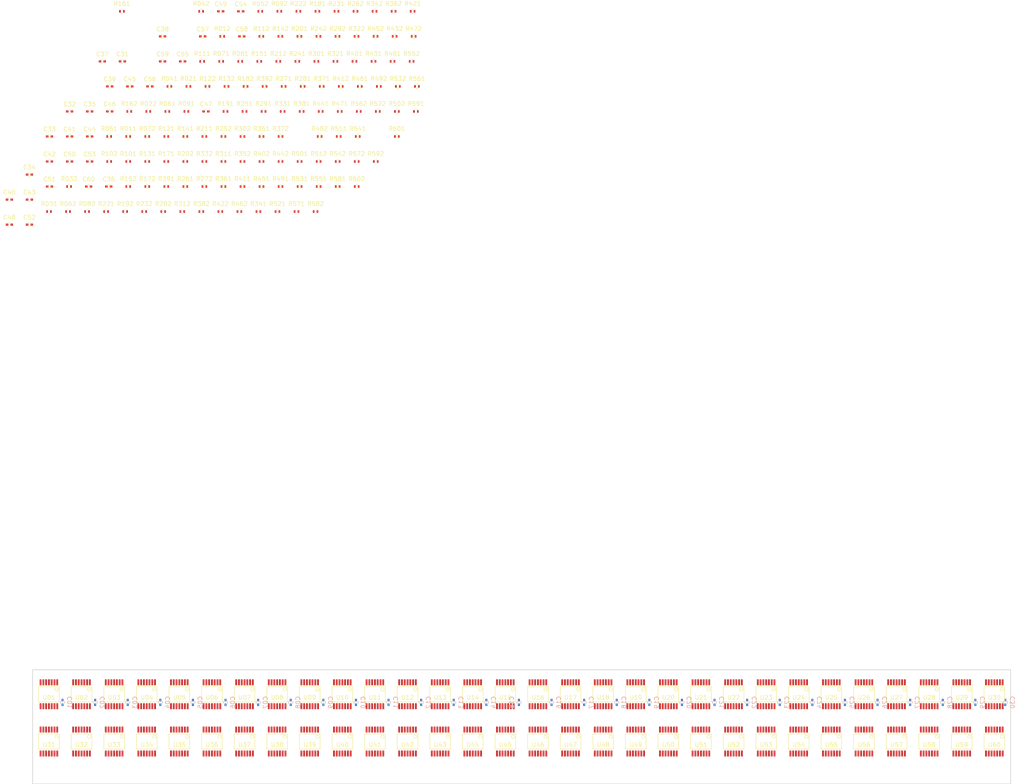
<source format=kicad_pcb>
(kicad_pcb (version 20170123) (host pcbnew "(2017-03-15 revision 2afc15f41)-multipart_export")
  (layers (0 F.Cu signal) (31 B.Cu signal) (34 B.Paste user) (35 F.Paste user) (36 B.SilkS user) (37 F.SilkS user) (38 B.Mask user) (39 F.Mask user) (44 Edge.Cuts user))
  (net 0 "")
  (net 1 FAP)
  (net 2 0VDCA)
  (net 3 +4VDC)
  (net 4 U011)
  (net 5 U012)
  (net 6 U021)
  (net 7 U022)
  (net 8 U031)
  (net 9 U032)
  (net 10 U041)
  (net 11 U042)
  (net 12 U051)
  (net 13 U052)
  (net 14 U061)
  (net 15 U062)
  (net 16 U071)
  (net 17 U072)
  (net 18 U081)
  (net 19 U082)
  (net 20 U091)
  (net 21 U092)
  (net 22 U101)
  (net 23 U102)
  (net 24 U111)
  (net 25 U112)
  (net 26 U121)
  (net 27 U122)
  (net 28 U131)
  (net 29 U132)
  (net 30 U141)
  (net 31 U142)
  (net 32 U151)
  (net 33 U152)
  (net 34 U161)
  (net 35 U162)
  (net 36 U171)
  (net 37 U172)
  (net 38 U181)
  (net 39 U182)
  (net 40 U191)
  (net 41 U192)
  (net 42 U201)
  (net 43 U202)
  (net 44 U211)
  (net 45 U212)
  (net 46 U221)
  (net 47 U222)
  (net 48 U231)
  (net 49 U232)
  (net 50 U241)
  (net 51 U242)
  (net 52 U251)
  (net 53 U252)
  (net 54 U261)
  (net 55 U262)
  (net 56 U271)
  (net 57 U272)
  (net 58 U281)
  (net 59 U282)
  (net 60 U291)
  (net 61 U292)
  (net 62 U301)
  (net 63 U302)
  (net 64 U311)
  (net 65 U312)
  (net 66 U321)
  (net 67 U322)
  (net 68 U331)
  (net 69 U332)
  (net 70 U341)
  (net 71 U342)
  (net 72 U351)
  (net 73 U352)
  (net 74 U361)
  (net 75 U362)
  (net 76 U371)
  (net 77 U372)
  (net 78 U381)
  (net 79 U382)
  (net 80 U391)
  (net 81 U392)
  (net 82 U401)
  (net 83 U402)
  (net 84 U411)
  (net 85 U412)
  (net 86 U421)
  (net 87 U422)
  (net 88 U431)
  (net 89 U432)
  (net 90 U441)
  (net 91 U442)
  (net 92 U451)
  (net 93 U452)
  (net 94 U461)
  (net 95 U462)
  (net 96 U471)
  (net 97 U472)
  (net 98 U481)
  (net 99 U482)
  (net 100 U491)
  (net 101 U492)
  (net 102 U501)
  (net 103 U502)
  (net 104 U511)
  (net 105 U512)
  (net 106 U521)
  (net 107 U522)
  (net 108 U531)
  (net 109 U532)
  (net 110 U541)
  (net 111 U542)
  (net 112 U551)
  (net 113 U552)
  (net 114 U561)
  (net 115 U562)
  (net 116 U571)
  (net 117 U572)
  (net 118 U581)
  (net 119 U582)
  (net 120 U591)
  (net 121 U592)
  (net 122 U601)
  (net 123 U602)
  (net 124 "Net-(P3-Pad10)")
  (net 125 "Net-(P2-Pad36)")
  (net 126 "Net-(P2-Pad14)")
  (net 127 "Net-(P1-Pad12)")
  (net 128 "Net-(P1-Pad10)")
  (net 129 "Net-(P3-Pad31)")
  (net 130 "Net-(P3-Pad33)")
  (net 131 "Net-(P3-Pad1)")
  (net 132 "Net-(P2-Pad23)")
  (net 133 "Net-(P1-Pad31)")
  (module SMD_Packages:SSOP-14 (layer F.Cu) (at 40.64 101.6 180)
    (fp_text reference U01 (at 0 -0.762 180) (layer F.SilkS))
    (fp_text value 74HC05-B_C-E_F)
    (pad 14 smd rect (at -1.9431 -2.794 180) (size 0.4318 1.397) (layers F.Cu F.Paste F.Mask) (net 1 FAP))
    (pad 13 smd rect (at -1.2954 -2.794 180) (size 0.4318 1.397) (layers F.Cu F.Paste F.Mask))
    (pad 12 smd rect (at -0.6477 -2.794 180) (size 0.4318 1.397) (layers F.Cu F.Paste F.Mask) (net 5 U012))
    (pad 11 smd rect (at 0 -2.794 180) (size 0.4318 1.397) (layers F.Cu F.Paste F.Mask))
    (pad 10 smd rect (at 0.6604 -2.794 180) (size 0.4318 1.397) (layers F.Cu F.Paste F.Mask) (net 5 U012))
    (pad 9 smd rect (at 1.3081 -2.794 180) (size 0.4318 1.397) (layers F.Cu F.Paste F.Mask) (net 2 0VDCA))
    (pad 8 smd rect (at 1.9558 -2.794 180) (size 0.4318 1.397) (layers F.Cu F.Paste F.Mask))
    (pad 7 smd rect (at 1.9558 2.794 180) (size 0.4318 1.397) (layers F.Cu F.Paste F.Mask) (net 2 0VDCA))
    (pad 6 smd rect (at 1.3081 2.794 180) (size 0.4318 1.397) (layers F.Cu F.Paste F.Mask))
    (pad 5 smd rect (at 0.6604 2.794 180) (size 0.4318 1.397) (layers F.Cu F.Paste F.Mask) (net 2 0VDCA))
    (pad 4 smd rect (at 0 2.794 180) (size 0.4318 1.397) (layers F.Cu F.Paste F.Mask) (net 4 U011))
    (pad 3 smd rect (at -0.635 2.794 180) (size 0.4318 1.397) (layers F.Cu F.Paste F.Mask))
    (pad 2 smd rect (at -1.2954 2.794 180) (size 0.4318 1.397) (layers F.Cu F.Paste F.Mask) (net 4 U011))
    (pad 1 smd rect (at -1.9304 2.794 180) (size 0.4318 1.397) (layers F.Cu F.Paste F.Mask))
  )
  (module SMD_Packages:SSOP-14 (layer F.Cu) (at 48.26 101.6 180)
    (fp_text reference U02 (at 0 -0.762 180) (layer F.SilkS))
    (fp_text value 74HC05-B_C-E_F)
    (pad 1 smd rect (at -1.9304 2.794 180) (size 0.4318 1.397) (layers F.Cu F.Paste F.Mask) (net 10 U041))
    (pad 2 smd rect (at -1.2954 2.794 180) (size 0.4318 1.397) (layers F.Cu F.Paste F.Mask) (net 6 U021))
    (pad 3 smd rect (at -0.635 2.794 180) (size 0.4318 1.397) (layers F.Cu F.Paste F.Mask) (net 7 U022))
    (pad 4 smd rect (at 0 2.794 180) (size 0.4318 1.397) (layers F.Cu F.Paste F.Mask) (net 6 U021))
    (pad 5 smd rect (at 0.6604 2.794 180) (size 0.4318 1.397) (layers F.Cu F.Paste F.Mask) (net 2 0VDCA))
    (pad 6 smd rect (at 1.3081 2.794 180) (size 0.4318 1.397) (layers F.Cu F.Paste F.Mask))
    (pad 7 smd rect (at 1.9558 2.794 180) (size 0.4318 1.397) (layers F.Cu F.Paste F.Mask) (net 2 0VDCA))
    (pad 8 smd rect (at 1.9558 -2.794 180) (size 0.4318 1.397) (layers F.Cu F.Paste F.Mask))
    (pad 9 smd rect (at 1.3081 -2.794 180) (size 0.4318 1.397) (layers F.Cu F.Paste F.Mask) (net 2 0VDCA))
    (pad 10 smd rect (at 0.6604 -2.794 180) (size 0.4318 1.397) (layers F.Cu F.Paste F.Mask) (net 7 U022))
    (pad 11 smd rect (at 0 -2.794 180) (size 0.4318 1.397) (layers F.Cu F.Paste F.Mask) (net 6 U021))
    (pad 12 smd rect (at -0.6477 -2.794 180) (size 0.4318 1.397) (layers F.Cu F.Paste F.Mask) (net 7 U022))
    (pad 13 smd rect (at -1.2954 -2.794 180) (size 0.4318 1.397) (layers F.Cu F.Paste F.Mask) (net 8 U031))
    (pad 14 smd rect (at -1.9431 -2.794 180) (size 0.4318 1.397) (layers F.Cu F.Paste F.Mask) (net 1 FAP))
  )
  (module SMD_Packages:SSOP-14 (layer F.Cu) (at 55.88 101.6 180)
    (fp_text reference U03 (at 0 -0.762 180) (layer F.SilkS))
    (fp_text value 74HC05-ABC-E_F)
    (pad 14 smd rect (at -1.9431 -2.794 180) (size 0.4318 1.397) (layers F.Cu F.Paste F.Mask) (net 1 FAP))
    (pad 13 smd rect (at -1.2954 -2.794 180) (size 0.4318 1.397) (layers F.Cu F.Paste F.Mask) (net 7 U022))
    (pad 12 smd rect (at -0.6477 -2.794 180) (size 0.4318 1.397) (layers F.Cu F.Paste F.Mask) (net 9 U032))
    (pad 11 smd rect (at 0 -2.794 180) (size 0.4318 1.397) (layers F.Cu F.Paste F.Mask) (net 8 U031))
    (pad 10 smd rect (at 0.6604 -2.794 180) (size 0.4318 1.397) (layers F.Cu F.Paste F.Mask) (net 9 U032))
    (pad 9 smd rect (at 1.3081 -2.794 180) (size 0.4318 1.397) (layers F.Cu F.Paste F.Mask) (net 2 0VDCA))
    (pad 8 smd rect (at 1.9558 -2.794 180) (size 0.4318 1.397) (layers F.Cu F.Paste F.Mask))
    (pad 7 smd rect (at 1.9558 2.794 180) (size 0.4318 1.397) (layers F.Cu F.Paste F.Mask) (net 2 0VDCA))
    (pad 6 smd rect (at 1.3081 2.794 180) (size 0.4318 1.397) (layers F.Cu F.Paste F.Mask) (net 8 U031))
    (pad 5 smd rect (at 0.6604 2.794 180) (size 0.4318 1.397) (layers F.Cu F.Paste F.Mask) (net 10 U041))
    (pad 4 smd rect (at 0 2.794 180) (size 0.4318 1.397) (layers F.Cu F.Paste F.Mask) (net 8 U031))
    (pad 3 smd rect (at -0.635 2.794 180) (size 0.4318 1.397) (layers F.Cu F.Paste F.Mask) (net 14 U061))
    (pad 2 smd rect (at -1.2954 2.794 180) (size 0.4318 1.397) (layers F.Cu F.Paste F.Mask) (net 8 U031))
    (pad 1 smd rect (at -1.9304 2.794 180) (size 0.4318 1.397) (layers F.Cu F.Paste F.Mask) (net 9 U032))
  )
  (module SMD_Packages:SSOP-14 (layer F.Cu) (at 63.5 101.6 180)
    (fp_text reference U04 (at 0 -0.762 180) (layer F.SilkS))
    (fp_text value 74HC05-ABC-E_F)
    (pad 1 smd rect (at -1.9304 2.794 180) (size 0.4318 1.397) (layers F.Cu F.Paste F.Mask) (net 11 U042))
    (pad 2 smd rect (at -1.2954 2.794 180) (size 0.4318 1.397) (layers F.Cu F.Paste F.Mask) (net 10 U041))
    (pad 3 smd rect (at -0.635 2.794 180) (size 0.4318 1.397) (layers F.Cu F.Paste F.Mask) (net 14 U061))
    (pad 4 smd rect (at 0 2.794 180) (size 0.4318 1.397) (layers F.Cu F.Paste F.Mask) (net 10 U041))
    (pad 5 smd rect (at 0.6604 2.794 180) (size 0.4318 1.397) (layers F.Cu F.Paste F.Mask) (net 8 U031))
    (pad 6 smd rect (at 1.3081 2.794 180) (size 0.4318 1.397) (layers F.Cu F.Paste F.Mask) (net 10 U041))
    (pad 7 smd rect (at 1.9558 2.794 180) (size 0.4318 1.397) (layers F.Cu F.Paste F.Mask) (net 2 0VDCA))
    (pad 8 smd rect (at 1.9558 -2.794 180) (size 0.4318 1.397) (layers F.Cu F.Paste F.Mask))
    (pad 9 smd rect (at 1.3081 -2.794 180) (size 0.4318 1.397) (layers F.Cu F.Paste F.Mask) (net 2 0VDCA))
    (pad 10 smd rect (at 0.6604 -2.794 180) (size 0.4318 1.397) (layers F.Cu F.Paste F.Mask) (net 11 U042))
    (pad 11 smd rect (at 0 -2.794 180) (size 0.4318 1.397) (layers F.Cu F.Paste F.Mask) (net 10 U041))
    (pad 12 smd rect (at -0.6477 -2.794 180) (size 0.4318 1.397) (layers F.Cu F.Paste F.Mask) (net 11 U042))
    (pad 13 smd rect (at -1.2954 -2.794 180) (size 0.4318 1.397) (layers F.Cu F.Paste F.Mask) (net 6 U021))
    (pad 14 smd rect (at -1.9431 -2.794 180) (size 0.4318 1.397) (layers F.Cu F.Paste F.Mask) (net 1 FAP))
  )
  (module SMD_Packages:SSOP-14 (layer F.Cu) (at 71.12 101.6 180)
    (fp_text reference U05 (at 0 -0.762 180) (layer F.SilkS))
    (fp_text value 74HC05-B_C-E_F)
    (pad 14 smd rect (at -1.9431 -2.794 180) (size 0.4318 1.397) (layers F.Cu F.Paste F.Mask) (net 1 FAP))
    (pad 13 smd rect (at -1.2954 -2.794 180) (size 0.4318 1.397) (layers F.Cu F.Paste F.Mask) (net 15 U062))
    (pad 12 smd rect (at -0.6477 -2.794 180) (size 0.4318 1.397) (layers F.Cu F.Paste F.Mask) (net 13 U052))
    (pad 11 smd rect (at 0 -2.794 180) (size 0.4318 1.397) (layers F.Cu F.Paste F.Mask) (net 18 U081))
    (pad 10 smd rect (at 0.6604 -2.794 180) (size 0.4318 1.397) (layers F.Cu F.Paste F.Mask) (net 13 U052))
    (pad 9 smd rect (at 1.3081 -2.794 180) (size 0.4318 1.397) (layers F.Cu F.Paste F.Mask) (net 2 0VDCA))
    (pad 8 smd rect (at 1.9558 -2.794 180) (size 0.4318 1.397) (layers F.Cu F.Paste F.Mask))
    (pad 7 smd rect (at 1.9558 2.794 180) (size 0.4318 1.397) (layers F.Cu F.Paste F.Mask) (net 2 0VDCA))
    (pad 6 smd rect (at 1.3081 2.794 180) (size 0.4318 1.397) (layers F.Cu F.Paste F.Mask))
    (pad 5 smd rect (at 0.6604 2.794 180) (size 0.4318 1.397) (layers F.Cu F.Paste F.Mask) (net 2 0VDCA))
    (pad 4 smd rect (at 0 2.794 180) (size 0.4318 1.397) (layers F.Cu F.Paste F.Mask) (net 12 U051))
    (pad 3 smd rect (at -0.635 2.794 180) (size 0.4318 1.397) (layers F.Cu F.Paste F.Mask) (net 6 U021))
    (pad 2 smd rect (at -1.2954 2.794 180) (size 0.4318 1.397) (layers F.Cu F.Paste F.Mask) (net 12 U051))
    (pad 1 smd rect (at -1.9304 2.794 180) (size 0.4318 1.397) (layers F.Cu F.Paste F.Mask) (net 124 "Net-(P3-Pad10)"))
  )
  (module SMD_Packages:SSOP-14 (layer F.Cu) (at 78.74 101.6 180)
    (fp_text reference U06 (at 0 -0.762 180) (layer F.SilkS))
    (fp_text value 74HC05-B_C-E_F)
    (pad 14 smd rect (at -1.9431 -2.794 180) (size 0.4318 1.397) (layers F.Cu F.Paste F.Mask) (net 1 FAP))
    (pad 13 smd rect (at -1.2954 -2.794 180) (size 0.4318 1.397) (layers F.Cu F.Paste F.Mask) (net 16 U071))
    (pad 12 smd rect (at -0.6477 -2.794 180) (size 0.4318 1.397) (layers F.Cu F.Paste F.Mask) (net 15 U062))
    (pad 11 smd rect (at 0 -2.794 180) (size 0.4318 1.397) (layers F.Cu F.Paste F.Mask) (net 13 U052))
    (pad 10 smd rect (at 0.6604 -2.794 180) (size 0.4318 1.397) (layers F.Cu F.Paste F.Mask) (net 15 U062))
    (pad 9 smd rect (at 1.3081 -2.794 180) (size 0.4318 1.397) (layers F.Cu F.Paste F.Mask) (net 2 0VDCA))
    (pad 8 smd rect (at 1.9558 -2.794 180) (size 0.4318 1.397) (layers F.Cu F.Paste F.Mask))
    (pad 7 smd rect (at 1.9558 2.794 180) (size 0.4318 1.397) (layers F.Cu F.Paste F.Mask) (net 2 0VDCA))
    (pad 6 smd rect (at 1.3081 2.794 180) (size 0.4318 1.397) (layers F.Cu F.Paste F.Mask))
    (pad 5 smd rect (at 0.6604 2.794 180) (size 0.4318 1.397) (layers F.Cu F.Paste F.Mask) (net 2 0VDCA))
    (pad 4 smd rect (at 0 2.794 180) (size 0.4318 1.397) (layers F.Cu F.Paste F.Mask) (net 14 U061))
    (pad 3 smd rect (at -0.635 2.794 180) (size 0.4318 1.397) (layers F.Cu F.Paste F.Mask) (net 16 U071))
    (pad 2 smd rect (at -1.2954 2.794 180) (size 0.4318 1.397) (layers F.Cu F.Paste F.Mask) (net 14 U061))
    (pad 1 smd rect (at -1.9304 2.794 180) (size 0.4318 1.397) (layers F.Cu F.Paste F.Mask) (net 15 U062))
  )
  (module SMD_Packages:SSOP-14 (layer F.Cu) (at 86.36 101.6 180)
    (fp_text reference U07 (at 0 -0.762 180) (layer F.SilkS))
    (fp_text value 74HC05-ABC-E_F)
    (pad 1 smd rect (at -1.9304 2.794 180) (size 0.4318 1.397) (layers F.Cu F.Paste F.Mask) (net 18 U081))
    (pad 2 smd rect (at -1.2954 2.794 180) (size 0.4318 1.397) (layers F.Cu F.Paste F.Mask) (net 16 U071))
    (pad 3 smd rect (at -0.635 2.794 180) (size 0.4318 1.397) (layers F.Cu F.Paste F.Mask) (net 23 U102))
    (pad 4 smd rect (at 0 2.794 180) (size 0.4318 1.397) (layers F.Cu F.Paste F.Mask) (net 16 U071))
    (pad 5 smd rect (at 0.6604 2.794 180) (size 0.4318 1.397) (layers F.Cu F.Paste F.Mask) (net 14 U061))
    (pad 6 smd rect (at 1.3081 2.794 180) (size 0.4318 1.397) (layers F.Cu F.Paste F.Mask) (net 16 U071))
    (pad 7 smd rect (at 1.9558 2.794 180) (size 0.4318 1.397) (layers F.Cu F.Paste F.Mask) (net 2 0VDCA))
    (pad 8 smd rect (at 1.9558 -2.794 180) (size 0.4318 1.397) (layers F.Cu F.Paste F.Mask))
    (pad 9 smd rect (at 1.3081 -2.794 180) (size 0.4318 1.397) (layers F.Cu F.Paste F.Mask) (net 2 0VDCA))
    (pad 10 smd rect (at 0.6604 -2.794 180) (size 0.4318 1.397) (layers F.Cu F.Paste F.Mask) (net 17 U072))
    (pad 11 smd rect (at 0 -2.794 180) (size 0.4318 1.397) (layers F.Cu F.Paste F.Mask) (net 15 U062))
    (pad 12 smd rect (at -0.6477 -2.794 180) (size 0.4318 1.397) (layers F.Cu F.Paste F.Mask) (net 17 U072))
    (pad 13 smd rect (at -1.2954 -2.794 180) (size 0.4318 1.397) (layers F.Cu F.Paste F.Mask) (net 124 "Net-(P3-Pad10)"))
    (pad 14 smd rect (at -1.9431 -2.794 180) (size 0.4318 1.397) (layers F.Cu F.Paste F.Mask) (net 1 FAP))
  )
  (module SMD_Packages:SSOP-14 (layer F.Cu) (at 93.98 101.6 180)
    (fp_text reference U08 (at 0 -0.762 180) (layer F.SilkS))
    (fp_text value 74HC05-ABC-E_F)
    (pad 1 smd rect (at -1.9304 2.794 180) (size 0.4318 1.397) (layers F.Cu F.Paste F.Mask) (net 19 U082))
    (pad 2 smd rect (at -1.2954 2.794 180) (size 0.4318 1.397) (layers F.Cu F.Paste F.Mask) (net 18 U081))
    (pad 3 smd rect (at -0.635 2.794 180) (size 0.4318 1.397) (layers F.Cu F.Paste F.Mask) (net 23 U102))
    (pad 4 smd rect (at 0 2.794 180) (size 0.4318 1.397) (layers F.Cu F.Paste F.Mask) (net 18 U081))
    (pad 5 smd rect (at 0.6604 2.794 180) (size 0.4318 1.397) (layers F.Cu F.Paste F.Mask) (net 16 U071))
    (pad 6 smd rect (at 1.3081 2.794 180) (size 0.4318 1.397) (layers F.Cu F.Paste F.Mask) (net 18 U081))
    (pad 7 smd rect (at 1.9558 2.794 180) (size 0.4318 1.397) (layers F.Cu F.Paste F.Mask) (net 2 0VDCA))
    (pad 8 smd rect (at 1.9558 -2.794 180) (size 0.4318 1.397) (layers F.Cu F.Paste F.Mask))
    (pad 9 smd rect (at 1.3081 -2.794 180) (size 0.4318 1.397) (layers F.Cu F.Paste F.Mask) (net 2 0VDCA))
    (pad 10 smd rect (at 0.6604 -2.794 180) (size 0.4318 1.397) (layers F.Cu F.Paste F.Mask) (net 19 U082))
    (pad 11 smd rect (at 0 -2.794 180) (size 0.4318 1.397) (layers F.Cu F.Paste F.Mask) (net 18 U081))
    (pad 12 smd rect (at -0.6477 -2.794 180) (size 0.4318 1.397) (layers F.Cu F.Paste F.Mask) (net 19 U082))
    (pad 13 smd rect (at -1.2954 -2.794 180) (size 0.4318 1.397) (layers F.Cu F.Paste F.Mask) (net 13 U052))
    (pad 14 smd rect (at -1.9431 -2.794 180) (size 0.4318 1.397) (layers F.Cu F.Paste F.Mask) (net 1 FAP))
  )
  (module SMD_Packages:SSOP-14 (layer F.Cu) (at 101.6 101.6 180)
    (fp_text reference U09 (at 0 -0.762 180) (layer F.SilkS))
    (fp_text value 74HC05-B_C-E_F)
    (pad 1 smd rect (at -1.9304 2.794 180) (size 0.4318 1.397) (layers F.Cu F.Paste F.Mask) (net 22 U101))
    (pad 2 smd rect (at -1.2954 2.794 180) (size 0.4318 1.397) (layers F.Cu F.Paste F.Mask) (net 20 U091))
    (pad 3 smd rect (at -0.635 2.794 180) (size 0.4318 1.397) (layers F.Cu F.Paste F.Mask) (net 21 U092))
    (pad 4 smd rect (at 0 2.794 180) (size 0.4318 1.397) (layers F.Cu F.Paste F.Mask) (net 20 U091))
    (pad 5 smd rect (at 0.6604 2.794 180) (size 0.4318 1.397) (layers F.Cu F.Paste F.Mask) (net 2 0VDCA))
    (pad 6 smd rect (at 1.3081 2.794 180) (size 0.4318 1.397) (layers F.Cu F.Paste F.Mask))
    (pad 7 smd rect (at 1.9558 2.794 180) (size 0.4318 1.397) (layers F.Cu F.Paste F.Mask) (net 2 0VDCA))
    (pad 8 smd rect (at 1.9558 -2.794 180) (size 0.4318 1.397) (layers F.Cu F.Paste F.Mask))
    (pad 9 smd rect (at 1.3081 -2.794 180) (size 0.4318 1.397) (layers F.Cu F.Paste F.Mask) (net 2 0VDCA))
    (pad 10 smd rect (at 0.6604 -2.794 180) (size 0.4318 1.397) (layers F.Cu F.Paste F.Mask) (net 21 U092))
    (pad 11 smd rect (at 0 -2.794 180) (size 0.4318 1.397) (layers F.Cu F.Paste F.Mask) (net 20 U091))
    (pad 12 smd rect (at -0.6477 -2.794 180) (size 0.4318 1.397) (layers F.Cu F.Paste F.Mask) (net 21 U092))
    (pad 13 smd rect (at -1.2954 -2.794 180) (size 0.4318 1.397) (layers F.Cu F.Paste F.Mask) (net 24 U111))
    (pad 14 smd rect (at -1.9431 -2.794 180) (size 0.4318 1.397) (layers F.Cu F.Paste F.Mask) (net 1 FAP))
  )
  (module SMD_Packages:SSOP-14 (layer F.Cu) (at 109.22 101.6 180)
    (fp_text reference U10 (at 0 -0.762 180) (layer F.SilkS))
    (fp_text value 74HC05-ACB-E_F)
    (pad 1 smd rect (at -1.9304 2.794 180) (size 0.4318 1.397) (layers F.Cu F.Paste F.Mask) (net 31 U142))
    (pad 2 smd rect (at -1.2954 2.794 180) (size 0.4318 1.397) (layers F.Cu F.Paste F.Mask) (net 22 U101))
    (pad 3 smd rect (at -0.635 2.794 180) (size 0.4318 1.397) (layers F.Cu F.Paste F.Mask) (net 24 U111))
    (pad 4 smd rect (at 0 2.794 180) (size 0.4318 1.397) (layers F.Cu F.Paste F.Mask) (net 22 U101))
    (pad 5 smd rect (at 0.6604 2.794 180) (size 0.4318 1.397) (layers F.Cu F.Paste F.Mask) (net 23 U102))
    (pad 6 smd rect (at 1.3081 2.794 180) (size 0.4318 1.397) (layers F.Cu F.Paste F.Mask) (net 22 U101))
    (pad 7 smd rect (at 1.9558 2.794 180) (size 0.4318 1.397) (layers F.Cu F.Paste F.Mask) (net 2 0VDCA))
    (pad 8 smd rect (at 1.9558 -2.794 180) (size 0.4318 1.397) (layers F.Cu F.Paste F.Mask))
    (pad 9 smd rect (at 1.3081 -2.794 180) (size 0.4318 1.397) (layers F.Cu F.Paste F.Mask) (net 2 0VDCA))
    (pad 10 smd rect (at 0.6604 -2.794 180) (size 0.4318 1.397) (layers F.Cu F.Paste F.Mask) (net 23 U102))
    (pad 11 smd rect (at 0 -2.794 180) (size 0.4318 1.397) (layers F.Cu F.Paste F.Mask) (net 20 U091))
    (pad 12 smd rect (at -0.6477 -2.794 180) (size 0.4318 1.397) (layers F.Cu F.Paste F.Mask) (net 23 U102))
    (pad 13 smd rect (at -1.2954 -2.794 180) (size 0.4318 1.397) (layers F.Cu F.Paste F.Mask) (net 22 U101))
    (pad 14 smd rect (at -1.9431 -2.794 180) (size 0.4318 1.397) (layers F.Cu F.Paste F.Mask) (net 1 FAP))
  )
  (module SMD_Packages:SSOP-14 (layer F.Cu) (at 116.84 101.6 180)
    (fp_text reference U11 (at 0 -0.762 180) (layer F.SilkS))
    (fp_text value 74HC05-BAC-E_F)
    (pad 14 smd rect (at -1.9431 -2.794 180) (size 0.4318 1.397) (layers F.Cu F.Paste F.Mask) (net 1 FAP))
    (pad 13 smd rect (at -1.2954 -2.794 180) (size 0.4318 1.397) (layers F.Cu F.Paste F.Mask) (net 21 U092))
    (pad 12 smd rect (at -0.6477 -2.794 180) (size 0.4318 1.397) (layers F.Cu F.Paste F.Mask) (net 25 U112))
    (pad 11 smd rect (at 0 -2.794 180) (size 0.4318 1.397) (layers F.Cu F.Paste F.Mask) (net 24 U111))
    (pad 10 smd rect (at 0.6604 -2.794 180) (size 0.4318 1.397) (layers F.Cu F.Paste F.Mask) (net 25 U112))
    (pad 9 smd rect (at 1.3081 -2.794 180) (size 0.4318 1.397) (layers F.Cu F.Paste F.Mask) (net 2 0VDCA))
    (pad 8 smd rect (at 1.9558 -2.794 180) (size 0.4318 1.397) (layers F.Cu F.Paste F.Mask))
    (pad 7 smd rect (at 1.9558 2.794 180) (size 0.4318 1.397) (layers F.Cu F.Paste F.Mask) (net 2 0VDCA))
    (pad 6 smd rect (at 1.3081 2.794 180) (size 0.4318 1.397) (layers F.Cu F.Paste F.Mask) (net 24 U111))
    (pad 5 smd rect (at 0.6604 2.794 180) (size 0.4318 1.397) (layers F.Cu F.Paste F.Mask) (net 31 U142))
    (pad 4 smd rect (at 0 2.794 180) (size 0.4318 1.397) (layers F.Cu F.Paste F.Mask) (net 24 U111))
    (pad 3 smd rect (at -0.635 2.794 180) (size 0.4318 1.397) (layers F.Cu F.Paste F.Mask) (net 22 U101))
    (pad 2 smd rect (at -1.2954 2.794 180) (size 0.4318 1.397) (layers F.Cu F.Paste F.Mask) (net 24 U111))
    (pad 1 smd rect (at -1.9304 2.794 180) (size 0.4318 1.397) (layers F.Cu F.Paste F.Mask) (net 25 U112))
  )
  (module SMD_Packages:SSOP-14 (layer F.Cu) (at 124.46 101.6 180)
    (fp_text reference U12 (at 0 -0.762 180) (layer F.SilkS))
    (fp_text value 74HC05-A_B-E_F)
    (pad 14 smd rect (at -1.9431 -2.794 180) (size 0.4318 1.397) (layers F.Cu F.Paste F.Mask) (net 1 FAP))
    (pad 13 smd rect (at -1.2954 -2.794 180) (size 0.4318 1.397) (layers F.Cu F.Paste F.Mask) (net 28 U131))
    (pad 12 smd rect (at -0.6477 -2.794 180) (size 0.4318 1.397) (layers F.Cu F.Paste F.Mask) (net 27 U122))
    (pad 11 smd rect (at 0 -2.794 180) (size 0.4318 1.397) (layers F.Cu F.Paste F.Mask) (net 125 "Net-(P2-Pad36)"))
    (pad 10 smd rect (at 0.6604 -2.794 180) (size 0.4318 1.397) (layers F.Cu F.Paste F.Mask) (net 27 U122))
    (pad 9 smd rect (at 1.3081 -2.794 180) (size 0.4318 1.397) (layers F.Cu F.Paste F.Mask) (net 2 0VDCA))
    (pad 8 smd rect (at 1.9558 -2.794 180) (size 0.4318 1.397) (layers F.Cu F.Paste F.Mask))
    (pad 7 smd rect (at 1.9558 2.794 180) (size 0.4318 1.397) (layers F.Cu F.Paste F.Mask) (net 2 0VDCA))
    (pad 6 smd rect (at 1.3081 2.794 180) (size 0.4318 1.397) (layers F.Cu F.Paste F.Mask) (net 26 U121))
    (pad 5 smd rect (at 0.6604 2.794 180) (size 0.4318 1.397) (layers F.Cu F.Paste F.Mask) (net 125 "Net-(P2-Pad36)"))
    (pad 4 smd rect (at 0 2.794 180) (size 0.4318 1.397) (layers F.Cu F.Paste F.Mask) (net 26 U121))
    (pad 3 smd rect (at -0.635 2.794 180) (size 0.4318 1.397) (layers F.Cu F.Paste F.Mask) (net 20 U091))
    (pad 2 smd rect (at -1.2954 2.794 180) (size 0.4318 1.397) (layers F.Cu F.Paste F.Mask))
    (pad 1 smd rect (at -1.9304 2.794 180) (size 0.4318 1.397) (layers F.Cu F.Paste F.Mask) (net 2 0VDCA))
  )
  (module SMD_Packages:SSOP-14 (layer F.Cu) (at 132.08 101.6 180)
    (fp_text reference U13 (at 0 -0.762 180) (layer F.SilkS))
    (fp_text value 74HC05-B_C-E_F)
    (pad 1 smd rect (at -1.9304 2.794 180) (size 0.4318 1.397) (layers F.Cu F.Paste F.Mask) (net 30 U141))
    (pad 2 smd rect (at -1.2954 2.794 180) (size 0.4318 1.397) (layers F.Cu F.Paste F.Mask) (net 28 U131))
    (pad 3 smd rect (at -0.635 2.794 180) (size 0.4318 1.397) (layers F.Cu F.Paste F.Mask) (net 29 U132))
    (pad 4 smd rect (at 0 2.794 180) (size 0.4318 1.397) (layers F.Cu F.Paste F.Mask) (net 28 U131))
    (pad 5 smd rect (at 0.6604 2.794 180) (size 0.4318 1.397) (layers F.Cu F.Paste F.Mask) (net 2 0VDCA))
    (pad 6 smd rect (at 1.3081 2.794 180) (size 0.4318 1.397) (layers F.Cu F.Paste F.Mask))
    (pad 7 smd rect (at 1.9558 2.794 180) (size 0.4318 1.397) (layers F.Cu F.Paste F.Mask) (net 2 0VDCA))
    (pad 8 smd rect (at 1.9558 -2.794 180) (size 0.4318 1.397) (layers F.Cu F.Paste F.Mask))
    (pad 9 smd rect (at 1.3081 -2.794 180) (size 0.4318 1.397) (layers F.Cu F.Paste F.Mask) (net 2 0VDCA))
    (pad 10 smd rect (at 0.6604 -2.794 180) (size 0.4318 1.397) (layers F.Cu F.Paste F.Mask) (net 29 U132))
    (pad 11 smd rect (at 0 -2.794 180) (size 0.4318 1.397) (layers F.Cu F.Paste F.Mask) (net 28 U131))
    (pad 12 smd rect (at -0.6477 -2.794 180) (size 0.4318 1.397) (layers F.Cu F.Paste F.Mask) (net 29 U132))
    (pad 13 smd rect (at -1.2954 -2.794 180) (size 0.4318 1.397) (layers F.Cu F.Paste F.Mask) (net 32 U151))
    (pad 14 smd rect (at -1.9431 -2.794 180) (size 0.4318 1.397) (layers F.Cu F.Paste F.Mask) (net 1 FAP))
  )
  (module SMD_Packages:SSOP-14 (layer F.Cu) (at 139.7 101.6 180)
    (fp_text reference U14 (at 0 -0.762 180) (layer F.SilkS))
    (fp_text value 74HC05-ACB-E_F)
    (pad 1 smd rect (at -1.9304 2.794 180) (size 0.4318 1.397) (layers F.Cu F.Paste F.Mask) (net 37 U172))
    (pad 2 smd rect (at -1.2954 2.794 180) (size 0.4318 1.397) (layers F.Cu F.Paste F.Mask) (net 30 U141))
    (pad 3 smd rect (at -0.635 2.794 180) (size 0.4318 1.397) (layers F.Cu F.Paste F.Mask) (net 31 U142))
    (pad 4 smd rect (at 0 2.794 180) (size 0.4318 1.397) (layers F.Cu F.Paste F.Mask) (net 30 U141))
    (pad 5 smd rect (at 0.6604 2.794 180) (size 0.4318 1.397) (layers F.Cu F.Paste F.Mask) (net 32 U151))
    (pad 6 smd rect (at 1.3081 2.794 180) (size 0.4318 1.397) (layers F.Cu F.Paste F.Mask) (net 30 U141))
    (pad 7 smd rect (at 1.9558 2.794 180) (size 0.4318 1.397) (layers F.Cu F.Paste F.Mask) (net 2 0VDCA))
    (pad 8 smd rect (at 1.9558 -2.794 180) (size 0.4318 1.397) (layers F.Cu F.Paste F.Mask))
    (pad 9 smd rect (at 1.3081 -2.794 180) (size 0.4318 1.397) (layers F.Cu F.Paste F.Mask) (net 2 0VDCA))
    (pad 10 smd rect (at 0.6604 -2.794 180) (size 0.4318 1.397) (layers F.Cu F.Paste F.Mask) (net 31 U142))
    (pad 11 smd rect (at 0 -2.794 180) (size 0.4318 1.397) (layers F.Cu F.Paste F.Mask) (net 28 U131))
    (pad 12 smd rect (at -0.6477 -2.794 180) (size 0.4318 1.397) (layers F.Cu F.Paste F.Mask) (net 31 U142))
    (pad 13 smd rect (at -1.2954 -2.794 180) (size 0.4318 1.397) (layers F.Cu F.Paste F.Mask) (net 30 U141))
    (pad 14 smd rect (at -1.9431 -2.794 180) (size 0.4318 1.397) (layers F.Cu F.Paste F.Mask) (net 1 FAP))
  )
  (module SMD_Packages:SSOP-14 (layer F.Cu) (at 147.32 101.6 180)
    (fp_text reference U15 (at 0 -0.762 180) (layer F.SilkS))
    (fp_text value 74HC05-BAC-E_F)
    (pad 14 smd rect (at -1.9431 -2.794 180) (size 0.4318 1.397) (layers F.Cu F.Paste F.Mask) (net 1 FAP))
    (pad 13 smd rect (at -1.2954 -2.794 180) (size 0.4318 1.397) (layers F.Cu F.Paste F.Mask) (net 29 U132))
    (pad 12 smd rect (at -0.6477 -2.794 180) (size 0.4318 1.397) (layers F.Cu F.Paste F.Mask) (net 33 U152))
    (pad 11 smd rect (at 0 -2.794 180) (size 0.4318 1.397) (layers F.Cu F.Paste F.Mask) (net 32 U151))
    (pad 10 smd rect (at 0.6604 -2.794 180) (size 0.4318 1.397) (layers F.Cu F.Paste F.Mask) (net 33 U152))
    (pad 9 smd rect (at 1.3081 -2.794 180) (size 0.4318 1.397) (layers F.Cu F.Paste F.Mask) (net 2 0VDCA))
    (pad 8 smd rect (at 1.9558 -2.794 180) (size 0.4318 1.397) (layers F.Cu F.Paste F.Mask))
    (pad 7 smd rect (at 1.9558 2.794 180) (size 0.4318 1.397) (layers F.Cu F.Paste F.Mask) (net 2 0VDCA))
    (pad 6 smd rect (at 1.3081 2.794 180) (size 0.4318 1.397) (layers F.Cu F.Paste F.Mask) (net 32 U151))
    (pad 5 smd rect (at 0.6604 2.794 180) (size 0.4318 1.397) (layers F.Cu F.Paste F.Mask) (net 37 U172))
    (pad 4 smd rect (at 0 2.794 180) (size 0.4318 1.397) (layers F.Cu F.Paste F.Mask) (net 32 U151))
    (pad 3 smd rect (at -0.635 2.794 180) (size 0.4318 1.397) (layers F.Cu F.Paste F.Mask) (net 30 U141))
    (pad 2 smd rect (at -1.2954 2.794 180) (size 0.4318 1.397) (layers F.Cu F.Paste F.Mask) (net 32 U151))
    (pad 1 smd rect (at -1.9304 2.794 180) (size 0.4318 1.397) (layers F.Cu F.Paste F.Mask) (net 33 U152))
  )
  (module SMD_Packages:SSOP-14 (layer F.Cu) (at 154.94 101.6 180)
    (fp_text reference U16 (at 0 -0.762 180) (layer F.SilkS))
    (fp_text value 74HC05-B_C-E_F)
    (pad 14 smd rect (at -1.9431 -2.794 180) (size 0.4318 1.397) (layers F.Cu F.Paste F.Mask) (net 1 FAP))
    (pad 13 smd rect (at -1.2954 -2.794 180) (size 0.4318 1.397) (layers F.Cu F.Paste F.Mask) (net 38 U181))
    (pad 12 smd rect (at -0.6477 -2.794 180) (size 0.4318 1.397) (layers F.Cu F.Paste F.Mask) (net 35 U162))
    (pad 11 smd rect (at 0 -2.794 180) (size 0.4318 1.397) (layers F.Cu F.Paste F.Mask) (net 34 U161))
    (pad 10 smd rect (at 0.6604 -2.794 180) (size 0.4318 1.397) (layers F.Cu F.Paste F.Mask) (net 35 U162))
    (pad 9 smd rect (at 1.3081 -2.794 180) (size 0.4318 1.397) (layers F.Cu F.Paste F.Mask) (net 2 0VDCA))
    (pad 8 smd rect (at 1.9558 -2.794 180) (size 0.4318 1.397) (layers F.Cu F.Paste F.Mask))
    (pad 7 smd rect (at 1.9558 2.794 180) (size 0.4318 1.397) (layers F.Cu F.Paste F.Mask) (net 2 0VDCA))
    (pad 6 smd rect (at 1.3081 2.794 180) (size 0.4318 1.397) (layers F.Cu F.Paste F.Mask))
    (pad 5 smd rect (at 0.6604 2.794 180) (size 0.4318 1.397) (layers F.Cu F.Paste F.Mask) (net 2 0VDCA))
    (pad 4 smd rect (at 0 2.794 180) (size 0.4318 1.397) (layers F.Cu F.Paste F.Mask) (net 34 U161))
    (pad 3 smd rect (at -0.635 2.794 180) (size 0.4318 1.397) (layers F.Cu F.Paste F.Mask) (net 35 U162))
    (pad 2 smd rect (at -1.2954 2.794 180) (size 0.4318 1.397) (layers F.Cu F.Paste F.Mask) (net 34 U161))
    (pad 1 smd rect (at -1.9304 2.794 180) (size 0.4318 1.397) (layers F.Cu F.Paste F.Mask) (net 36 U171))
  )
  (module SMD_Packages:SSOP-14 (layer F.Cu) (at 162.56 101.6 180)
    (fp_text reference U17 (at 0 -0.762 180) (layer F.SilkS))
    (fp_text value 74HC05-ACB-E_F)
    (pad 14 smd rect (at -1.9431 -2.794 180) (size 0.4318 1.397) (layers F.Cu F.Paste F.Mask) (net 1 FAP))
    (pad 13 smd rect (at -1.2954 -2.794 180) (size 0.4318 1.397) (layers F.Cu F.Paste F.Mask) (net 36 U171))
    (pad 12 smd rect (at -0.6477 -2.794 180) (size 0.4318 1.397) (layers F.Cu F.Paste F.Mask) (net 37 U172))
    (pad 11 smd rect (at 0 -2.794 180) (size 0.4318 1.397) (layers F.Cu F.Paste F.Mask) (net 34 U161))
    (pad 10 smd rect (at 0.6604 -2.794 180) (size 0.4318 1.397) (layers F.Cu F.Paste F.Mask) (net 37 U172))
    (pad 9 smd rect (at 1.3081 -2.794 180) (size 0.4318 1.397) (layers F.Cu F.Paste F.Mask) (net 2 0VDCA))
    (pad 8 smd rect (at 1.9558 -2.794 180) (size 0.4318 1.397) (layers F.Cu F.Paste F.Mask))
    (pad 7 smd rect (at 1.9558 2.794 180) (size 0.4318 1.397) (layers F.Cu F.Paste F.Mask) (net 2 0VDCA))
    (pad 6 smd rect (at 1.3081 2.794 180) (size 0.4318 1.397) (layers F.Cu F.Paste F.Mask) (net 36 U171))
    (pad 5 smd rect (at 0.6604 2.794 180) (size 0.4318 1.397) (layers F.Cu F.Paste F.Mask) (net 37 U172))
    (pad 4 smd rect (at 0 2.794 180) (size 0.4318 1.397) (layers F.Cu F.Paste F.Mask) (net 36 U171))
    (pad 3 smd rect (at -0.635 2.794 180) (size 0.4318 1.397) (layers F.Cu F.Paste F.Mask) (net 38 U181))
    (pad 2 smd rect (at -1.2954 2.794 180) (size 0.4318 1.397) (layers F.Cu F.Paste F.Mask) (net 36 U171))
    (pad 1 smd rect (at -1.9304 2.794 180) (size 0.4318 1.397) (layers F.Cu F.Paste F.Mask) (net 45 U212))
  )
  (module SMD_Packages:SSOP-14 (layer F.Cu) (at 170.18 101.6 180)
    (fp_text reference U18 (at 0 -0.762 180) (layer F.SilkS))
    (fp_text value 74HC05-ABC-E_F)
    (pad 1 smd rect (at -1.9304 2.794 180) (size 0.4318 1.397) (layers F.Cu F.Paste F.Mask) (net 39 U182))
    (pad 2 smd rect (at -1.2954 2.794 180) (size 0.4318 1.397) (layers F.Cu F.Paste F.Mask) (net 38 U181))
    (pad 3 smd rect (at -0.635 2.794 180) (size 0.4318 1.397) (layers F.Cu F.Paste F.Mask) (net 45 U212))
    (pad 4 smd rect (at 0 2.794 180) (size 0.4318 1.397) (layers F.Cu F.Paste F.Mask) (net 38 U181))
    (pad 5 smd rect (at 0.6604 2.794 180) (size 0.4318 1.397) (layers F.Cu F.Paste F.Mask) (net 36 U171))
    (pad 6 smd rect (at 1.3081 2.794 180) (size 0.4318 1.397) (layers F.Cu F.Paste F.Mask) (net 38 U181))
    (pad 7 smd rect (at 1.9558 2.794 180) (size 0.4318 1.397) (layers F.Cu F.Paste F.Mask) (net 2 0VDCA))
    (pad 8 smd rect (at 1.9558 -2.794 180) (size 0.4318 1.397) (layers F.Cu F.Paste F.Mask))
    (pad 9 smd rect (at 1.3081 -2.794 180) (size 0.4318 1.397) (layers F.Cu F.Paste F.Mask) (net 2 0VDCA))
    (pad 10 smd rect (at 0.6604 -2.794 180) (size 0.4318 1.397) (layers F.Cu F.Paste F.Mask) (net 39 U182))
    (pad 11 smd rect (at 0 -2.794 180) (size 0.4318 1.397) (layers F.Cu F.Paste F.Mask) (net 38 U181))
    (pad 12 smd rect (at -0.6477 -2.794 180) (size 0.4318 1.397) (layers F.Cu F.Paste F.Mask) (net 39 U182))
    (pad 13 smd rect (at -1.2954 -2.794 180) (size 0.4318 1.397) (layers F.Cu F.Paste F.Mask) (net 35 U162))
    (pad 14 smd rect (at -1.9431 -2.794 180) (size 0.4318 1.397) (layers F.Cu F.Paste F.Mask) (net 1 FAP))
  )
  (module SMD_Packages:SSOP-14 (layer F.Cu) (at 177.8 101.6 180)
    (fp_text reference U19 (at 0 -0.762 180) (layer F.SilkS))
    (fp_text value 74HC05-A_B-E_F)
    (pad 1 smd rect (at -1.9304 2.794 180) (size 0.4318 1.397) (layers F.Cu F.Paste F.Mask) (net 2 0VDCA))
    (pad 2 smd rect (at -1.2954 2.794 180) (size 0.4318 1.397) (layers F.Cu F.Paste F.Mask))
    (pad 3 smd rect (at -0.635 2.794 180) (size 0.4318 1.397) (layers F.Cu F.Paste F.Mask) (net 126 "Net-(P2-Pad14)"))
    (pad 4 smd rect (at 0 2.794 180) (size 0.4318 1.397) (layers F.Cu F.Paste F.Mask) (net 40 U191))
    (pad 5 smd rect (at 0.6604 2.794 180) (size 0.4318 1.397) (layers F.Cu F.Paste F.Mask) (net 34 U161))
    (pad 6 smd rect (at 1.3081 2.794 180) (size 0.4318 1.397) (layers F.Cu F.Paste F.Mask) (net 40 U191))
    (pad 7 smd rect (at 1.9558 2.794 180) (size 0.4318 1.397) (layers F.Cu F.Paste F.Mask) (net 2 0VDCA))
    (pad 8 smd rect (at 1.9558 -2.794 180) (size 0.4318 1.397) (layers F.Cu F.Paste F.Mask))
    (pad 9 smd rect (at 1.3081 -2.794 180) (size 0.4318 1.397) (layers F.Cu F.Paste F.Mask) (net 2 0VDCA))
    (pad 10 smd rect (at 0.6604 -2.794 180) (size 0.4318 1.397) (layers F.Cu F.Paste F.Mask) (net 41 U192))
    (pad 11 smd rect (at 0 -2.794 180) (size 0.4318 1.397) (layers F.Cu F.Paste F.Mask) (net 42 U201))
    (pad 12 smd rect (at -0.6477 -2.794 180) (size 0.4318 1.397) (layers F.Cu F.Paste F.Mask) (net 41 U192))
    (pad 13 smd rect (at -1.2954 -2.794 180) (size 0.4318 1.397) (layers F.Cu F.Paste F.Mask) (net 126 "Net-(P2-Pad14)"))
    (pad 14 smd rect (at -1.9431 -2.794 180) (size 0.4318 1.397) (layers F.Cu F.Paste F.Mask) (net 1 FAP))
  )
  (module SMD_Packages:SSOP-14 (layer F.Cu) (at 185.42 101.6 180)
    (fp_text reference U20 (at 0 -0.762 180) (layer F.SilkS))
    (fp_text value 74HC05-B_C-E_F)
    (pad 1 smd rect (at -1.9304 2.794 180) (size 0.4318 1.397) (layers F.Cu F.Paste F.Mask) (net 44 U211))
    (pad 2 smd rect (at -1.2954 2.794 180) (size 0.4318 1.397) (layers F.Cu F.Paste F.Mask) (net 42 U201))
    (pad 3 smd rect (at -0.635 2.794 180) (size 0.4318 1.397) (layers F.Cu F.Paste F.Mask) (net 43 U202))
    (pad 4 smd rect (at 0 2.794 180) (size 0.4318 1.397) (layers F.Cu F.Paste F.Mask) (net 42 U201))
    (pad 5 smd rect (at 0.6604 2.794 180) (size 0.4318 1.397) (layers F.Cu F.Paste F.Mask) (net 2 0VDCA))
    (pad 6 smd rect (at 1.3081 2.794 180) (size 0.4318 1.397) (layers F.Cu F.Paste F.Mask))
    (pad 7 smd rect (at 1.9558 2.794 180) (size 0.4318 1.397) (layers F.Cu F.Paste F.Mask) (net 2 0VDCA))
    (pad 8 smd rect (at 1.9558 -2.794 180) (size 0.4318 1.397) (layers F.Cu F.Paste F.Mask))
    (pad 9 smd rect (at 1.3081 -2.794 180) (size 0.4318 1.397) (layers F.Cu F.Paste F.Mask) (net 2 0VDCA))
    (pad 10 smd rect (at 0.6604 -2.794 180) (size 0.4318 1.397) (layers F.Cu F.Paste F.Mask) (net 43 U202))
    (pad 11 smd rect (at 0 -2.794 180) (size 0.4318 1.397) (layers F.Cu F.Paste F.Mask) (net 42 U201))
    (pad 12 smd rect (at -0.6477 -2.794 180) (size 0.4318 1.397) (layers F.Cu F.Paste F.Mask) (net 43 U202))
    (pad 13 smd rect (at -1.2954 -2.794 180) (size 0.4318 1.397) (layers F.Cu F.Paste F.Mask) (net 46 U221))
    (pad 14 smd rect (at -1.9431 -2.794 180) (size 0.4318 1.397) (layers F.Cu F.Paste F.Mask) (net 1 FAP))
  )
  (module SMD_Packages:SSOP-14 (layer F.Cu) (at 193.04 101.6 180)
    (fp_text reference U21 (at 0 -0.762 180) (layer F.SilkS))
    (fp_text value 74HC05-ACB-E_F)
    (pad 14 smd rect (at -1.9431 -2.794 180) (size 0.4318 1.397) (layers F.Cu F.Paste F.Mask) (net 1 FAP))
    (pad 13 smd rect (at -1.2954 -2.794 180) (size 0.4318 1.397) (layers F.Cu F.Paste F.Mask) (net 44 U211))
    (pad 12 smd rect (at -0.6477 -2.794 180) (size 0.4318 1.397) (layers F.Cu F.Paste F.Mask) (net 45 U212))
    (pad 11 smd rect (at 0 -2.794 180) (size 0.4318 1.397) (layers F.Cu F.Paste F.Mask) (net 42 U201))
    (pad 10 smd rect (at 0.6604 -2.794 180) (size 0.4318 1.397) (layers F.Cu F.Paste F.Mask) (net 45 U212))
    (pad 9 smd rect (at 1.3081 -2.794 180) (size 0.4318 1.397) (layers F.Cu F.Paste F.Mask) (net 2 0VDCA))
    (pad 8 smd rect (at 1.9558 -2.794 180) (size 0.4318 1.397) (layers F.Cu F.Paste F.Mask))
    (pad 7 smd rect (at 1.9558 2.794 180) (size 0.4318 1.397) (layers F.Cu F.Paste F.Mask) (net 2 0VDCA))
    (pad 6 smd rect (at 1.3081 2.794 180) (size 0.4318 1.397) (layers F.Cu F.Paste F.Mask) (net 44 U211))
    (pad 5 smd rect (at 0.6604 2.794 180) (size 0.4318 1.397) (layers F.Cu F.Paste F.Mask) (net 45 U212))
    (pad 4 smd rect (at 0 2.794 180) (size 0.4318 1.397) (layers F.Cu F.Paste F.Mask) (net 44 U211))
    (pad 3 smd rect (at -0.635 2.794 180) (size 0.4318 1.397) (layers F.Cu F.Paste F.Mask) (net 46 U221))
    (pad 2 smd rect (at -1.2954 2.794 180) (size 0.4318 1.397) (layers F.Cu F.Paste F.Mask) (net 44 U211))
    (pad 1 smd rect (at -1.9304 2.794 180) (size 0.4318 1.397) (layers F.Cu F.Paste F.Mask) (net 50 U241))
  )
  (module SMD_Packages:SSOP-14 (layer F.Cu) (at 200.66 101.6 180)
    (fp_text reference U22 (at 0 -0.762 180) (layer F.SilkS))
    (fp_text value 74HC05-BAC-E_F)
    (pad 1 smd rect (at -1.9304 2.794 180) (size 0.4318 1.397) (layers F.Cu F.Paste F.Mask) (net 47 U222))
    (pad 2 smd rect (at -1.2954 2.794 180) (size 0.4318 1.397) (layers F.Cu F.Paste F.Mask) (net 46 U221))
    (pad 3 smd rect (at -0.635 2.794 180) (size 0.4318 1.397) (layers F.Cu F.Paste F.Mask) (net 44 U211))
    (pad 4 smd rect (at 0 2.794 180) (size 0.4318 1.397) (layers F.Cu F.Paste F.Mask) (net 46 U221))
    (pad 5 smd rect (at 0.6604 2.794 180) (size 0.4318 1.397) (layers F.Cu F.Paste F.Mask) (net 50 U241))
    (pad 6 smd rect (at 1.3081 2.794 180) (size 0.4318 1.397) (layers F.Cu F.Paste F.Mask) (net 46 U221))
    (pad 7 smd rect (at 1.9558 2.794 180) (size 0.4318 1.397) (layers F.Cu F.Paste F.Mask) (net 2 0VDCA))
    (pad 8 smd rect (at 1.9558 -2.794 180) (size 0.4318 1.397) (layers F.Cu F.Paste F.Mask))
    (pad 9 smd rect (at 1.3081 -2.794 180) (size 0.4318 1.397) (layers F.Cu F.Paste F.Mask) (net 2 0VDCA))
    (pad 10 smd rect (at 0.6604 -2.794 180) (size 0.4318 1.397) (layers F.Cu F.Paste F.Mask) (net 47 U222))
    (pad 11 smd rect (at 0 -2.794 180) (size 0.4318 1.397) (layers F.Cu F.Paste F.Mask) (net 46 U221))
    (pad 12 smd rect (at -0.6477 -2.794 180) (size 0.4318 1.397) (layers F.Cu F.Paste F.Mask) (net 47 U222))
    (pad 13 smd rect (at -1.2954 -2.794 180) (size 0.4318 1.397) (layers F.Cu F.Paste F.Mask) (net 43 U202))
    (pad 14 smd rect (at -1.9431 -2.794 180) (size 0.4318 1.397) (layers F.Cu F.Paste F.Mask) (net 1 FAP))
  )
  (module SMD_Packages:SSOP-14 (layer F.Cu) (at 208.28 101.6 180)
    (fp_text reference U23 (at 0 -0.762 180) (layer F.SilkS))
    (fp_text value 74HC05-B_C-E_F)
    (pad 1 smd rect (at -1.9304 2.794 180) (size 0.4318 1.397) (layers F.Cu F.Paste F.Mask) (net 52 U251))
    (pad 2 smd rect (at -1.2954 2.794 180) (size 0.4318 1.397) (layers F.Cu F.Paste F.Mask) (net 48 U231))
    (pad 3 smd rect (at -0.635 2.794 180) (size 0.4318 1.397) (layers F.Cu F.Paste F.Mask) (net 49 U232))
    (pad 4 smd rect (at 0 2.794 180) (size 0.4318 1.397) (layers F.Cu F.Paste F.Mask) (net 48 U231))
    (pad 5 smd rect (at 0.6604 2.794 180) (size 0.4318 1.397) (layers F.Cu F.Paste F.Mask) (net 2 0VDCA))
    (pad 6 smd rect (at 1.3081 2.794 180) (size 0.4318 1.397) (layers F.Cu F.Paste F.Mask))
    (pad 7 smd rect (at 1.9558 2.794 180) (size 0.4318 1.397) (layers F.Cu F.Paste F.Mask) (net 2 0VDCA))
    (pad 8 smd rect (at 1.9558 -2.794 180) (size 0.4318 1.397) (layers F.Cu F.Paste F.Mask))
    (pad 9 smd rect (at 1.3081 -2.794 180) (size 0.4318 1.397) (layers F.Cu F.Paste F.Mask) (net 2 0VDCA))
    (pad 10 smd rect (at 0.6604 -2.794 180) (size 0.4318 1.397) (layers F.Cu F.Paste F.Mask) (net 49 U232))
    (pad 11 smd rect (at 0 -2.794 180) (size 0.4318 1.397) (layers F.Cu F.Paste F.Mask) (net 48 U231))
    (pad 12 smd rect (at -0.6477 -2.794 180) (size 0.4318 1.397) (layers F.Cu F.Paste F.Mask) (net 49 U232))
    (pad 13 smd rect (at -1.2954 -2.794 180) (size 0.4318 1.397) (layers F.Cu F.Paste F.Mask) (net 53 U252))
    (pad 14 smd rect (at -1.9431 -2.794 180) (size 0.4318 1.397) (layers F.Cu F.Paste F.Mask) (net 1 FAP))
  )
  (module SMD_Packages:SSOP-14 (layer F.Cu) (at 215.9 101.6 180)
    (fp_text reference U24 (at 0 -0.762 180) (layer F.SilkS))
    (fp_text value 74HC05-A_C-E_F)
    (pad 14 smd rect (at -1.9431 -2.794 180) (size 0.4318 1.397) (layers F.Cu F.Paste F.Mask) (net 1 FAP))
    (pad 13 smd rect (at -1.2954 -2.794 180) (size 0.4318 1.397) (layers F.Cu F.Paste F.Mask) (net 53 U252))
    (pad 12 smd rect (at -0.6477 -2.794 180) (size 0.4318 1.397) (layers F.Cu F.Paste F.Mask) (net 51 U242))
    (pad 11 smd rect (at 0 -2.794 180) (size 0.4318 1.397) (layers F.Cu F.Paste F.Mask) (net 49 U232))
    (pad 10 smd rect (at 0.6604 -2.794 180) (size 0.4318 1.397) (layers F.Cu F.Paste F.Mask) (net 51 U242))
    (pad 9 smd rect (at 1.3081 -2.794 180) (size 0.4318 1.397) (layers F.Cu F.Paste F.Mask) (net 2 0VDCA))
    (pad 8 smd rect (at 1.9558 -2.794 180) (size 0.4318 1.397) (layers F.Cu F.Paste F.Mask))
    (pad 7 smd rect (at 1.9558 2.794 180) (size 0.4318 1.397) (layers F.Cu F.Paste F.Mask) (net 2 0VDCA))
    (pad 6 smd rect (at 1.3081 2.794 180) (size 0.4318 1.397) (layers F.Cu F.Paste F.Mask) (net 50 U241))
    (pad 5 smd rect (at 0.6604 2.794 180) (size 0.4318 1.397) (layers F.Cu F.Paste F.Mask) (net 48 U231))
    (pad 4 smd rect (at 0 2.794 180) (size 0.4318 1.397) (layers F.Cu F.Paste F.Mask))
    (pad 3 smd rect (at -0.635 2.794 180) (size 0.4318 1.397) (layers F.Cu F.Paste F.Mask) (net 2 0VDCA))
    (pad 2 smd rect (at -1.2954 2.794 180) (size 0.4318 1.397) (layers F.Cu F.Paste F.Mask) (net 50 U241))
    (pad 1 smd rect (at -1.9304 2.794 180) (size 0.4318 1.397) (layers F.Cu F.Paste F.Mask) (net 52 U251))
  )
  (module SMD_Packages:SSOP-14 (layer F.Cu) (at 223.52 101.6 180)
    (fp_text reference U25 (at 0 -0.762 180) (layer F.SilkS))
    (fp_text value 74HC05-ABC-DFE)
    (pad 1 smd rect (at -1.9304 2.794 180) (size 0.4318 1.397) (layers F.Cu F.Paste F.Mask) (net 53 U252))
    (pad 2 smd rect (at -1.2954 2.794 180) (size 0.4318 1.397) (layers F.Cu F.Paste F.Mask) (net 52 U251))
    (pad 3 smd rect (at -0.635 2.794 180) (size 0.4318 1.397) (layers F.Cu F.Paste F.Mask) (net 59 U282))
    (pad 4 smd rect (at 0 2.794 180) (size 0.4318 1.397) (layers F.Cu F.Paste F.Mask) (net 52 U251))
    (pad 5 smd rect (at 0.6604 2.794 180) (size 0.4318 1.397) (layers F.Cu F.Paste F.Mask) (net 50 U241))
    (pad 6 smd rect (at 1.3081 2.794 180) (size 0.4318 1.397) (layers F.Cu F.Paste F.Mask) (net 52 U251))
    (pad 7 smd rect (at 1.9558 2.794 180) (size 0.4318 1.397) (layers F.Cu F.Paste F.Mask) (net 2 0VDCA))
    (pad 8 smd rect (at 1.9558 -2.794 180) (size 0.4318 1.397) (layers F.Cu F.Paste F.Mask) (net 53 U252))
    (pad 9 smd rect (at 1.3081 -2.794 180) (size 0.4318 1.397) (layers F.Cu F.Paste F.Mask) (net 52 U251))
    (pad 10 smd rect (at 0.6604 -2.794 180) (size 0.4318 1.397) (layers F.Cu F.Paste F.Mask) (net 53 U252))
    (pad 11 smd rect (at 0 -2.794 180) (size 0.4318 1.397) (layers F.Cu F.Paste F.Mask) (net 51 U242))
    (pad 12 smd rect (at -0.6477 -2.794 180) (size 0.4318 1.397) (layers F.Cu F.Paste F.Mask) (net 53 U252))
    (pad 13 smd rect (at -1.2954 -2.794 180) (size 0.4318 1.397) (layers F.Cu F.Paste F.Mask) (net 59 U282))
    (pad 14 smd rect (at -1.9431 -2.794 180) (size 0.4318 1.397) (layers F.Cu F.Paste F.Mask) (net 1 FAP))
  )
  (module SMD_Packages:SSOP-14 (layer F.Cu) (at 231.14 101.6 180)
    (fp_text reference U26 (at 0 -0.762 180) (layer F.SilkS))
    (fp_text value 74HC05-A_B-E_F)
    (pad 14 smd rect (at -1.9431 -2.794 180) (size 0.4318 1.397) (layers F.Cu F.Paste F.Mask) (net 1 FAP))
    (pad 13 smd rect (at -1.2954 -2.794 180) (size 0.4318 1.397) (layers F.Cu F.Paste F.Mask) (net 127 "Net-(P1-Pad12)"))
    (pad 12 smd rect (at -0.6477 -2.794 180) (size 0.4318 1.397) (layers F.Cu F.Paste F.Mask) (net 55 U262))
    (pad 11 smd rect (at 0 -2.794 180) (size 0.4318 1.397) (layers F.Cu F.Paste F.Mask) (net 56 U271))
    (pad 10 smd rect (at 0.6604 -2.794 180) (size 0.4318 1.397) (layers F.Cu F.Paste F.Mask) (net 55 U262))
    (pad 9 smd rect (at 1.3081 -2.794 180) (size 0.4318 1.397) (layers F.Cu F.Paste F.Mask) (net 2 0VDCA))
    (pad 8 smd rect (at 1.9558 -2.794 180) (size 0.4318 1.397) (layers F.Cu F.Paste F.Mask))
    (pad 7 smd rect (at 1.9558 2.794 180) (size 0.4318 1.397) (layers F.Cu F.Paste F.Mask) (net 2 0VDCA))
    (pad 6 smd rect (at 1.3081 2.794 180) (size 0.4318 1.397) (layers F.Cu F.Paste F.Mask) (net 54 U261))
    (pad 5 smd rect (at 0.6604 2.794 180) (size 0.4318 1.397) (layers F.Cu F.Paste F.Mask) (net 48 U231))
    (pad 4 smd rect (at 0 2.794 180) (size 0.4318 1.397) (layers F.Cu F.Paste F.Mask) (net 54 U261))
    (pad 3 smd rect (at -0.635 2.794 180) (size 0.4318 1.397) (layers F.Cu F.Paste F.Mask) (net 127 "Net-(P1-Pad12)"))
    (pad 2 smd rect (at -1.2954 2.794 180) (size 0.4318 1.397) (layers F.Cu F.Paste F.Mask))
    (pad 1 smd rect (at -1.9304 2.794 180) (size 0.4318 1.397) (layers F.Cu F.Paste F.Mask) (net 2 0VDCA))
  )
  (module SMD_Packages:SSOP-14 (layer F.Cu) (at 238.76 101.6 180)
    (fp_text reference U27 (at 0 -0.762 180) (layer F.SilkS))
    (fp_text value 74HC05-B_C-E_F)
    (pad 14 smd rect (at -1.9431 -2.794 180) (size 0.4318 1.397) (layers F.Cu F.Paste F.Mask) (net 1 FAP))
    (pad 13 smd rect (at -1.2954 -2.794 180) (size 0.4318 1.397) (layers F.Cu F.Paste F.Mask) (net 60 U291))
    (pad 12 smd rect (at -0.6477 -2.794 180) (size 0.4318 1.397) (layers F.Cu F.Paste F.Mask) (net 57 U272))
    (pad 11 smd rect (at 0 -2.794 180) (size 0.4318 1.397) (layers F.Cu F.Paste F.Mask) (net 56 U271))
    (pad 10 smd rect (at 0.6604 -2.794 180) (size 0.4318 1.397) (layers F.Cu F.Paste F.Mask) (net 57 U272))
    (pad 9 smd rect (at 1.3081 -2.794 180) (size 0.4318 1.397) (layers F.Cu F.Paste F.Mask) (net 2 0VDCA))
    (pad 8 smd rect (at 1.9558 -2.794 180) (size 0.4318 1.397) (layers F.Cu F.Paste F.Mask))
    (pad 7 smd rect (at 1.9558 2.794 180) (size 0.4318 1.397) (layers F.Cu F.Paste F.Mask) (net 2 0VDCA))
    (pad 6 smd rect (at 1.3081 2.794 180) (size 0.4318 1.397) (layers F.Cu F.Paste F.Mask))
    (pad 5 smd rect (at 0.6604 2.794 180) (size 0.4318 1.397) (layers F.Cu F.Paste F.Mask) (net 2 0VDCA))
    (pad 4 smd rect (at 0 2.794 180) (size 0.4318 1.397) (layers F.Cu F.Paste F.Mask) (net 56 U271))
    (pad 3 smd rect (at -0.635 2.794 180) (size 0.4318 1.397) (layers F.Cu F.Paste F.Mask) (net 57 U272))
    (pad 2 smd rect (at -1.2954 2.794 180) (size 0.4318 1.397) (layers F.Cu F.Paste F.Mask) (net 56 U271))
    (pad 1 smd rect (at -1.9304 2.794 180) (size 0.4318 1.397) (layers F.Cu F.Paste F.Mask) (net 58 U281))
  )
  (module SMD_Packages:SSOP-14 (layer F.Cu) (at 246.38 101.6 180)
    (fp_text reference U28 (at 0 -0.762 180) (layer F.SilkS))
    (fp_text value 74HC05-ABC-E_F)
    (pad 14 smd rect (at -1.9431 -2.794 180) (size 0.4318 1.397) (layers F.Cu F.Paste F.Mask) (net 1 FAP))
    (pad 13 smd rect (at -1.2954 -2.794 180) (size 0.4318 1.397) (layers F.Cu F.Paste F.Mask) (net 58 U281))
    (pad 12 smd rect (at -0.6477 -2.794 180) (size 0.4318 1.397) (layers F.Cu F.Paste F.Mask) (net 59 U282))
    (pad 11 smd rect (at 0 -2.794 180) (size 0.4318 1.397) (layers F.Cu F.Paste F.Mask) (net 56 U271))
    (pad 10 smd rect (at 0.6604 -2.794 180) (size 0.4318 1.397) (layers F.Cu F.Paste F.Mask) (net 59 U282))
    (pad 9 smd rect (at 1.3081 -2.794 180) (size 0.4318 1.397) (layers F.Cu F.Paste F.Mask) (net 2 0VDCA))
    (pad 8 smd rect (at 1.9558 -2.794 180) (size 0.4318 1.397) (layers F.Cu F.Paste F.Mask))
    (pad 7 smd rect (at 1.9558 2.794 180) (size 0.4318 1.397) (layers F.Cu F.Paste F.Mask) (net 2 0VDCA))
    (pad 6 smd rect (at 1.3081 2.794 180) (size 0.4318 1.397) (layers F.Cu F.Paste F.Mask) (net 58 U281))
    (pad 5 smd rect (at 0.6604 2.794 180) (size 0.4318 1.397) (layers F.Cu F.Paste F.Mask) (net 59 U282))
    (pad 4 smd rect (at 0 2.794 180) (size 0.4318 1.397) (layers F.Cu F.Paste F.Mask) (net 58 U281))
    (pad 3 smd rect (at -0.635 2.794 180) (size 0.4318 1.397) (layers F.Cu F.Paste F.Mask) (net 128 "Net-(P1-Pad10)"))
    (pad 2 smd rect (at -1.2954 2.794 180) (size 0.4318 1.397) (layers F.Cu F.Paste F.Mask) (net 58 U281))
    (pad 1 smd rect (at -1.9304 2.794 180) (size 0.4318 1.397) (layers F.Cu F.Paste F.Mask) (net 60 U291))
  )
  (module SMD_Packages:SSOP-14 (layer F.Cu) (at 254 101.6 180)
    (fp_text reference U29 (at 0 -0.762 180) (layer F.SilkS))
    (fp_text value 74HC05-ABC-E_F)
    (pad 1 smd rect (at -1.9304 2.794 180) (size 0.4318 1.397) (layers F.Cu F.Paste F.Mask) (net 61 U292))
    (pad 2 smd rect (at -1.2954 2.794 180) (size 0.4318 1.397) (layers F.Cu F.Paste F.Mask) (net 60 U291))
    (pad 3 smd rect (at -0.635 2.794 180) (size 0.4318 1.397) (layers F.Cu F.Paste F.Mask) (net 128 "Net-(P1-Pad10)"))
    (pad 4 smd rect (at 0 2.794 180) (size 0.4318 1.397) (layers F.Cu F.Paste F.Mask) (net 60 U291))
    (pad 5 smd rect (at 0.6604 2.794 180) (size 0.4318 1.397) (layers F.Cu F.Paste F.Mask) (net 58 U281))
    (pad 6 smd rect (at 1.3081 2.794 180) (size 0.4318 1.397) (layers F.Cu F.Paste F.Mask) (net 60 U291))
    (pad 7 smd rect (at 1.9558 2.794 180) (size 0.4318 1.397) (layers F.Cu F.Paste F.Mask) (net 2 0VDCA))
    (pad 8 smd rect (at 1.9558 -2.794 180) (size 0.4318 1.397) (layers F.Cu F.Paste F.Mask))
    (pad 9 smd rect (at 1.3081 -2.794 180) (size 0.4318 1.397) (layers F.Cu F.Paste F.Mask) (net 2 0VDCA))
    (pad 10 smd rect (at 0.6604 -2.794 180) (size 0.4318 1.397) (layers F.Cu F.Paste F.Mask) (net 61 U292))
    (pad 11 smd rect (at 0 -2.794 180) (size 0.4318 1.397) (layers F.Cu F.Paste F.Mask) (net 60 U291))
    (pad 12 smd rect (at -0.6477 -2.794 180) (size 0.4318 1.397) (layers F.Cu F.Paste F.Mask) (net 61 U292))
    (pad 13 smd rect (at -1.2954 -2.794 180) (size 0.4318 1.397) (layers F.Cu F.Paste F.Mask) (net 57 U272))
    (pad 14 smd rect (at -1.9431 -2.794 180) (size 0.4318 1.397) (layers F.Cu F.Paste F.Mask) (net 1 FAP))
  )
  (module SMD_Packages:SSOP-14 (layer F.Cu) (at 261.62 101.6 180)
    (fp_text reference U30 (at 0 -0.762 180) (layer F.SilkS))
    (fp_text value 74HC05-SPARE)
    (pad 14 smd rect (at -1.9431 -2.794 180) (size 0.4318 1.397) (layers F.Cu F.Paste F.Mask) (net 1 FAP))
    (pad 13 smd rect (at -1.2954 -2.794 180) (size 0.4318 1.397) (layers F.Cu F.Paste F.Mask) (net 2 0VDCA))
    (pad 12 smd rect (at -0.6477 -2.794 180) (size 0.4318 1.397) (layers F.Cu F.Paste F.Mask) (net 63 U302))
    (pad 11 smd rect (at 0 -2.794 180) (size 0.4318 1.397) (layers F.Cu F.Paste F.Mask) (net 2 0VDCA))
    (pad 10 smd rect (at 0.6604 -2.794 180) (size 0.4318 1.397) (layers F.Cu F.Paste F.Mask) (net 63 U302))
    (pad 9 smd rect (at 1.3081 -2.794 180) (size 0.4318 1.397) (layers F.Cu F.Paste F.Mask) (net 2 0VDCA))
    (pad 8 smd rect (at 1.9558 -2.794 180) (size 0.4318 1.397) (layers F.Cu F.Paste F.Mask) (net 63 U302))
    (pad 7 smd rect (at 1.9558 2.794 180) (size 0.4318 1.397) (layers F.Cu F.Paste F.Mask) (net 2 0VDCA))
    (pad 6 smd rect (at 1.3081 2.794 180) (size 0.4318 1.397) (layers F.Cu F.Paste F.Mask) (net 62 U301))
    (pad 5 smd rect (at 0.6604 2.794 180) (size 0.4318 1.397) (layers F.Cu F.Paste F.Mask) (net 2 0VDCA))
    (pad 4 smd rect (at 0 2.794 180) (size 0.4318 1.397) (layers F.Cu F.Paste F.Mask) (net 62 U301))
    (pad 3 smd rect (at -0.635 2.794 180) (size 0.4318 1.397) (layers F.Cu F.Paste F.Mask) (net 2 0VDCA))
    (pad 2 smd rect (at -1.2954 2.794 180) (size 0.4318 1.397) (layers F.Cu F.Paste F.Mask) (net 62 U301))
    (pad 1 smd rect (at -1.9304 2.794 180) (size 0.4318 1.397) (layers F.Cu F.Paste F.Mask) (net 2 0VDCA))
  )
  (module SMD_Packages:SSOP-14 (layer F.Cu) (at 40.64 112.649 180)
    (fp_text reference U31 (at 0 -0.762 180) (layer F.SilkS))
    (fp_text value 74HC05-SPARE)
    (pad 14 smd rect (at -1.9431 -2.794 180) (size 0.4318 1.397) (layers F.Cu F.Paste F.Mask) (net 1 FAP))
    (pad 13 smd rect (at -1.2954 -2.794 180) (size 0.4318 1.397) (layers F.Cu F.Paste F.Mask) (net 2 0VDCA))
    (pad 12 smd rect (at -0.6477 -2.794 180) (size 0.4318 1.397) (layers F.Cu F.Paste F.Mask) (net 65 U312))
    (pad 11 smd rect (at 0 -2.794 180) (size 0.4318 1.397) (layers F.Cu F.Paste F.Mask) (net 2 0VDCA))
    (pad 10 smd rect (at 0.6604 -2.794 180) (size 0.4318 1.397) (layers F.Cu F.Paste F.Mask) (net 65 U312))
    (pad 9 smd rect (at 1.3081 -2.794 180) (size 0.4318 1.397) (layers F.Cu F.Paste F.Mask) (net 2 0VDCA))
    (pad 8 smd rect (at 1.9558 -2.794 180) (size 0.4318 1.397) (layers F.Cu F.Paste F.Mask) (net 65 U312))
    (pad 7 smd rect (at 1.9558 2.794 180) (size 0.4318 1.397) (layers F.Cu F.Paste F.Mask) (net 2 0VDCA))
    (pad 6 smd rect (at 1.3081 2.794 180) (size 0.4318 1.397) (layers F.Cu F.Paste F.Mask) (net 64 U311))
    (pad 5 smd rect (at 0.6604 2.794 180) (size 0.4318 1.397) (layers F.Cu F.Paste F.Mask) (net 2 0VDCA))
    (pad 4 smd rect (at 0 2.794 180) (size 0.4318 1.397) (layers F.Cu F.Paste F.Mask) (net 64 U311))
    (pad 3 smd rect (at -0.635 2.794 180) (size 0.4318 1.397) (layers F.Cu F.Paste F.Mask) (net 2 0VDCA))
    (pad 2 smd rect (at -1.2954 2.794 180) (size 0.4318 1.397) (layers F.Cu F.Paste F.Mask) (net 64 U311))
    (pad 1 smd rect (at -1.9304 2.794 180) (size 0.4318 1.397) (layers F.Cu F.Paste F.Mask) (net 2 0VDCA))
  )
  (module SMD_Packages:SSOP-14 (layer F.Cu) (at 48.26 112.649 180)
    (fp_text reference U32 (at 0 -0.762 180) (layer F.SilkS))
    (fp_text value 74HC05-B_C-EDF)
    (pad 14 smd rect (at -1.9431 -2.794 180) (size 0.4318 1.397) (layers F.Cu F.Paste F.Mask) (net 1 FAP))
    (pad 13 smd rect (at -1.2954 -2.794 180) (size 0.4318 1.397) (layers F.Cu F.Paste F.Mask) (net 69 U332))
    (pad 12 smd rect (at -0.6477 -2.794 180) (size 0.4318 1.397) (layers F.Cu F.Paste F.Mask) (net 67 U322))
    (pad 11 smd rect (at 0 -2.794 180) (size 0.4318 1.397) (layers F.Cu F.Paste F.Mask) (net 66 U321))
    (pad 10 smd rect (at 0.6604 -2.794 180) (size 0.4318 1.397) (layers F.Cu F.Paste F.Mask) (net 67 U322))
    (pad 9 smd rect (at 1.3081 -2.794 180) (size 0.4318 1.397) (layers F.Cu F.Paste F.Mask) (net 129 "Net-(P3-Pad31)"))
    (pad 8 smd rect (at 1.9558 -2.794 180) (size 0.4318 1.397) (layers F.Cu F.Paste F.Mask) (net 67 U322))
    (pad 7 smd rect (at 1.9558 2.794 180) (size 0.4318 1.397) (layers F.Cu F.Paste F.Mask) (net 2 0VDCA))
    (pad 6 smd rect (at 1.3081 2.794 180) (size 0.4318 1.397) (layers F.Cu F.Paste F.Mask))
    (pad 5 smd rect (at 0.6604 2.794 180) (size 0.4318 1.397) (layers F.Cu F.Paste F.Mask) (net 2 0VDCA))
    (pad 4 smd rect (at 0 2.794 180) (size 0.4318 1.397) (layers F.Cu F.Paste F.Mask) (net 66 U321))
    (pad 3 smd rect (at -0.635 2.794 180) (size 0.4318 1.397) (layers F.Cu F.Paste F.Mask) (net 70 U341))
    (pad 2 smd rect (at -1.2954 2.794 180) (size 0.4318 1.397) (layers F.Cu F.Paste F.Mask) (net 66 U321))
    (pad 1 smd rect (at -1.9304 2.794 180) (size 0.4318 1.397) (layers F.Cu F.Paste F.Mask) (net 67 U322))
  )
  (module SMD_Packages:SSOP-14 (layer F.Cu) (at 55.88 112.649 180)
    (fp_text reference U33 (at 0 -0.762 180) (layer F.SilkS))
    (fp_text value 74HC05-B_C-EDF)
    (pad 1 smd rect (at -1.9304 2.794 180) (size 0.4318 1.397) (layers F.Cu F.Paste F.Mask) (net 69 U332))
    (pad 2 smd rect (at -1.2954 2.794 180) (size 0.4318 1.397) (layers F.Cu F.Paste F.Mask) (net 68 U331))
    (pad 3 smd rect (at -0.635 2.794 180) (size 0.4318 1.397) (layers F.Cu F.Paste F.Mask) (net 71 U342))
    (pad 4 smd rect (at 0 2.794 180) (size 0.4318 1.397) (layers F.Cu F.Paste F.Mask) (net 68 U331))
    (pad 5 smd rect (at 0.6604 2.794 180) (size 0.4318 1.397) (layers F.Cu F.Paste F.Mask) (net 2 0VDCA))
    (pad 6 smd rect (at 1.3081 2.794 180) (size 0.4318 1.397) (layers F.Cu F.Paste F.Mask))
    (pad 7 smd rect (at 1.9558 2.794 180) (size 0.4318 1.397) (layers F.Cu F.Paste F.Mask) (net 2 0VDCA))
    (pad 8 smd rect (at 1.9558 -2.794 180) (size 0.4318 1.397) (layers F.Cu F.Paste F.Mask) (net 69 U332))
    (pad 9 smd rect (at 1.3081 -2.794 180) (size 0.4318 1.397) (layers F.Cu F.Paste F.Mask) (net 129 "Net-(P3-Pad31)"))
    (pad 10 smd rect (at 0.6604 -2.794 180) (size 0.4318 1.397) (layers F.Cu F.Paste F.Mask) (net 69 U332))
    (pad 11 smd rect (at 0 -2.794 180) (size 0.4318 1.397) (layers F.Cu F.Paste F.Mask) (net 67 U322))
    (pad 12 smd rect (at -0.6477 -2.794 180) (size 0.4318 1.397) (layers F.Cu F.Paste F.Mask) (net 69 U332))
    (pad 13 smd rect (at -1.2954 -2.794 180) (size 0.4318 1.397) (layers F.Cu F.Paste F.Mask) (net 68 U331))
    (pad 14 smd rect (at -1.9431 -2.794 180) (size 0.4318 1.397) (layers F.Cu F.Paste F.Mask) (net 1 FAP))
  )
  (module SMD_Packages:SSOP-14 (layer F.Cu) (at 63.5 112.649 180)
    (fp_text reference U34 (at 0 -0.762 180) (layer F.SilkS))
    (fp_text value 74HC05-B_C-E_F)
    (pad 14 smd rect (at -1.9431 -2.794 180) (size 0.4318 1.397) (layers F.Cu F.Paste F.Mask) (net 1 FAP))
    (pad 13 smd rect (at -1.2954 -2.794 180) (size 0.4318 1.397) (layers F.Cu F.Paste F.Mask) (net 70 U341))
    (pad 12 smd rect (at -0.6477 -2.794 180) (size 0.4318 1.397) (layers F.Cu F.Paste F.Mask) (net 71 U342))
    (pad 11 smd rect (at 0 -2.794 180) (size 0.4318 1.397) (layers F.Cu F.Paste F.Mask) (net 69 U332))
    (pad 10 smd rect (at 0.6604 -2.794 180) (size 0.4318 1.397) (layers F.Cu F.Paste F.Mask) (net 71 U342))
    (pad 9 smd rect (at 1.3081 -2.794 180) (size 0.4318 1.397) (layers F.Cu F.Paste F.Mask) (net 2 0VDCA))
    (pad 8 smd rect (at 1.9558 -2.794 180) (size 0.4318 1.397) (layers F.Cu F.Paste F.Mask))
    (pad 7 smd rect (at 1.9558 2.794 180) (size 0.4318 1.397) (layers F.Cu F.Paste F.Mask) (net 2 0VDCA))
    (pad 6 smd rect (at 1.3081 2.794 180) (size 0.4318 1.397) (layers F.Cu F.Paste F.Mask))
    (pad 5 smd rect (at 0.6604 2.794 180) (size 0.4318 1.397) (layers F.Cu F.Paste F.Mask) (net 2 0VDCA))
    (pad 4 smd rect (at 0 2.794 180) (size 0.4318 1.397) (layers F.Cu F.Paste F.Mask) (net 70 U341))
    (pad 3 smd rect (at -0.635 2.794 180) (size 0.4318 1.397) (layers F.Cu F.Paste F.Mask) (net 67 U322))
    (pad 2 smd rect (at -1.2954 2.794 180) (size 0.4318 1.397) (layers F.Cu F.Paste F.Mask) (net 70 U341))
    (pad 1 smd rect (at -1.9304 2.794 180) (size 0.4318 1.397) (layers F.Cu F.Paste F.Mask) (net 71 U342))
  )
  (module SMD_Packages:SSOP-14 (layer F.Cu) (at 71.12 112.649 180)
    (fp_text reference U35 (at 0 -0.762 180) (layer F.SilkS))
    (fp_text value 74HC05-B_C-E_F)
    (pad 14 smd rect (at -1.9431 -2.794 180) (size 0.4318 1.397) (layers F.Cu F.Paste F.Mask) (net 1 FAP))
    (pad 13 smd rect (at -1.2954 -2.794 180) (size 0.4318 1.397) (layers F.Cu F.Paste F.Mask) (net 78 U381))
    (pad 12 smd rect (at -0.6477 -2.794 180) (size 0.4318 1.397) (layers F.Cu F.Paste F.Mask) (net 73 U352))
    (pad 11 smd rect (at 0 -2.794 180) (size 0.4318 1.397) (layers F.Cu F.Paste F.Mask) (net 130 "Net-(P3-Pad33)"))
    (pad 10 smd rect (at 0.6604 -2.794 180) (size 0.4318 1.397) (layers F.Cu F.Paste F.Mask) (net 73 U352))
    (pad 9 smd rect (at 1.3081 -2.794 180) (size 0.4318 1.397) (layers F.Cu F.Paste F.Mask) (net 2 0VDCA))
    (pad 8 smd rect (at 1.9558 -2.794 180) (size 0.4318 1.397) (layers F.Cu F.Paste F.Mask))
    (pad 7 smd rect (at 1.9558 2.794 180) (size 0.4318 1.397) (layers F.Cu F.Paste F.Mask) (net 2 0VDCA))
    (pad 6 smd rect (at 1.3081 2.794 180) (size 0.4318 1.397) (layers F.Cu F.Paste F.Mask))
    (pad 5 smd rect (at 0.6604 2.794 180) (size 0.4318 1.397) (layers F.Cu F.Paste F.Mask) (net 2 0VDCA))
    (pad 4 smd rect (at 0 2.794 180) (size 0.4318 1.397) (layers F.Cu F.Paste F.Mask) (net 72 U351))
    (pad 3 smd rect (at -0.635 2.794 180) (size 0.4318 1.397) (layers F.Cu F.Paste F.Mask) (net 70 U341))
    (pad 2 smd rect (at -1.2954 2.794 180) (size 0.4318 1.397) (layers F.Cu F.Paste F.Mask) (net 72 U351))
    (pad 1 smd rect (at -1.9304 2.794 180) (size 0.4318 1.397) (layers F.Cu F.Paste F.Mask) (net 130 "Net-(P3-Pad33)"))
  )
  (module SMD_Packages:SSOP-14 (layer F.Cu) (at 78.74 112.649 180)
    (fp_text reference U36 (at 0 -0.762 180) (layer F.SilkS))
    (fp_text value 74HC05-B_C-E_F)
    (pad 1 smd rect (at -1.9304 2.794 180) (size 0.4318 1.397) (layers F.Cu F.Paste F.Mask) (net 76 U371))
    (pad 2 smd rect (at -1.2954 2.794 180) (size 0.4318 1.397) (layers F.Cu F.Paste F.Mask) (net 74 U361))
    (pad 3 smd rect (at -0.635 2.794 180) (size 0.4318 1.397) (layers F.Cu F.Paste F.Mask) (net 79 U382))
    (pad 4 smd rect (at 0 2.794 180) (size 0.4318 1.397) (layers F.Cu F.Paste F.Mask) (net 74 U361))
    (pad 5 smd rect (at 0.6604 2.794 180) (size 0.4318 1.397) (layers F.Cu F.Paste F.Mask) (net 2 0VDCA))
    (pad 6 smd rect (at 1.3081 2.794 180) (size 0.4318 1.397) (layers F.Cu F.Paste F.Mask))
    (pad 7 smd rect (at 1.9558 2.794 180) (size 0.4318 1.397) (layers F.Cu F.Paste F.Mask) (net 2 0VDCA))
    (pad 8 smd rect (at 1.9558 -2.794 180) (size 0.4318 1.397) (layers F.Cu F.Paste F.Mask))
    (pad 9 smd rect (at 1.3081 -2.794 180) (size 0.4318 1.397) (layers F.Cu F.Paste F.Mask) (net 2 0VDCA))
    (pad 10 smd rect (at 0.6604 -2.794 180) (size 0.4318 1.397) (layers F.Cu F.Paste F.Mask) (net 75 U362))
    (pad 11 smd rect (at 0 -2.794 180) (size 0.4318 1.397) (layers F.Cu F.Paste F.Mask) (net 78 U381))
    (pad 12 smd rect (at -0.6477 -2.794 180) (size 0.4318 1.397) (layers F.Cu F.Paste F.Mask) (net 75 U362))
    (pad 13 smd rect (at -1.2954 -2.794 180) (size 0.4318 1.397) (layers F.Cu F.Paste F.Mask) (net 77 U372))
    (pad 14 smd rect (at -1.9431 -2.794 180) (size 0.4318 1.397) (layers F.Cu F.Paste F.Mask) (net 1 FAP))
  )
  (module SMD_Packages:SSOP-14 (layer F.Cu) (at 86.36 112.649 180)
    (fp_text reference U37 (at 0 -0.762 180) (layer F.SilkS))
    (fp_text value 74HC05-BAC-DEF)
    (pad 14 smd rect (at -1.9431 -2.794 180) (size 0.4318 1.397) (layers F.Cu F.Paste F.Mask) (net 1 FAP))
    (pad 13 smd rect (at -1.2954 -2.794 180) (size 0.4318 1.397) (layers F.Cu F.Paste F.Mask) (net 76 U371))
    (pad 12 smd rect (at -0.6477 -2.794 180) (size 0.4318 1.397) (layers F.Cu F.Paste F.Mask) (net 77 U372))
    (pad 11 smd rect (at 0 -2.794 180) (size 0.4318 1.397) (layers F.Cu F.Paste F.Mask) (net 66 U321))
    (pad 10 smd rect (at 0.6604 -2.794 180) (size 0.4318 1.397) (layers F.Cu F.Paste F.Mask) (net 77 U372))
    (pad 9 smd rect (at 1.3081 -2.794 180) (size 0.4318 1.397) (layers F.Cu F.Paste F.Mask) (net 75 U362))
    (pad 8 smd rect (at 1.9558 -2.794 180) (size 0.4318 1.397) (layers F.Cu F.Paste F.Mask) (net 77 U372))
    (pad 7 smd rect (at 1.9558 2.794 180) (size 0.4318 1.397) (layers F.Cu F.Paste F.Mask) (net 2 0VDCA))
    (pad 6 smd rect (at 1.3081 2.794 180) (size 0.4318 1.397) (layers F.Cu F.Paste F.Mask) (net 76 U371))
    (pad 5 smd rect (at 0.6604 2.794 180) (size 0.4318 1.397) (layers F.Cu F.Paste F.Mask) (net 66 U321))
    (pad 4 smd rect (at 0 2.794 180) (size 0.4318 1.397) (layers F.Cu F.Paste F.Mask) (net 76 U371))
    (pad 3 smd rect (at -0.635 2.794 180) (size 0.4318 1.397) (layers F.Cu F.Paste F.Mask) (net 74 U361))
    (pad 2 smd rect (at -1.2954 2.794 180) (size 0.4318 1.397) (layers F.Cu F.Paste F.Mask) (net 76 U371))
    (pad 1 smd rect (at -1.9304 2.794 180) (size 0.4318 1.397) (layers F.Cu F.Paste F.Mask) (net 77 U372))
  )
  (module SMD_Packages:SSOP-14 (layer F.Cu) (at 93.98 112.649 180)
    (fp_text reference U38 (at 0 -0.762 180) (layer F.SilkS))
    (fp_text value 74HC05-B_C-E_F)
    (pad 1 smd rect (at -1.9304 2.794 180) (size 0.4318 1.397) (layers F.Cu F.Paste F.Mask) (net 79 U382))
    (pad 2 smd rect (at -1.2954 2.794 180) (size 0.4318 1.397) (layers F.Cu F.Paste F.Mask) (net 78 U381))
    (pad 3 smd rect (at -0.635 2.794 180) (size 0.4318 1.397) (layers F.Cu F.Paste F.Mask) (net 77 U372))
    (pad 4 smd rect (at 0 2.794 180) (size 0.4318 1.397) (layers F.Cu F.Paste F.Mask) (net 78 U381))
    (pad 5 smd rect (at 0.6604 2.794 180) (size 0.4318 1.397) (layers F.Cu F.Paste F.Mask) (net 2 0VDCA))
    (pad 6 smd rect (at 1.3081 2.794 180) (size 0.4318 1.397) (layers F.Cu F.Paste F.Mask))
    (pad 7 smd rect (at 1.9558 2.794 180) (size 0.4318 1.397) (layers F.Cu F.Paste F.Mask) (net 2 0VDCA))
    (pad 8 smd rect (at 1.9558 -2.794 180) (size 0.4318 1.397) (layers F.Cu F.Paste F.Mask))
    (pad 9 smd rect (at 1.3081 -2.794 180) (size 0.4318 1.397) (layers F.Cu F.Paste F.Mask) (net 2 0VDCA))
    (pad 10 smd rect (at 0.6604 -2.794 180) (size 0.4318 1.397) (layers F.Cu F.Paste F.Mask) (net 79 U382))
    (pad 11 smd rect (at 0 -2.794 180) (size 0.4318 1.397) (layers F.Cu F.Paste F.Mask) (net 76 U371))
    (pad 12 smd rect (at -0.6477 -2.794 180) (size 0.4318 1.397) (layers F.Cu F.Paste F.Mask) (net 79 U382))
    (pad 13 smd rect (at -1.2954 -2.794 180) (size 0.4318 1.397) (layers F.Cu F.Paste F.Mask) (net 78 U381))
    (pad 14 smd rect (at -1.9431 -2.794 180) (size 0.4318 1.397) (layers F.Cu F.Paste F.Mask) (net 1 FAP))
  )
  (module SMD_Packages:SSOP-14 (layer F.Cu) (at 101.6 112.649 180)
    (fp_text reference U39 (at 0 -0.762 180) (layer F.SilkS))
    (fp_text value 74HC05-B_C-E_F)
    (pad 1 smd rect (at -1.9304 2.794 180) (size 0.4318 1.397) (layers F.Cu F.Paste F.Mask) (net 82 U401))
    (pad 2 smd rect (at -1.2954 2.794 180) (size 0.4318 1.397) (layers F.Cu F.Paste F.Mask) (net 80 U391))
    (pad 3 smd rect (at -0.635 2.794 180) (size 0.4318 1.397) (layers F.Cu F.Paste F.Mask) (net 84 U411))
    (pad 4 smd rect (at 0 2.794 180) (size 0.4318 1.397) (layers F.Cu F.Paste F.Mask) (net 80 U391))
    (pad 5 smd rect (at 0.6604 2.794 180) (size 0.4318 1.397) (layers F.Cu F.Paste F.Mask) (net 2 0VDCA))
    (pad 6 smd rect (at 1.3081 2.794 180) (size 0.4318 1.397) (layers F.Cu F.Paste F.Mask))
    (pad 7 smd rect (at 1.9558 2.794 180) (size 0.4318 1.397) (layers F.Cu F.Paste F.Mask) (net 2 0VDCA))
    (pad 8 smd rect (at 1.9558 -2.794 180) (size 0.4318 1.397) (layers F.Cu F.Paste F.Mask))
    (pad 9 smd rect (at 1.3081 -2.794 180) (size 0.4318 1.397) (layers F.Cu F.Paste F.Mask) (net 2 0VDCA))
    (pad 10 smd rect (at 0.6604 -2.794 180) (size 0.4318 1.397) (layers F.Cu F.Paste F.Mask) (net 81 U392))
    (pad 11 smd rect (at 0 -2.794 180) (size 0.4318 1.397) (layers F.Cu F.Paste F.Mask) (net 85 U412))
    (pad 12 smd rect (at -0.6477 -2.794 180) (size 0.4318 1.397) (layers F.Cu F.Paste F.Mask) (net 81 U392))
    (pad 13 smd rect (at -1.2954 -2.794 180) (size 0.4318 1.397) (layers F.Cu F.Paste F.Mask) (net 83 U402))
    (pad 14 smd rect (at -1.9431 -2.794 180) (size 0.4318 1.397) (layers F.Cu F.Paste F.Mask) (net 1 FAP))
  )
  (module SMD_Packages:SSOP-14 (layer F.Cu) (at 109.22 112.649 180)
    (fp_text reference U40 (at 0 -0.762 180) (layer F.SilkS))
    (fp_text value 74HC05-BAC-DEF)
    (pad 14 smd rect (at -1.9431 -2.794 180) (size 0.4318 1.397) (layers F.Cu F.Paste F.Mask) (net 1 FAP))
    (pad 13 smd rect (at -1.2954 -2.794 180) (size 0.4318 1.397) (layers F.Cu F.Paste F.Mask) (net 82 U401))
    (pad 12 smd rect (at -0.6477 -2.794 180) (size 0.4318 1.397) (layers F.Cu F.Paste F.Mask) (net 83 U402))
    (pad 11 smd rect (at 0 -2.794 180) (size 0.4318 1.397) (layers F.Cu F.Paste F.Mask) (net 75 U362))
    (pad 10 smd rect (at 0.6604 -2.794 180) (size 0.4318 1.397) (layers F.Cu F.Paste F.Mask) (net 83 U402))
    (pad 9 smd rect (at 1.3081 -2.794 180) (size 0.4318 1.397) (layers F.Cu F.Paste F.Mask) (net 81 U392))
    (pad 8 smd rect (at 1.9558 -2.794 180) (size 0.4318 1.397) (layers F.Cu F.Paste F.Mask) (net 83 U402))
    (pad 7 smd rect (at 1.9558 2.794 180) (size 0.4318 1.397) (layers F.Cu F.Paste F.Mask) (net 2 0VDCA))
    (pad 6 smd rect (at 1.3081 2.794 180) (size 0.4318 1.397) (layers F.Cu F.Paste F.Mask) (net 82 U401))
    (pad 5 smd rect (at 0.6604 2.794 180) (size 0.4318 1.397) (layers F.Cu F.Paste F.Mask) (net 75 U362))
    (pad 4 smd rect (at 0 2.794 180) (size 0.4318 1.397) (layers F.Cu F.Paste F.Mask) (net 82 U401))
    (pad 3 smd rect (at -0.635 2.794 180) (size 0.4318 1.397) (layers F.Cu F.Paste F.Mask) (net 80 U391))
    (pad 2 smd rect (at -1.2954 2.794 180) (size 0.4318 1.397) (layers F.Cu F.Paste F.Mask) (net 82 U401))
    (pad 1 smd rect (at -1.9304 2.794 180) (size 0.4318 1.397) (layers F.Cu F.Paste F.Mask) (net 83 U402))
  )
  (module SMD_Packages:SSOP-14 (layer F.Cu) (at 116.84 112.649 180)
    (fp_text reference U41 (at 0 -0.762 180) (layer F.SilkS))
    (fp_text value 74HC05-B_C-E_F)
    (pad 1 smd rect (at -1.9304 2.794 180) (size 0.4318 1.397) (layers F.Cu F.Paste F.Mask) (net 85 U412))
    (pad 2 smd rect (at -1.2954 2.794 180) (size 0.4318 1.397) (layers F.Cu F.Paste F.Mask) (net 84 U411))
    (pad 3 smd rect (at -0.635 2.794 180) (size 0.4318 1.397) (layers F.Cu F.Paste F.Mask) (net 82 U401))
    (pad 4 smd rect (at 0 2.794 180) (size 0.4318 1.397) (layers F.Cu F.Paste F.Mask) (net 84 U411))
    (pad 5 smd rect (at 0.6604 2.794 180) (size 0.4318 1.397) (layers F.Cu F.Paste F.Mask) (net 2 0VDCA))
    (pad 6 smd rect (at 1.3081 2.794 180) (size 0.4318 1.397) (layers F.Cu F.Paste F.Mask))
    (pad 7 smd rect (at 1.9558 2.794 180) (size 0.4318 1.397) (layers F.Cu F.Paste F.Mask) (net 2 0VDCA))
    (pad 8 smd rect (at 1.9558 -2.794 180) (size 0.4318 1.397) (layers F.Cu F.Paste F.Mask))
    (pad 9 smd rect (at 1.3081 -2.794 180) (size 0.4318 1.397) (layers F.Cu F.Paste F.Mask) (net 2 0VDCA))
    (pad 10 smd rect (at 0.6604 -2.794 180) (size 0.4318 1.397) (layers F.Cu F.Paste F.Mask) (net 85 U412))
    (pad 11 smd rect (at 0 -2.794 180) (size 0.4318 1.397) (layers F.Cu F.Paste F.Mask) (net 83 U402))
    (pad 12 smd rect (at -0.6477 -2.794 180) (size 0.4318 1.397) (layers F.Cu F.Paste F.Mask) (net 85 U412))
    (pad 13 smd rect (at -1.2954 -2.794 180) (size 0.4318 1.397) (layers F.Cu F.Paste F.Mask) (net 84 U411))
    (pad 14 smd rect (at -1.9431 -2.794 180) (size 0.4318 1.397) (layers F.Cu F.Paste F.Mask) (net 1 FAP))
  )
  (module SMD_Packages:SSOP-14 (layer F.Cu) (at 124.46 112.649 180)
    (fp_text reference U42 (at 0 -0.762 180) (layer F.SilkS))
    (fp_text value 74HC05-B_C-E_F)
    (pad 14 smd rect (at -1.9431 -2.794 180) (size 0.4318 1.397) (layers F.Cu F.Paste F.Mask) (net 1 FAP))
    (pad 13 smd rect (at -1.2954 -2.794 180) (size 0.4318 1.397) (layers F.Cu F.Paste F.Mask) (net 131 "Net-(P3-Pad1)"))
    (pad 12 smd rect (at -0.6477 -2.794 180) (size 0.4318 1.397) (layers F.Cu F.Paste F.Mask) (net 87 U422))
    (pad 11 smd rect (at 0 -2.794 180) (size 0.4318 1.397) (layers F.Cu F.Paste F.Mask) (net 93 U452))
    (pad 10 smd rect (at 0.6604 -2.794 180) (size 0.4318 1.397) (layers F.Cu F.Paste F.Mask) (net 87 U422))
    (pad 9 smd rect (at 1.3081 -2.794 180) (size 0.4318 1.397) (layers F.Cu F.Paste F.Mask) (net 2 0VDCA))
    (pad 8 smd rect (at 1.9558 -2.794 180) (size 0.4318 1.397) (layers F.Cu F.Paste F.Mask))
    (pad 7 smd rect (at 1.9558 2.794 180) (size 0.4318 1.397) (layers F.Cu F.Paste F.Mask) (net 2 0VDCA))
    (pad 6 smd rect (at 1.3081 2.794 180) (size 0.4318 1.397) (layers F.Cu F.Paste F.Mask))
    (pad 5 smd rect (at 0.6604 2.794 180) (size 0.4318 1.397) (layers F.Cu F.Paste F.Mask) (net 2 0VDCA))
    (pad 4 smd rect (at 0 2.794 180) (size 0.4318 1.397) (layers F.Cu F.Paste F.Mask) (net 86 U421))
    (pad 3 smd rect (at -0.635 2.794 180) (size 0.4318 1.397) (layers F.Cu F.Paste F.Mask) (net 131 "Net-(P3-Pad1)"))
    (pad 2 smd rect (at -1.2954 2.794 180) (size 0.4318 1.397) (layers F.Cu F.Paste F.Mask) (net 86 U421))
    (pad 1 smd rect (at -1.9304 2.794 180) (size 0.4318 1.397) (layers F.Cu F.Paste F.Mask) (net 84 U411))
  )
  (module SMD_Packages:SSOP-14 (layer F.Cu) (at 132.08 112.649 180)
    (fp_text reference U43 (at 0 -0.762 180) (layer F.SilkS))
    (fp_text value 74HC05-B_C-E_F)
    (pad 14 smd rect (at -1.9431 -2.794 180) (size 0.4318 1.397) (layers F.Cu F.Paste F.Mask) (net 1 FAP))
    (pad 13 smd rect (at -1.2954 -2.794 180) (size 0.4318 1.397) (layers F.Cu F.Paste F.Mask) (net 91 U442))
    (pad 12 smd rect (at -0.6477 -2.794 180) (size 0.4318 1.397) (layers F.Cu F.Paste F.Mask) (net 89 U432))
    (pad 11 smd rect (at 0 -2.794 180) (size 0.4318 1.397) (layers F.Cu F.Paste F.Mask) (net 93 U452))
    (pad 10 smd rect (at 0.6604 -2.794 180) (size 0.4318 1.397) (layers F.Cu F.Paste F.Mask) (net 89 U432))
    (pad 9 smd rect (at 1.3081 -2.794 180) (size 0.4318 1.397) (layers F.Cu F.Paste F.Mask) (net 2 0VDCA))
    (pad 8 smd rect (at 1.9558 -2.794 180) (size 0.4318 1.397) (layers F.Cu F.Paste F.Mask))
    (pad 7 smd rect (at 1.9558 2.794 180) (size 0.4318 1.397) (layers F.Cu F.Paste F.Mask) (net 2 0VDCA))
    (pad 6 smd rect (at 1.3081 2.794 180) (size 0.4318 1.397) (layers F.Cu F.Paste F.Mask))
    (pad 5 smd rect (at 0.6604 2.794 180) (size 0.4318 1.397) (layers F.Cu F.Paste F.Mask) (net 2 0VDCA))
    (pad 4 smd rect (at 0 2.794 180) (size 0.4318 1.397) (layers F.Cu F.Paste F.Mask) (net 88 U431))
    (pad 3 smd rect (at -0.635 2.794 180) (size 0.4318 1.397) (layers F.Cu F.Paste F.Mask) (net 92 U451))
    (pad 2 smd rect (at -1.2954 2.794 180) (size 0.4318 1.397) (layers F.Cu F.Paste F.Mask) (net 88 U431))
    (pad 1 smd rect (at -1.9304 2.794 180) (size 0.4318 1.397) (layers F.Cu F.Paste F.Mask) (net 90 U441))
  )
  (module SMD_Packages:SSOP-14 (layer F.Cu) (at 139.7 112.649 180)
    (fp_text reference U44 (at 0 -0.762 180) (layer F.SilkS))
    (fp_text value 74HC05-ABC-DFE)
    (pad 1 smd rect (at -1.9304 2.794 180) (size 0.4318 1.397) (layers F.Cu F.Paste F.Mask) (net 91 U442))
    (pad 2 smd rect (at -1.2954 2.794 180) (size 0.4318 1.397) (layers F.Cu F.Paste F.Mask) (net 90 U441))
    (pad 3 smd rect (at -0.635 2.794 180) (size 0.4318 1.397) (layers F.Cu F.Paste F.Mask) (net 80 U391))
    (pad 4 smd rect (at 0 2.794 180) (size 0.4318 1.397) (layers F.Cu F.Paste F.Mask) (net 90 U441))
    (pad 5 smd rect (at 0.6604 2.794 180) (size 0.4318 1.397) (layers F.Cu F.Paste F.Mask) (net 88 U431))
    (pad 6 smd rect (at 1.3081 2.794 180) (size 0.4318 1.397) (layers F.Cu F.Paste F.Mask) (net 90 U441))
    (pad 7 smd rect (at 1.9558 2.794 180) (size 0.4318 1.397) (layers F.Cu F.Paste F.Mask) (net 2 0VDCA))
    (pad 8 smd rect (at 1.9558 -2.794 180) (size 0.4318 1.397) (layers F.Cu F.Paste F.Mask) (net 91 U442))
    (pad 9 smd rect (at 1.3081 -2.794 180) (size 0.4318 1.397) (layers F.Cu F.Paste F.Mask) (net 89 U432))
    (pad 10 smd rect (at 0.6604 -2.794 180) (size 0.4318 1.397) (layers F.Cu F.Paste F.Mask) (net 91 U442))
    (pad 11 smd rect (at 0 -2.794 180) (size 0.4318 1.397) (layers F.Cu F.Paste F.Mask) (net 90 U441))
    (pad 12 smd rect (at -0.6477 -2.794 180) (size 0.4318 1.397) (layers F.Cu F.Paste F.Mask) (net 91 U442))
    (pad 13 smd rect (at -1.2954 -2.794 180) (size 0.4318 1.397) (layers F.Cu F.Paste F.Mask) (net 80 U391))
    (pad 14 smd rect (at -1.9431 -2.794 180) (size 0.4318 1.397) (layers F.Cu F.Paste F.Mask) (net 1 FAP))
  )
  (module SMD_Packages:SSOP-14 (layer F.Cu) (at 147.32 112.649 180)
    (fp_text reference U45 (at 0 -0.762 180) (layer F.SilkS))
    (fp_text value 74HC05-B_C-E_F)
    (pad 14 smd rect (at -1.9431 -2.794 180) (size 0.4318 1.397) (layers F.Cu F.Paste F.Mask) (net 1 FAP))
    (pad 13 smd rect (at -1.2954 -2.794 180) (size 0.4318 1.397) (layers F.Cu F.Paste F.Mask) (net 92 U451))
    (pad 12 smd rect (at -0.6477 -2.794 180) (size 0.4318 1.397) (layers F.Cu F.Paste F.Mask) (net 93 U452))
    (pad 11 smd rect (at 0 -2.794 180) (size 0.4318 1.397) (layers F.Cu F.Paste F.Mask) (net 91 U442))
    (pad 10 smd rect (at 0.6604 -2.794 180) (size 0.4318 1.397) (layers F.Cu F.Paste F.Mask) (net 93 U452))
    (pad 9 smd rect (at 1.3081 -2.794 180) (size 0.4318 1.397) (layers F.Cu F.Paste F.Mask) (net 2 0VDCA))
    (pad 8 smd rect (at 1.9558 -2.794 180) (size 0.4318 1.397) (layers F.Cu F.Paste F.Mask))
    (pad 7 smd rect (at 1.9558 2.794 180) (size 0.4318 1.397) (layers F.Cu F.Paste F.Mask) (net 2 0VDCA))
    (pad 6 smd rect (at 1.3081 2.794 180) (size 0.4318 1.397) (layers F.Cu F.Paste F.Mask))
    (pad 5 smd rect (at 0.6604 2.794 180) (size 0.4318 1.397) (layers F.Cu F.Paste F.Mask) (net 2 0VDCA))
    (pad 4 smd rect (at 0 2.794 180) (size 0.4318 1.397) (layers F.Cu F.Paste F.Mask) (net 92 U451))
    (pad 3 smd rect (at -0.635 2.794 180) (size 0.4318 1.397) (layers F.Cu F.Paste F.Mask) (net 90 U441))
    (pad 2 smd rect (at -1.2954 2.794 180) (size 0.4318 1.397) (layers F.Cu F.Paste F.Mask) (net 92 U451))
    (pad 1 smd rect (at -1.9304 2.794 180) (size 0.4318 1.397) (layers F.Cu F.Paste F.Mask) (net 93 U452))
  )
  (module SMD_Packages:SSOP-14 (layer F.Cu) (at 154.94 112.649 180)
    (fp_text reference U46 (at 0 -0.762 180) (layer F.SilkS))
    (fp_text value 74HC05-BAC-E_F)
    (pad 1 smd rect (at -1.9304 2.794 180) (size 0.4318 1.397) (layers F.Cu F.Paste F.Mask) (net 95 U462))
    (pad 2 smd rect (at -1.2954 2.794 180) (size 0.4318 1.397) (layers F.Cu F.Paste F.Mask) (net 94 U461))
    (pad 3 smd rect (at -0.635 2.794 180) (size 0.4318 1.397) (layers F.Cu F.Paste F.Mask) (net 96 U471))
    (pad 4 smd rect (at 0 2.794 180) (size 0.4318 1.397) (layers F.Cu F.Paste F.Mask) (net 94 U461))
    (pad 5 smd rect (at 0.6604 2.794 180) (size 0.4318 1.397) (layers F.Cu F.Paste F.Mask) (net 89 U432))
    (pad 6 smd rect (at 1.3081 2.794 180) (size 0.4318 1.397) (layers F.Cu F.Paste F.Mask) (net 94 U461))
    (pad 7 smd rect (at 1.9558 2.794 180) (size 0.4318 1.397) (layers F.Cu F.Paste F.Mask) (net 2 0VDCA))
    (pad 8 smd rect (at 1.9558 -2.794 180) (size 0.4318 1.397) (layers F.Cu F.Paste F.Mask))
    (pad 9 smd rect (at 1.3081 -2.794 180) (size 0.4318 1.397) (layers F.Cu F.Paste F.Mask) (net 2 0VDCA))
    (pad 10 smd rect (at 0.6604 -2.794 180) (size 0.4318 1.397) (layers F.Cu F.Paste F.Mask) (net 95 U462))
    (pad 11 smd rect (at 0 -2.794 180) (size 0.4318 1.397) (layers F.Cu F.Paste F.Mask) (net 100 U491))
    (pad 12 smd rect (at -0.6477 -2.794 180) (size 0.4318 1.397) (layers F.Cu F.Paste F.Mask) (net 95 U462))
    (pad 13 smd rect (at -1.2954 -2.794 180) (size 0.4318 1.397) (layers F.Cu F.Paste F.Mask) (net 94 U461))
    (pad 14 smd rect (at -1.9431 -2.794 180) (size 0.4318 1.397) (layers F.Cu F.Paste F.Mask) (net 1 FAP))
  )
  (module SMD_Packages:SSOP-14 (layer F.Cu) (at 162.56 112.649 180)
    (fp_text reference U47 (at 0 -0.762 180) (layer F.SilkS))
    (fp_text value 74HC05-BAC-E_F)
    (pad 1 smd rect (at -1.9304 2.794 180) (size 0.4318 1.397) (layers F.Cu F.Paste F.Mask) (net 97 U472))
    (pad 2 smd rect (at -1.2954 2.794 180) (size 0.4318 1.397) (layers F.Cu F.Paste F.Mask) (net 96 U471))
    (pad 3 smd rect (at -0.635 2.794 180) (size 0.4318 1.397) (layers F.Cu F.Paste F.Mask) (net 94 U461))
    (pad 4 smd rect (at 0 2.794 180) (size 0.4318 1.397) (layers F.Cu F.Paste F.Mask) (net 96 U471))
    (pad 5 smd rect (at 0.6604 2.794 180) (size 0.4318 1.397) (layers F.Cu F.Paste F.Mask) (net 89 U432))
    (pad 6 smd rect (at 1.3081 2.794 180) (size 0.4318 1.397) (layers F.Cu F.Paste F.Mask) (net 96 U471))
    (pad 7 smd rect (at 1.9558 2.794 180) (size 0.4318 1.397) (layers F.Cu F.Paste F.Mask) (net 2 0VDCA))
    (pad 8 smd rect (at 1.9558 -2.794 180) (size 0.4318 1.397) (layers F.Cu F.Paste F.Mask))
    (pad 9 smd rect (at 1.3081 -2.794 180) (size 0.4318 1.397) (layers F.Cu F.Paste F.Mask) (net 2 0VDCA))
    (pad 10 smd rect (at 0.6604 -2.794 180) (size 0.4318 1.397) (layers F.Cu F.Paste F.Mask) (net 97 U472))
    (pad 11 smd rect (at 0 -2.794 180) (size 0.4318 1.397) (layers F.Cu F.Paste F.Mask) (net 96 U471))
    (pad 12 smd rect (at -0.6477 -2.794 180) (size 0.4318 1.397) (layers F.Cu F.Paste F.Mask) (net 97 U472))
    (pad 13 smd rect (at -1.2954 -2.794 180) (size 0.4318 1.397) (layers F.Cu F.Paste F.Mask) (net 98 U481))
    (pad 14 smd rect (at -1.9431 -2.794 180) (size 0.4318 1.397) (layers F.Cu F.Paste F.Mask) (net 1 FAP))
  )
  (module SMD_Packages:SSOP-14 (layer F.Cu) (at 170.18 112.649 180)
    (fp_text reference U48 (at 0 -0.762 180) (layer F.SilkS))
    (fp_text value 74HC05-B_C-E_F)
    (pad 1 smd rect (at -1.9304 2.794 180) (size 0.4318 1.397) (layers F.Cu F.Paste F.Mask) (net 100 U491))
    (pad 2 smd rect (at -1.2954 2.794 180) (size 0.4318 1.397) (layers F.Cu F.Paste F.Mask) (net 98 U481))
    (pad 3 smd rect (at -0.635 2.794 180) (size 0.4318 1.397) (layers F.Cu F.Paste F.Mask) (net 96 U471))
    (pad 4 smd rect (at 0 2.794 180) (size 0.4318 1.397) (layers F.Cu F.Paste F.Mask) (net 98 U481))
    (pad 5 smd rect (at 0.6604 2.794 180) (size 0.4318 1.397) (layers F.Cu F.Paste F.Mask) (net 2 0VDCA))
    (pad 6 smd rect (at 1.3081 2.794 180) (size 0.4318 1.397) (layers F.Cu F.Paste F.Mask))
    (pad 7 smd rect (at 1.9558 2.794 180) (size 0.4318 1.397) (layers F.Cu F.Paste F.Mask) (net 2 0VDCA))
    (pad 8 smd rect (at 1.9558 -2.794 180) (size 0.4318 1.397) (layers F.Cu F.Paste F.Mask))
    (pad 9 smd rect (at 1.3081 -2.794 180) (size 0.4318 1.397) (layers F.Cu F.Paste F.Mask) (net 2 0VDCA))
    (pad 10 smd rect (at 0.6604 -2.794 180) (size 0.4318 1.397) (layers F.Cu F.Paste F.Mask) (net 99 U482))
    (pad 11 smd rect (at 0 -2.794 180) (size 0.4318 1.397) (layers F.Cu F.Paste F.Mask) (net 98 U481))
    (pad 12 smd rect (at -0.6477 -2.794 180) (size 0.4318 1.397) (layers F.Cu F.Paste F.Mask) (net 99 U482))
    (pad 13 smd rect (at -1.2954 -2.794 180) (size 0.4318 1.397) (layers F.Cu F.Paste F.Mask) (net 132 "Net-(P2-Pad23)"))
    (pad 14 smd rect (at -1.9431 -2.794 180) (size 0.4318 1.397) (layers F.Cu F.Paste F.Mask) (net 1 FAP))
  )
  (module SMD_Packages:SSOP-14 (layer F.Cu) (at 177.8 112.649 180)
    (fp_text reference U49 (at 0 -0.762 180) (layer F.SilkS))
    (fp_text value 74HC05-B_C-E_F)
    (pad 14 smd rect (at -1.9431 -2.794 180) (size 0.4318 1.397) (layers F.Cu F.Paste F.Mask) (net 1 FAP))
    (pad 13 smd rect (at -1.2954 -2.794 180) (size 0.4318 1.397) (layers F.Cu F.Paste F.Mask) (net 132 "Net-(P2-Pad23)"))
    (pad 12 smd rect (at -0.6477 -2.794 180) (size 0.4318 1.397) (layers F.Cu F.Paste F.Mask) (net 101 U492))
    (pad 11 smd rect (at 0 -2.794 180) (size 0.4318 1.397) (layers F.Cu F.Paste F.Mask) (net 107 U522))
    (pad 10 smd rect (at 0.6604 -2.794 180) (size 0.4318 1.397) (layers F.Cu F.Paste F.Mask) (net 101 U492))
    (pad 9 smd rect (at 1.3081 -2.794 180) (size 0.4318 1.397) (layers F.Cu F.Paste F.Mask) (net 2 0VDCA))
    (pad 8 smd rect (at 1.9558 -2.794 180) (size 0.4318 1.397) (layers F.Cu F.Paste F.Mask))
    (pad 7 smd rect (at 1.9558 2.794 180) (size 0.4318 1.397) (layers F.Cu F.Paste F.Mask) (net 2 0VDCA))
    (pad 6 smd rect (at 1.3081 2.794 180) (size 0.4318 1.397) (layers F.Cu F.Paste F.Mask))
    (pad 5 smd rect (at 0.6604 2.794 180) (size 0.4318 1.397) (layers F.Cu F.Paste F.Mask) (net 2 0VDCA))
    (pad 4 smd rect (at 0 2.794 180) (size 0.4318 1.397) (layers F.Cu F.Paste F.Mask) (net 100 U491))
    (pad 3 smd rect (at -0.635 2.794 180) (size 0.4318 1.397) (layers F.Cu F.Paste F.Mask) (net 98 U481))
    (pad 2 smd rect (at -1.2954 2.794 180) (size 0.4318 1.397) (layers F.Cu F.Paste F.Mask) (net 100 U491))
    (pad 1 smd rect (at -1.9304 2.794 180) (size 0.4318 1.397) (layers F.Cu F.Paste F.Mask) (net 94 U461))
  )
  (module SMD_Packages:SSOP-14 (layer F.Cu) (at 185.42 112.649 180)
    (fp_text reference U50 (at 0 -0.762 180) (layer F.SilkS))
    (fp_text value 74HC05-ABC-E_F)
    (pad 14 smd rect (at -1.9431 -2.794 180) (size 0.4318 1.397) (layers F.Cu F.Paste F.Mask) (net 1 FAP))
    (pad 13 smd rect (at -1.2954 -2.794 180) (size 0.4318 1.397) (layers F.Cu F.Paste F.Mask) (net 102 U501))
    (pad 12 smd rect (at -0.6477 -2.794 180) (size 0.4318 1.397) (layers F.Cu F.Paste F.Mask) (net 103 U502))
    (pad 11 smd rect (at 0 -2.794 180) (size 0.4318 1.397) (layers F.Cu F.Paste F.Mask) (net 106 U521))
    (pad 10 smd rect (at 0.6604 -2.794 180) (size 0.4318 1.397) (layers F.Cu F.Paste F.Mask) (net 103 U502))
    (pad 9 smd rect (at 1.3081 -2.794 180) (size 0.4318 1.397) (layers F.Cu F.Paste F.Mask) (net 2 0VDCA))
    (pad 8 smd rect (at 1.9558 -2.794 180) (size 0.4318 1.397) (layers F.Cu F.Paste F.Mask))
    (pad 7 smd rect (at 1.9558 2.794 180) (size 0.4318 1.397) (layers F.Cu F.Paste F.Mask) (net 2 0VDCA))
    (pad 6 smd rect (at 1.3081 2.794 180) (size 0.4318 1.397) (layers F.Cu F.Paste F.Mask) (net 102 U501))
    (pad 5 smd rect (at 0.6604 2.794 180) (size 0.4318 1.397) (layers F.Cu F.Paste F.Mask) (net 103 U502))
    (pad 4 smd rect (at 0 2.794 180) (size 0.4318 1.397) (layers F.Cu F.Paste F.Mask) (net 102 U501))
    (pad 3 smd rect (at -0.635 2.794 180) (size 0.4318 1.397) (layers F.Cu F.Paste F.Mask) (net 97 U472))
    (pad 2 smd rect (at -1.2954 2.794 180) (size 0.4318 1.397) (layers F.Cu F.Paste F.Mask) (net 102 U501))
    (pad 1 smd rect (at -1.9304 2.794 180) (size 0.4318 1.397) (layers F.Cu F.Paste F.Mask) (net 104 U511))
  )
  (module SMD_Packages:SSOP-14 (layer F.Cu) (at 193.04 112.649 180)
    (fp_text reference U51 (at 0 -0.762 180) (layer F.SilkS))
    (fp_text value 74HC05-BAC-E_F)
    (pad 1 smd rect (at -1.9304 2.794 180) (size 0.4318 1.397) (layers F.Cu F.Paste F.Mask) (net 105 U512))
    (pad 2 smd rect (at -1.2954 2.794 180) (size 0.4318 1.397) (layers F.Cu F.Paste F.Mask) (net 104 U511))
    (pad 3 smd rect (at -0.635 2.794 180) (size 0.4318 1.397) (layers F.Cu F.Paste F.Mask) (net 102 U501))
    (pad 4 smd rect (at 0 2.794 180) (size 0.4318 1.397) (layers F.Cu F.Paste F.Mask) (net 104 U511))
    (pad 5 smd rect (at 0.6604 2.794 180) (size 0.4318 1.397) (layers F.Cu F.Paste F.Mask) (net 97 U472))
    (pad 6 smd rect (at 1.3081 2.794 180) (size 0.4318 1.397) (layers F.Cu F.Paste F.Mask) (net 104 U511))
    (pad 7 smd rect (at 1.9558 2.794 180) (size 0.4318 1.397) (layers F.Cu F.Paste F.Mask) (net 2 0VDCA))
    (pad 8 smd rect (at 1.9558 -2.794 180) (size 0.4318 1.397) (layers F.Cu F.Paste F.Mask))
    (pad 9 smd rect (at 1.3081 -2.794 180) (size 0.4318 1.397) (layers F.Cu F.Paste F.Mask) (net 2 0VDCA))
    (pad 10 smd rect (at 0.6604 -2.794 180) (size 0.4318 1.397) (layers F.Cu F.Paste F.Mask) (net 105 U512))
    (pad 11 smd rect (at 0 -2.794 180) (size 0.4318 1.397) (layers F.Cu F.Paste F.Mask) (net 107 U522))
    (pad 12 smd rect (at -0.6477 -2.794 180) (size 0.4318 1.397) (layers F.Cu F.Paste F.Mask) (net 105 U512))
    (pad 13 smd rect (at -1.2954 -2.794 180) (size 0.4318 1.397) (layers F.Cu F.Paste F.Mask) (net 104 U511))
    (pad 14 smd rect (at -1.9431 -2.794 180) (size 0.4318 1.397) (layers F.Cu F.Paste F.Mask) (net 1 FAP))
  )
  (module SMD_Packages:SSOP-14 (layer F.Cu) (at 200.66 112.649 180)
    (fp_text reference U52 (at 0 -0.762 180) (layer F.SilkS))
    (fp_text value 74HC05-B_C-E_F)
    (pad 1 smd rect (at -1.9304 2.794 180) (size 0.4318 1.397) (layers F.Cu F.Paste F.Mask) (net 107 U522))
    (pad 2 smd rect (at -1.2954 2.794 180) (size 0.4318 1.397) (layers F.Cu F.Paste F.Mask) (net 106 U521))
    (pad 3 smd rect (at -0.635 2.794 180) (size 0.4318 1.397) (layers F.Cu F.Paste F.Mask) (net 102 U501))
    (pad 4 smd rect (at 0 2.794 180) (size 0.4318 1.397) (layers F.Cu F.Paste F.Mask) (net 106 U521))
    (pad 5 smd rect (at 0.6604 2.794 180) (size 0.4318 1.397) (layers F.Cu F.Paste F.Mask) (net 2 0VDCA))
    (pad 6 smd rect (at 1.3081 2.794 180) (size 0.4318 1.397) (layers F.Cu F.Paste F.Mask))
    (pad 7 smd rect (at 1.9558 2.794 180) (size 0.4318 1.397) (layers F.Cu F.Paste F.Mask) (net 2 0VDCA))
    (pad 8 smd rect (at 1.9558 -2.794 180) (size 0.4318 1.397) (layers F.Cu F.Paste F.Mask))
    (pad 9 smd rect (at 1.3081 -2.794 180) (size 0.4318 1.397) (layers F.Cu F.Paste F.Mask) (net 2 0VDCA))
    (pad 10 smd rect (at 0.6604 -2.794 180) (size 0.4318 1.397) (layers F.Cu F.Paste F.Mask) (net 107 U522))
    (pad 11 smd rect (at 0 -2.794 180) (size 0.4318 1.397) (layers F.Cu F.Paste F.Mask) (net 104 U511))
    (pad 12 smd rect (at -0.6477 -2.794 180) (size 0.4318 1.397) (layers F.Cu F.Paste F.Mask) (net 107 U522))
    (pad 13 smd rect (at -1.2954 -2.794 180) (size 0.4318 1.397) (layers F.Cu F.Paste F.Mask) (net 106 U521))
    (pad 14 smd rect (at -1.9431 -2.794 180) (size 0.4318 1.397) (layers F.Cu F.Paste F.Mask) (net 1 FAP))
  )
  (module SMD_Packages:SSOP-14 (layer F.Cu) (at 208.28 112.649 180)
    (fp_text reference U53 (at 0 -0.762 180) (layer F.SilkS))
    (fp_text value 74HC05-BAC-E_F)
    (pad 14 smd rect (at -1.9431 -2.794 180) (size 0.4318 1.397) (layers F.Cu F.Paste F.Mask) (net 1 FAP))
    (pad 13 smd rect (at -1.2954 -2.794 180) (size 0.4318 1.397) (layers F.Cu F.Paste F.Mask) (net 108 U531))
    (pad 12 smd rect (at -0.6477 -2.794 180) (size 0.4318 1.397) (layers F.Cu F.Paste F.Mask) (net 109 U532))
    (pad 11 smd rect (at 0 -2.794 180) (size 0.4318 1.397) (layers F.Cu F.Paste F.Mask) (net 114 U561))
    (pad 10 smd rect (at 0.6604 -2.794 180) (size 0.4318 1.397) (layers F.Cu F.Paste F.Mask) (net 109 U532))
    (pad 9 smd rect (at 1.3081 -2.794 180) (size 0.4318 1.397) (layers F.Cu F.Paste F.Mask) (net 2 0VDCA))
    (pad 8 smd rect (at 1.9558 -2.794 180) (size 0.4318 1.397) (layers F.Cu F.Paste F.Mask))
    (pad 7 smd rect (at 1.9558 2.794 180) (size 0.4318 1.397) (layers F.Cu F.Paste F.Mask) (net 2 0VDCA))
    (pad 6 smd rect (at 1.3081 2.794 180) (size 0.4318 1.397) (layers F.Cu F.Paste F.Mask) (net 108 U531))
    (pad 5 smd rect (at 0.6604 2.794 180) (size 0.4318 1.397) (layers F.Cu F.Paste F.Mask) (net 105 U512))
    (pad 4 smd rect (at 0 2.794 180) (size 0.4318 1.397) (layers F.Cu F.Paste F.Mask) (net 108 U531))
    (pad 3 smd rect (at -0.635 2.794 180) (size 0.4318 1.397) (layers F.Cu F.Paste F.Mask) (net 110 U541))
    (pad 2 smd rect (at -1.2954 2.794 180) (size 0.4318 1.397) (layers F.Cu F.Paste F.Mask) (net 108 U531))
    (pad 1 smd rect (at -1.9304 2.794 180) (size 0.4318 1.397) (layers F.Cu F.Paste F.Mask) (net 109 U532))
  )
  (module SMD_Packages:SSOP-14 (layer F.Cu) (at 215.9 112.649 180)
    (fp_text reference U54 (at 0 -0.762 180) (layer F.SilkS))
    (fp_text value 74HC05-ABC-E_F)
    (pad 1 smd rect (at -1.9304 2.794 180) (size 0.4318 1.397) (layers F.Cu F.Paste F.Mask) (net 111 U542))
    (pad 2 smd rect (at -1.2954 2.794 180) (size 0.4318 1.397) (layers F.Cu F.Paste F.Mask) (net 110 U541))
    (pad 3 smd rect (at -0.635 2.794 180) (size 0.4318 1.397) (layers F.Cu F.Paste F.Mask) (net 105 U512))
    (pad 4 smd rect (at 0 2.794 180) (size 0.4318 1.397) (layers F.Cu F.Paste F.Mask) (net 110 U541))
    (pad 5 smd rect (at 0.6604 2.794 180) (size 0.4318 1.397) (layers F.Cu F.Paste F.Mask) (net 108 U531))
    (pad 6 smd rect (at 1.3081 2.794 180) (size 0.4318 1.397) (layers F.Cu F.Paste F.Mask) (net 110 U541))
    (pad 7 smd rect (at 1.9558 2.794 180) (size 0.4318 1.397) (layers F.Cu F.Paste F.Mask) (net 2 0VDCA))
    (pad 8 smd rect (at 1.9558 -2.794 180) (size 0.4318 1.397) (layers F.Cu F.Paste F.Mask))
    (pad 9 smd rect (at 1.3081 -2.794 180) (size 0.4318 1.397) (layers F.Cu F.Paste F.Mask) (net 2 0VDCA))
    (pad 10 smd rect (at 0.6604 -2.794 180) (size 0.4318 1.397) (layers F.Cu F.Paste F.Mask) (net 111 U542))
    (pad 11 smd rect (at 0 -2.794 180) (size 0.4318 1.397) (layers F.Cu F.Paste F.Mask) (net 110 U541))
    (pad 12 smd rect (at -0.6477 -2.794 180) (size 0.4318 1.397) (layers F.Cu F.Paste F.Mask) (net 111 U542))
    (pad 13 smd rect (at -1.2954 -2.794 180) (size 0.4318 1.397) (layers F.Cu F.Paste F.Mask) (net 112 U551))
    (pad 14 smd rect (at -1.9431 -2.794 180) (size 0.4318 1.397) (layers F.Cu F.Paste F.Mask) (net 1 FAP))
  )
  (module SMD_Packages:SSOP-14 (layer F.Cu) (at 223.52 112.649 180)
    (fp_text reference U55 (at 0 -0.762 180) (layer F.SilkS))
    (fp_text value 74HC05-B_C-E_F)
    (pad 14 smd rect (at -1.9431 -2.794 180) (size 0.4318 1.397) (layers F.Cu F.Paste F.Mask) (net 1 FAP))
    (pad 13 smd rect (at -1.2954 -2.794 180) (size 0.4318 1.397) (layers F.Cu F.Paste F.Mask) (net 112 U551))
    (pad 12 smd rect (at -0.6477 -2.794 180) (size 0.4318 1.397) (layers F.Cu F.Paste F.Mask) (net 113 U552))
    (pad 11 smd rect (at 0 -2.794 180) (size 0.4318 1.397) (layers F.Cu F.Paste F.Mask) (net 133 "Net-(P1-Pad31)"))
    (pad 10 smd rect (at 0.6604 -2.794 180) (size 0.4318 1.397) (layers F.Cu F.Paste F.Mask) (net 113 U552))
    (pad 9 smd rect (at 1.3081 -2.794 180) (size 0.4318 1.397) (layers F.Cu F.Paste F.Mask) (net 2 0VDCA))
    (pad 8 smd rect (at 1.9558 -2.794 180) (size 0.4318 1.397) (layers F.Cu F.Paste F.Mask))
    (pad 7 smd rect (at 1.9558 2.794 180) (size 0.4318 1.397) (layers F.Cu F.Paste F.Mask) (net 2 0VDCA))
    (pad 6 smd rect (at 1.3081 2.794 180) (size 0.4318 1.397) (layers F.Cu F.Paste F.Mask))
    (pad 5 smd rect (at 0.6604 2.794 180) (size 0.4318 1.397) (layers F.Cu F.Paste F.Mask) (net 2 0VDCA))
    (pad 4 smd rect (at 0 2.794 180) (size 0.4318 1.397) (layers F.Cu F.Paste F.Mask) (net 112 U551))
    (pad 3 smd rect (at -0.635 2.794 180) (size 0.4318 1.397) (layers F.Cu F.Paste F.Mask) (net 110 U541))
    (pad 2 smd rect (at -1.2954 2.794 180) (size 0.4318 1.397) (layers F.Cu F.Paste F.Mask) (net 112 U551))
    (pad 1 smd rect (at -1.9304 2.794 180) (size 0.4318 1.397) (layers F.Cu F.Paste F.Mask) (net 114 U561))
  )
  (module SMD_Packages:SSOP-14 (layer F.Cu) (at 231.14 112.649 180)
    (fp_text reference U56 (at 0 -0.762 180) (layer F.SilkS))
    (fp_text value 74HC05-B_C-E_F)
    (pad 1 smd rect (at -1.9304 2.794 180) (size 0.4318 1.397) (layers F.Cu F.Paste F.Mask) (net 108 U531))
    (pad 2 smd rect (at -1.2954 2.794 180) (size 0.4318 1.397) (layers F.Cu F.Paste F.Mask) (net 114 U561))
    (pad 3 smd rect (at -0.635 2.794 180) (size 0.4318 1.397) (layers F.Cu F.Paste F.Mask) (net 112 U551))
    (pad 4 smd rect (at 0 2.794 180) (size 0.4318 1.397) (layers F.Cu F.Paste F.Mask) (net 114 U561))
    (pad 5 smd rect (at 0.6604 2.794 180) (size 0.4318 1.397) (layers F.Cu F.Paste F.Mask) (net 2 0VDCA))
    (pad 6 smd rect (at 1.3081 2.794 180) (size 0.4318 1.397) (layers F.Cu F.Paste F.Mask))
    (pad 7 smd rect (at 1.9558 2.794 180) (size 0.4318 1.397) (layers F.Cu F.Paste F.Mask) (net 2 0VDCA))
    (pad 8 smd rect (at 1.9558 -2.794 180) (size 0.4318 1.397) (layers F.Cu F.Paste F.Mask))
    (pad 9 smd rect (at 1.3081 -2.794 180) (size 0.4318 1.397) (layers F.Cu F.Paste F.Mask) (net 2 0VDCA))
    (pad 10 smd rect (at 0.6604 -2.794 180) (size 0.4318 1.397) (layers F.Cu F.Paste F.Mask) (net 115 U562))
    (pad 11 smd rect (at 0 -2.794 180) (size 0.4318 1.397) (layers F.Cu F.Paste F.Mask) (net 133 "Net-(P1-Pad31)"))
    (pad 12 smd rect (at -0.6477 -2.794 180) (size 0.4318 1.397) (layers F.Cu F.Paste F.Mask) (net 115 U562))
    (pad 13 smd rect (at -1.2954 -2.794 180) (size 0.4318 1.397) (layers F.Cu F.Paste F.Mask) (net 121 U592))
    (pad 14 smd rect (at -1.9431 -2.794 180) (size 0.4318 1.397) (layers F.Cu F.Paste F.Mask) (net 1 FAP))
  )
  (module SMD_Packages:SSOP-14 (layer F.Cu) (at 238.76 112.649 180)
    (fp_text reference U57 (at 0 -0.762 180) (layer F.SilkS))
    (fp_text value 74HC05-BAC-E_F)
    (pad 14 smd rect (at -1.9431 -2.794 180) (size 0.4318 1.397) (layers F.Cu F.Paste F.Mask) (net 1 FAP))
    (pad 13 smd rect (at -1.2954 -2.794 180) (size 0.4318 1.397) (layers F.Cu F.Paste F.Mask) (net 116 U571))
    (pad 12 smd rect (at -0.6477 -2.794 180) (size 0.4318 1.397) (layers F.Cu F.Paste F.Mask) (net 117 U572))
    (pad 11 smd rect (at 0 -2.794 180) (size 0.4318 1.397) (layers F.Cu F.Paste F.Mask) (net 121 U592))
    (pad 10 smd rect (at 0.6604 -2.794 180) (size 0.4318 1.397) (layers F.Cu F.Paste F.Mask) (net 117 U572))
    (pad 9 smd rect (at 1.3081 -2.794 180) (size 0.4318 1.397) (layers F.Cu F.Paste F.Mask) (net 2 0VDCA))
    (pad 8 smd rect (at 1.9558 -2.794 180) (size 0.4318 1.397) (layers F.Cu F.Paste F.Mask))
    (pad 7 smd rect (at 1.9558 2.794 180) (size 0.4318 1.397) (layers F.Cu F.Paste F.Mask) (net 2 0VDCA))
    (pad 6 smd rect (at 1.3081 2.794 180) (size 0.4318 1.397) (layers F.Cu F.Paste F.Mask) (net 116 U571))
    (pad 5 smd rect (at 0.6604 2.794 180) (size 0.4318 1.397) (layers F.Cu F.Paste F.Mask) (net 111 U542))
    (pad 4 smd rect (at 0 2.794 180) (size 0.4318 1.397) (layers F.Cu F.Paste F.Mask) (net 116 U571))
    (pad 3 smd rect (at -0.635 2.794 180) (size 0.4318 1.397) (layers F.Cu F.Paste F.Mask) (net 118 U581))
    (pad 2 smd rect (at -1.2954 2.794 180) (size 0.4318 1.397) (layers F.Cu F.Paste F.Mask) (net 116 U571))
    (pad 1 smd rect (at -1.9304 2.794 180) (size 0.4318 1.397) (layers F.Cu F.Paste F.Mask) (net 117 U572))
  )
  (module SMD_Packages:SSOP-14 (layer F.Cu) (at 246.38 112.649 180)
    (fp_text reference U58 (at 0 -0.762 180) (layer F.SilkS))
    (fp_text value 74HC05-BAC-E_F)
    (pad 1 smd rect (at -1.9304 2.794 180) (size 0.4318 1.397) (layers F.Cu F.Paste F.Mask) (net 116 U571))
    (pad 2 smd rect (at -1.2954 2.794 180) (size 0.4318 1.397) (layers F.Cu F.Paste F.Mask) (net 118 U581))
    (pad 3 smd rect (at -0.635 2.794 180) (size 0.4318 1.397) (layers F.Cu F.Paste F.Mask) (net 119 U582))
    (pad 4 smd rect (at 0 2.794 180) (size 0.4318 1.397) (layers F.Cu F.Paste F.Mask) (net 118 U581))
    (pad 5 smd rect (at 0.6604 2.794 180) (size 0.4318 1.397) (layers F.Cu F.Paste F.Mask) (net 111 U542))
    (pad 6 smd rect (at 1.3081 2.794 180) (size 0.4318 1.397) (layers F.Cu F.Paste F.Mask) (net 118 U581))
    (pad 7 smd rect (at 1.9558 2.794 180) (size 0.4318 1.397) (layers F.Cu F.Paste F.Mask) (net 2 0VDCA))
    (pad 8 smd rect (at 1.9558 -2.794 180) (size 0.4318 1.397) (layers F.Cu F.Paste F.Mask))
    (pad 9 smd rect (at 1.3081 -2.794 180) (size 0.4318 1.397) (layers F.Cu F.Paste F.Mask) (net 2 0VDCA))
    (pad 10 smd rect (at 0.6604 -2.794 180) (size 0.4318 1.397) (layers F.Cu F.Paste F.Mask) (net 119 U582))
    (pad 11 smd rect (at 0 -2.794 180) (size 0.4318 1.397) (layers F.Cu F.Paste F.Mask) (net 118 U581))
    (pad 12 smd rect (at -0.6477 -2.794 180) (size 0.4318 1.397) (layers F.Cu F.Paste F.Mask) (net 119 U582))
    (pad 13 smd rect (at -1.2954 -2.794 180) (size 0.4318 1.397) (layers F.Cu F.Paste F.Mask) (net 120 U591))
    (pad 14 smd rect (at -1.9431 -2.794 180) (size 0.4318 1.397) (layers F.Cu F.Paste F.Mask) (net 1 FAP))
  )
  (module SMD_Packages:SSOP-14 (layer F.Cu) (at 254 112.649 180)
    (fp_text reference U59 (at 0 -0.762 180) (layer F.SilkS))
    (fp_text value 74HC05-B_C-E_F)
    (pad 14 smd rect (at -1.9431 -2.794 180) (size 0.4318 1.397) (layers F.Cu F.Paste F.Mask) (net 1 FAP))
    (pad 13 smd rect (at -1.2954 -2.794 180) (size 0.4318 1.397) (layers F.Cu F.Paste F.Mask) (net 116 U571))
    (pad 12 smd rect (at -0.6477 -2.794 180) (size 0.4318 1.397) (layers F.Cu F.Paste F.Mask) (net 121 U592))
    (pad 11 smd rect (at 0 -2.794 180) (size 0.4318 1.397) (layers F.Cu F.Paste F.Mask) (net 120 U591))
    (pad 10 smd rect (at 0.6604 -2.794 180) (size 0.4318 1.397) (layers F.Cu F.Paste F.Mask) (net 121 U592))
    (pad 9 smd rect (at 1.3081 -2.794 180) (size 0.4318 1.397) (layers F.Cu F.Paste F.Mask) (net 2 0VDCA))
    (pad 8 smd rect (at 1.9558 -2.794 180) (size 0.4318 1.397) (layers F.Cu F.Paste F.Mask))
    (pad 7 smd rect (at 1.9558 2.794 180) (size 0.4318 1.397) (layers F.Cu F.Paste F.Mask) (net 2 0VDCA))
    (pad 6 smd rect (at 1.3081 2.794 180) (size 0.4318 1.397) (layers F.Cu F.Paste F.Mask))
    (pad 5 smd rect (at 0.6604 2.794 180) (size 0.4318 1.397) (layers F.Cu F.Paste F.Mask) (net 2 0VDCA))
    (pad 4 smd rect (at 0 2.794 180) (size 0.4318 1.397) (layers F.Cu F.Paste F.Mask) (net 120 U591))
    (pad 3 smd rect (at -0.635 2.794 180) (size 0.4318 1.397) (layers F.Cu F.Paste F.Mask) (net 118 U581))
    (pad 2 smd rect (at -1.2954 2.794 180) (size 0.4318 1.397) (layers F.Cu F.Paste F.Mask) (net 120 U591))
    (pad 1 smd rect (at -1.9304 2.794 180) (size 0.4318 1.397) (layers F.Cu F.Paste F.Mask) (net 121 U592))
  )
  (module SMD_Packages:SSOP-14 (layer F.Cu) (at 261.62 112.649 180)
    (fp_text reference U60 (at 0 -0.762 180) (layer F.SilkS))
    (fp_text value 74HC05-B_C-E_F)
    (pad 1 smd rect (at -1.9304 2.794 180) (size 0.4318 1.397) (layers F.Cu F.Paste F.Mask))
    (pad 2 smd rect (at -1.2954 2.794 180) (size 0.4318 1.397) (layers F.Cu F.Paste F.Mask) (net 122 U601))
    (pad 3 smd rect (at -0.635 2.794 180) (size 0.4318 1.397) (layers F.Cu F.Paste F.Mask))
    (pad 4 smd rect (at 0 2.794 180) (size 0.4318 1.397) (layers F.Cu F.Paste F.Mask) (net 122 U601))
    (pad 5 smd rect (at 0.6604 2.794 180) (size 0.4318 1.397) (layers F.Cu F.Paste F.Mask) (net 2 0VDCA))
    (pad 6 smd rect (at 1.3081 2.794 180) (size 0.4318 1.397) (layers F.Cu F.Paste F.Mask))
    (pad 7 smd rect (at 1.9558 2.794 180) (size 0.4318 1.397) (layers F.Cu F.Paste F.Mask) (net 2 0VDCA))
    (pad 8 smd rect (at 1.9558 -2.794 180) (size 0.4318 1.397) (layers F.Cu F.Paste F.Mask))
    (pad 9 smd rect (at 1.3081 -2.794 180) (size 0.4318 1.397) (layers F.Cu F.Paste F.Mask) (net 2 0VDCA))
    (pad 10 smd rect (at 0.6604 -2.794 180) (size 0.4318 1.397) (layers F.Cu F.Paste F.Mask) (net 123 U602))
    (pad 11 smd rect (at 0 -2.794 180) (size 0.4318 1.397) (layers F.Cu F.Paste F.Mask))
    (pad 12 smd rect (at -0.6477 -2.794 180) (size 0.4318 1.397) (layers F.Cu F.Paste F.Mask) (net 123 U602))
    (pad 13 smd rect (at -1.2954 -2.794 180) (size 0.4318 1.397) (layers F.Cu F.Paste F.Mask))
    (pad 14 smd rect (at -1.9431 -2.794 180) (size 0.4318 1.397) (layers F.Cu F.Paste F.Mask) (net 1 FAP))
  )
  (module Capacitors_SMD:C_0402 (layer B.Cu) (at 43.815 103.505 90)
    (fp_text reference C01 (at 0 1.7 90) (layer B.SilkS) (effects (justify mirror)))
    (fp_text value 0.1uF)
    (pad 1 smd rect (at -0.55 0 90) (size 0.6 0.5) (layers B.Cu B.Paste B.Mask) (net 1 FAP))
    (pad 2 smd rect (at 0.55 0 90) (size 0.6 0.5) (layers B.Cu B.Paste B.Mask) (net 2 0VDCA))
  )
  (module Capacitors_SMD:C_0402 (layer B.Cu) (at 51.435 103.505 90)
    (fp_text reference C02 (at 0 1.7 90) (layer B.SilkS) (effects (justify mirror)))
    (fp_text value 0.1uF)
    (pad 2 smd rect (at 0.55 0 90) (size 0.6 0.5) (layers B.Cu B.Paste B.Mask) (net 2 0VDCA))
    (pad 1 smd rect (at -0.55 0 90) (size 0.6 0.5) (layers B.Cu B.Paste B.Mask) (net 1 FAP))
  )
  (module Capacitors_SMD:C_0402 (layer B.Cu) (at 59.055 103.505 90)
    (fp_text reference C03 (at 0 1.7 90) (layer B.SilkS) (effects (justify mirror)))
    (fp_text value 0.1uF)
    (pad 1 smd rect (at -0.55 0 90) (size 0.6 0.5) (layers B.Cu B.Paste B.Mask) (net 1 FAP))
    (pad 2 smd rect (at 0.55 0 90) (size 0.6 0.5) (layers B.Cu B.Paste B.Mask) (net 2 0VDCA))
  )
  (module Capacitors_SMD:C_0402 (layer B.Cu) (at 66.675 103.505 90)
    (fp_text reference C04 (at 0 1.7 90) (layer B.SilkS) (effects (justify mirror)))
    (fp_text value 0.1uF)
    (pad 2 smd rect (at 0.55 0 90) (size 0.6 0.5) (layers B.Cu B.Paste B.Mask) (net 2 0VDCA))
    (pad 1 smd rect (at -0.55 0 90) (size 0.6 0.5) (layers B.Cu B.Paste B.Mask) (net 1 FAP))
  )
  (module Capacitors_SMD:C_0402 (layer B.Cu) (at 74.295 103.505 90)
    (fp_text reference C05 (at 0 1.7 90) (layer B.SilkS) (effects (justify mirror)))
    (fp_text value 0.1uF)
    (pad 1 smd rect (at -0.55 0 90) (size 0.6 0.5) (layers B.Cu B.Paste B.Mask) (net 1 FAP))
    (pad 2 smd rect (at 0.55 0 90) (size 0.6 0.5) (layers B.Cu B.Paste B.Mask) (net 2 0VDCA))
  )
  (module Capacitors_SMD:C_0402 (layer B.Cu) (at 81.915 103.505 90)
    (fp_text reference C06 (at 0 1.7 90) (layer B.SilkS) (effects (justify mirror)))
    (fp_text value 0.1uF)
    (pad 2 smd rect (at 0.55 0 90) (size 0.6 0.5) (layers B.Cu B.Paste B.Mask) (net 2 0VDCA))
    (pad 1 smd rect (at -0.55 0 90) (size 0.6 0.5) (layers B.Cu B.Paste B.Mask) (net 1 FAP))
  )
  (module Capacitors_SMD:C_0402 (layer B.Cu) (at 89.535 103.505 90)
    (fp_text reference C07 (at 0 1.7 90) (layer B.SilkS) (effects (justify mirror)))
    (fp_text value 0.1uF)
    (pad 1 smd rect (at -0.55 0 90) (size 0.6 0.5) (layers B.Cu B.Paste B.Mask) (net 1 FAP))
    (pad 2 smd rect (at 0.55 0 90) (size 0.6 0.5) (layers B.Cu B.Paste B.Mask) (net 2 0VDCA))
  )
  (module Capacitors_SMD:C_0402 (layer B.Cu) (at 97.155 103.505 90)
    (fp_text reference C08 (at 0 1.7 90) (layer B.SilkS) (effects (justify mirror)))
    (fp_text value 0.1uF)
    (pad 2 smd rect (at 0.55 0 90) (size 0.6 0.5) (layers B.Cu B.Paste B.Mask) (net 2 0VDCA))
    (pad 1 smd rect (at -0.55 0 90) (size 0.6 0.5) (layers B.Cu B.Paste B.Mask) (net 1 FAP))
  )
  (module Capacitors_SMD:C_0402 (layer B.Cu) (at 104.775 103.505 90)
    (fp_text reference C09 (at 0 1.7 90) (layer B.SilkS) (effects (justify mirror)))
    (fp_text value 0.1uF)
    (pad 1 smd rect (at -0.55 0 90) (size 0.6 0.5) (layers B.Cu B.Paste B.Mask) (net 1 FAP))
    (pad 2 smd rect (at 0.55 0 90) (size 0.6 0.5) (layers B.Cu B.Paste B.Mask) (net 2 0VDCA))
  )
  (module Capacitors_SMD:C_0402 (layer B.Cu) (at 112.395 103.505 90)
    (fp_text reference C10 (at 0 1.7 90) (layer B.SilkS) (effects (justify mirror)))
    (fp_text value 0.1uF)
    (pad 2 smd rect (at 0.55 0 90) (size 0.6 0.5) (layers B.Cu B.Paste B.Mask) (net 2 0VDCA))
    (pad 1 smd rect (at -0.55 0 90) (size 0.6 0.5) (layers B.Cu B.Paste B.Mask) (net 1 FAP))
  )
  (module Capacitors_SMD:C_0402 (layer B.Cu) (at 120.015 103.505 90)
    (fp_text reference C11 (at 0 1.7 90) (layer B.SilkS) (effects (justify mirror)))
    (fp_text value 0.1uF)
    (pad 1 smd rect (at -0.55 0 90) (size 0.6 0.5) (layers B.Cu B.Paste B.Mask) (net 1 FAP))
    (pad 2 smd rect (at 0.55 0 90) (size 0.6 0.5) (layers B.Cu B.Paste B.Mask) (net 2 0VDCA))
  )
  (module Capacitors_SMD:C_0402 (layer B.Cu) (at 127.635 103.505 90)
    (fp_text reference C12 (at 0 1.7 90) (layer B.SilkS) (effects (justify mirror)))
    (fp_text value 0.1uF)
    (pad 2 smd rect (at 0.55 0 90) (size 0.6 0.5) (layers B.Cu B.Paste B.Mask) (net 2 0VDCA))
    (pad 1 smd rect (at -0.55 0 90) (size 0.6 0.5) (layers B.Cu B.Paste B.Mask) (net 1 FAP))
  )
  (module Capacitors_SMD:C_0402 (layer B.Cu) (at 135.255 103.505 90)
    (fp_text reference C13 (at 0 1.7 90) (layer B.SilkS) (effects (justify mirror)))
    (fp_text value 0.1uF)
    (pad 1 smd rect (at -0.55 0 90) (size 0.6 0.5) (layers B.Cu B.Paste B.Mask) (net 1 FAP))
    (pad 2 smd rect (at 0.55 0 90) (size 0.6 0.5) (layers B.Cu B.Paste B.Mask) (net 2 0VDCA))
  )
  (module Capacitors_SMD:C_0402 (layer B.Cu) (at 142.875 103.505 90)
    (fp_text reference C14 (at 0 1.7 90) (layer B.SilkS) (effects (justify mirror)))
    (fp_text value 0.1uF)
    (pad 2 smd rect (at 0.55 0 90) (size 0.6 0.5) (layers B.Cu B.Paste B.Mask) (net 2 0VDCA))
    (pad 1 smd rect (at -0.55 0 90) (size 0.6 0.5) (layers B.Cu B.Paste B.Mask) (net 1 FAP))
  )
  (module Capacitors_SMD:C_0402 (layer B.Cu) (at 150.495 103.505 270)
    (fp_text reference C15 (at 0 1.7 270) (layer B.SilkS) (effects (justify mirror)))
    (fp_text value 0.1uF)
    (pad 1 smd rect (at -0.55 0 270) (size 0.6 0.5) (layers B.Cu B.Paste B.Mask) (net 1 FAP))
    (pad 2 smd rect (at 0.55 0 270) (size 0.6 0.5) (layers B.Cu B.Paste B.Mask) (net 2 0VDCA))
  )
  (module Capacitors_SMD:C_0402 (layer B.Cu) (at 158.115 103.505 90)
    (fp_text reference C16 (at 0 1.7 90) (layer B.SilkS) (effects (justify mirror)))
    (fp_text value 0.1uF)
    (pad 1 smd rect (at -0.55 0 90) (size 0.6 0.5) (layers B.Cu B.Paste B.Mask) (net 1 FAP))
    (pad 2 smd rect (at 0.55 0 90) (size 0.6 0.5) (layers B.Cu B.Paste B.Mask) (net 2 0VDCA))
  )
  (module Capacitors_SMD:C_0402 (layer B.Cu) (at 165.735 103.505 90)
    (fp_text reference C17 (at 0 1.7 90) (layer B.SilkS) (effects (justify mirror)))
    (fp_text value 0.1uF)
    (pad 1 smd rect (at -0.55 0 90) (size 0.6 0.5) (layers B.Cu B.Paste B.Mask) (net 1 FAP))
    (pad 2 smd rect (at 0.55 0 90) (size 0.6 0.5) (layers B.Cu B.Paste B.Mask) (net 2 0VDCA))
  )
  (module Capacitors_SMD:C_0402 (layer B.Cu) (at 173.355 103.505 90)
    (fp_text reference C18 (at 0 1.7 90) (layer B.SilkS) (effects (justify mirror)))
    (fp_text value 0.1uF)
    (pad 2 smd rect (at 0.55 0 90) (size 0.6 0.5) (layers B.Cu B.Paste B.Mask) (net 2 0VDCA))
    (pad 1 smd rect (at -0.55 0 90) (size 0.6 0.5) (layers B.Cu B.Paste B.Mask) (net 1 FAP))
  )
  (module Capacitors_SMD:C_0402 (layer B.Cu) (at 180.975 103.505 90)
    (fp_text reference C19 (at 0 1.7 90) (layer B.SilkS) (effects (justify mirror)))
    (fp_text value 0.1uF)
    (pad 1 smd rect (at -0.55 0 90) (size 0.6 0.5) (layers B.Cu B.Paste B.Mask) (net 1 FAP))
    (pad 2 smd rect (at 0.55 0 90) (size 0.6 0.5) (layers B.Cu B.Paste B.Mask) (net 2 0VDCA))
  )
  (module Capacitors_SMD:C_0402 (layer B.Cu) (at 188.595 103.505 90)
    (fp_text reference C20 (at 0 1.7 90) (layer B.SilkS) (effects (justify mirror)))
    (fp_text value 0.1uF)
    (pad 2 smd rect (at 0.55 0 90) (size 0.6 0.5) (layers B.Cu B.Paste B.Mask) (net 2 0VDCA))
    (pad 1 smd rect (at -0.55 0 90) (size 0.6 0.5) (layers B.Cu B.Paste B.Mask) (net 1 FAP))
  )
  (module Capacitors_SMD:C_0402 (layer B.Cu) (at 196.215 103.505 90)
    (fp_text reference C21 (at 0 1.7 90) (layer B.SilkS) (effects (justify mirror)))
    (fp_text value 0.1uF)
    (pad 1 smd rect (at -0.55 0 90) (size 0.6 0.5) (layers B.Cu B.Paste B.Mask) (net 1 FAP))
    (pad 2 smd rect (at 0.55 0 90) (size 0.6 0.5) (layers B.Cu B.Paste B.Mask) (net 2 0VDCA))
  )
  (module Capacitors_SMD:C_0402 (layer B.Cu) (at 203.835 103.505 90)
    (fp_text reference C22 (at 0 1.7 90) (layer B.SilkS) (effects (justify mirror)))
    (fp_text value 0.1uF)
    (pad 2 smd rect (at 0.55 0 90) (size 0.6 0.5) (layers B.Cu B.Paste B.Mask) (net 2 0VDCA))
    (pad 1 smd rect (at -0.55 0 90) (size 0.6 0.5) (layers B.Cu B.Paste B.Mask) (net 1 FAP))
  )
  (module Capacitors_SMD:C_0402 (layer B.Cu) (at 211.455 103.505 90)
    (fp_text reference C23 (at 0 1.7 90) (layer B.SilkS) (effects (justify mirror)))
    (fp_text value 0.1uF)
    (pad 1 smd rect (at -0.55 0 90) (size 0.6 0.5) (layers B.Cu B.Paste B.Mask) (net 1 FAP))
    (pad 2 smd rect (at 0.55 0 90) (size 0.6 0.5) (layers B.Cu B.Paste B.Mask) (net 2 0VDCA))
  )
  (module Capacitors_SMD:C_0402 (layer B.Cu) (at 219.075 103.505 90)
    (fp_text reference C24 (at 0 1.7 90) (layer B.SilkS) (effects (justify mirror)))
    (fp_text value 0.1uF)
    (pad 2 smd rect (at 0.55 0 90) (size 0.6 0.5) (layers B.Cu B.Paste B.Mask) (net 2 0VDCA))
    (pad 1 smd rect (at -0.55 0 90) (size 0.6 0.5) (layers B.Cu B.Paste B.Mask) (net 1 FAP))
  )
  (module Capacitors_SMD:C_0402 (layer B.Cu) (at 226.695 103.505 90)
    (fp_text reference C25 (at 0 1.7 90) (layer B.SilkS) (effects (justify mirror)))
    (fp_text value 0.1uF)
    (pad 1 smd rect (at -0.55 0 90) (size 0.6 0.5) (layers B.Cu B.Paste B.Mask) (net 1 FAP))
    (pad 2 smd rect (at 0.55 0 90) (size 0.6 0.5) (layers B.Cu B.Paste B.Mask) (net 2 0VDCA))
  )
  (module Capacitors_SMD:C_0402 (layer B.Cu) (at 234.315 103.505 90)
    (fp_text reference C26 (at 0 1.7 90) (layer B.SilkS) (effects (justify mirror)))
    (fp_text value 0.1uF)
    (pad 2 smd rect (at 0.55 0 90) (size 0.6 0.5) (layers B.Cu B.Paste B.Mask) (net 2 0VDCA))
    (pad 1 smd rect (at -0.55 0 90) (size 0.6 0.5) (layers B.Cu B.Paste B.Mask) (net 1 FAP))
  )
  (module Capacitors_SMD:C_0402 (layer B.Cu) (at 241.935 103.505 90)
    (fp_text reference C27 (at 0 1.7 90) (layer B.SilkS) (effects (justify mirror)))
    (fp_text value 0.1uF)
    (pad 1 smd rect (at -0.55 0 90) (size 0.6 0.5) (layers B.Cu B.Paste B.Mask) (net 1 FAP))
    (pad 2 smd rect (at 0.55 0 90) (size 0.6 0.5) (layers B.Cu B.Paste B.Mask) (net 2 0VDCA))
  )
  (module Capacitors_SMD:C_0402 (layer B.Cu) (at 249.555 103.505 90)
    (fp_text reference C28 (at 0 1.7 90) (layer B.SilkS) (effects (justify mirror)))
    (fp_text value 0.1uF)
    (pad 2 smd rect (at 0.55 0 90) (size 0.6 0.5) (layers B.Cu B.Paste B.Mask) (net 2 0VDCA))
    (pad 1 smd rect (at -0.55 0 90) (size 0.6 0.5) (layers B.Cu B.Paste B.Mask) (net 1 FAP))
  )
  (module Capacitors_SMD:C_0402 (layer B.Cu) (at 257.175 103.505 90)
    (fp_text reference C29 (at 0 1.7 90) (layer B.SilkS) (effects (justify mirror)))
    (fp_text value 0.1uF)
    (pad 1 smd rect (at -0.55 0 90) (size 0.6 0.5) (layers B.Cu B.Paste B.Mask) (net 1 FAP))
    (pad 2 smd rect (at 0.55 0 90) (size 0.6 0.5) (layers B.Cu B.Paste B.Mask) (net 2 0VDCA))
  )
  (module Capacitors_SMD:C_0402 (layer B.Cu) (at 264.16 103.505 90)
    (fp_text reference C30 (at 0 1.7 90) (layer B.SilkS) (effects (justify mirror)))
    (fp_text value 0.1uF)
    (pad 2 smd rect (at 0.55 0 90) (size 0.6 0.5) (layers B.Cu B.Paste B.Mask) (net 2 0VDCA))
    (pad 1 smd rect (at -0.55 0 90) (size 0.6 0.5) (layers B.Cu B.Paste B.Mask) (net 1 FAP))
  )
  (module Capacitors_SMD:C_0402 (layer F.Cu) (at 57.816428 -46.3225)
    (fp_text reference C31 (at 0 -1.7) (layer F.SilkS))
    (fp_text value 0.1uF)
    (pad 2 smd rect (at 0.55 0) (size 0.6 0.5) (layers F.Cu F.Paste F.Mask) (net 2 0VDCA))
    (pad 1 smd rect (at -0.55 0) (size 0.6 0.5) (layers F.Cu F.Paste F.Mask) (net 1 FAP))
  )
  (module Capacitors_SMD:C_0402 (layer F.Cu) (at 45.466428 -34.6225)
    (fp_text reference C32 (at 0 -1.7) (layer F.SilkS))
    (fp_text value 0.1uF)
    (pad 2 smd rect (at 0.55 0) (size 0.6 0.5) (layers F.Cu F.Paste F.Mask) (net 2 0VDCA))
    (pad 1 smd rect (at -0.55 0) (size 0.6 0.5) (layers F.Cu F.Paste F.Mask) (net 1 FAP))
  )
  (module Capacitors_SMD:C_0402 (layer F.Cu) (at 40.776428 -28.7725)
    (fp_text reference C33 (at 0 -1.7) (layer F.SilkS))
    (fp_text value 0.1uF)
    (pad 1 smd rect (at -0.55 0) (size 0.6 0.5) (layers F.Cu F.Paste F.Mask) (net 1 FAP))
    (pad 2 smd rect (at 0.55 0) (size 0.6 0.5) (layers F.Cu F.Paste F.Mask) (net 2 0VDCA))
  )
  (module Capacitors_SMD:C_0402 (layer F.Cu) (at 36.086428 -19.8625)
    (fp_text reference C34 (at 0 -1.7) (layer F.SilkS))
    (fp_text value 0.1uF)
    (pad 2 smd rect (at 0.55 0) (size 0.6 0.5) (layers F.Cu F.Paste F.Mask) (net 2 0VDCA))
    (pad 1 smd rect (at -0.55 0) (size 0.6 0.5) (layers F.Cu F.Paste F.Mask) (net 1 FAP))
  )
  (module Capacitors_SMD:C_0402 (layer F.Cu) (at 50.156428 -34.6225)
    (fp_text reference C35 (at 0 -1.7) (layer F.SilkS))
    (fp_text value 0.1uF)
    (pad 1 smd rect (at -0.55 0) (size 0.6 0.5) (layers F.Cu F.Paste F.Mask) (net 1 FAP))
    (pad 2 smd rect (at 0.55 0) (size 0.6 0.5) (layers F.Cu F.Paste F.Mask) (net 2 0VDCA))
  )
  (module Capacitors_SMD:C_0402 (layer F.Cu) (at 54.606428 -17.0725)
    (fp_text reference C36 (at 0 -1.7) (layer F.SilkS))
    (fp_text value 0.1uF)
    (pad 2 smd rect (at 0.55 0) (size 0.6 0.5) (layers F.Cu F.Paste F.Mask) (net 2 0VDCA))
    (pad 1 smd rect (at -0.55 0) (size 0.6 0.5) (layers F.Cu F.Paste F.Mask) (net 1 FAP))
  )
  (module Capacitors_SMD:C_0402 (layer F.Cu) (at 53.126428 -46.3225)
    (fp_text reference C37 (at 0 -1.7) (layer F.SilkS))
    (fp_text value 0.1uF)
    (pad 1 smd rect (at -0.55 0) (size 0.6 0.5) (layers F.Cu F.Paste F.Mask) (net 1 FAP))
    (pad 2 smd rect (at 0.55 0) (size 0.6 0.5) (layers F.Cu F.Paste F.Mask) (net 2 0VDCA))
  )
  (module Capacitors_SMD:C_0402 (layer F.Cu) (at 67.196428 -52.1725)
    (fp_text reference C38 (at 0 -1.7) (layer F.SilkS))
    (fp_text value 0.1uF)
    (pad 2 smd rect (at 0.55 0) (size 0.6 0.5) (layers F.Cu F.Paste F.Mask) (net 2 0VDCA))
    (pad 1 smd rect (at -0.55 0) (size 0.6 0.5) (layers F.Cu F.Paste F.Mask) (net 1 FAP))
  )
  (module Capacitors_SMD:C_0402 (layer F.Cu) (at 54.846428 -40.4725)
    (fp_text reference C39 (at 0 -1.7) (layer F.SilkS))
    (fp_text value 0.1uF)
    (pad 1 smd rect (at -0.55 0) (size 0.6 0.5) (layers F.Cu F.Paste F.Mask) (net 1 FAP))
    (pad 2 smd rect (at 0.55 0) (size 0.6 0.5) (layers F.Cu F.Paste F.Mask) (net 2 0VDCA))
  )
  (module Capacitors_SMD:C_0402 (layer F.Cu) (at 31.396428 -14.0125)
    (fp_text reference C40 (at 0 -1.7) (layer F.SilkS))
    (fp_text value 0.1uF)
    (pad 2 smd rect (at 0.55 0) (size 0.6 0.5) (layers F.Cu F.Paste F.Mask) (net 2 0VDCA))
    (pad 1 smd rect (at -0.55 0) (size 0.6 0.5) (layers F.Cu F.Paste F.Mask) (net 1 FAP))
  )
  (module Capacitors_SMD:C_0402 (layer F.Cu) (at 45.466428 -28.7725)
    (fp_text reference C41 (at 0 -1.7) (layer F.SilkS))
    (fp_text value 0.1uF)
    (pad 1 smd rect (at -0.55 0) (size 0.6 0.5) (layers F.Cu F.Paste F.Mask) (net 1 FAP))
    (pad 2 smd rect (at 0.55 0) (size 0.6 0.5) (layers F.Cu F.Paste F.Mask) (net 2 0VDCA))
  )
  (module Capacitors_SMD:C_0402 (layer F.Cu) (at 40.776428 -22.9225)
    (fp_text reference C42 (at 0 -1.7) (layer F.SilkS))
    (fp_text value 0.1uF)
    (pad 2 smd rect (at 0.55 0) (size 0.6 0.5) (layers F.Cu F.Paste F.Mask) (net 2 0VDCA))
    (pad 1 smd rect (at -0.55 0) (size 0.6 0.5) (layers F.Cu F.Paste F.Mask) (net 1 FAP))
  )
  (module Capacitors_SMD:C_0402 (layer F.Cu) (at 36.086428 -14.0125)
    (fp_text reference C43 (at 0 -1.7) (layer F.SilkS))
    (fp_text value 0.1uF)
    (pad 1 smd rect (at -0.55 0) (size 0.6 0.5) (layers F.Cu F.Paste F.Mask) (net 1 FAP))
    (pad 2 smd rect (at 0.55 0) (size 0.6 0.5) (layers F.Cu F.Paste F.Mask) (net 2 0VDCA))
  )
  (module Capacitors_SMD:C_0402 (layer F.Cu) (at 50.156428 -28.7725)
    (fp_text reference C44 (at 0 -1.7) (layer F.SilkS))
    (fp_text value 0.1uF)
    (pad 2 smd rect (at 0.55 0) (size 0.6 0.5) (layers F.Cu F.Paste F.Mask) (net 2 0VDCA))
    (pad 1 smd rect (at -0.55 0) (size 0.6 0.5) (layers F.Cu F.Paste F.Mask) (net 1 FAP))
  )
  (module Capacitors_SMD:C_0402 (layer F.Cu) (at 59.536428 -40.4725)
    (fp_text reference C45 (at 0 -1.7) (layer F.SilkS))
    (fp_text value 0.1uF)
    (pad 1 smd rect (at -0.55 0) (size 0.6 0.5) (layers F.Cu F.Paste F.Mask) (net 1 FAP))
    (pad 2 smd rect (at 0.55 0) (size 0.6 0.5) (layers F.Cu F.Paste F.Mask) (net 2 0VDCA))
  )
  (module Capacitors_SMD:C_0402 (layer F.Cu) (at 54.846428 -34.6225)
    (fp_text reference C46 (at 0 -1.7) (layer F.SilkS))
    (fp_text value 0.1uF)
    (pad 2 smd rect (at 0.55 0) (size 0.6 0.5) (layers F.Cu F.Paste F.Mask) (net 2 0VDCA))
    (pad 1 smd rect (at -0.55 0) (size 0.6 0.5) (layers F.Cu F.Paste F.Mask) (net 1 FAP))
  )
  (module Capacitors_SMD:C_0402 (layer F.Cu) (at 77.336428 -34.6225)
    (fp_text reference C47 (at 0 -1.7) (layer F.SilkS))
    (fp_text value 0.1uF)
    (pad 1 smd rect (at -0.55 0) (size 0.6 0.5) (layers F.Cu F.Paste F.Mask) (net 1 FAP))
    (pad 2 smd rect (at 0.55 0) (size 0.6 0.5) (layers F.Cu F.Paste F.Mask) (net 2 0VDCA))
  )
  (module Capacitors_SMD:C_0402 (layer F.Cu) (at 31.396428 -8.1625)
    (fp_text reference C48 (at 0 -1.7) (layer F.SilkS))
    (fp_text value 0.1uF)
    (pad 2 smd rect (at 0.55 0) (size 0.6 0.5) (layers F.Cu F.Paste F.Mask) (net 2 0VDCA))
    (pad 1 smd rect (at -0.55 0) (size 0.6 0.5) (layers F.Cu F.Paste F.Mask) (net 1 FAP))
  )
  (module Capacitors_SMD:C_0402 (layer F.Cu) (at 80.786428 -58.0225)
    (fp_text reference C49 (at 0 -1.7) (layer F.SilkS))
    (fp_text value 0.1uF)
    (pad 1 smd rect (at -0.55 0) (size 0.6 0.5) (layers F.Cu F.Paste F.Mask) (net 1 FAP))
    (pad 2 smd rect (at 0.55 0) (size 0.6 0.5) (layers F.Cu F.Paste F.Mask) (net 2 0VDCA))
  )
  (module Capacitors_SMD:C_0402 (layer F.Cu) (at 45.466428 -22.9225)
    (fp_text reference C50 (at 0 -1.7) (layer F.SilkS))
    (fp_text value 0.1uF)
    (pad 2 smd rect (at 0.55 0) (size 0.6 0.5) (layers F.Cu F.Paste F.Mask) (net 2 0VDCA))
    (pad 1 smd rect (at -0.55 0) (size 0.6 0.5) (layers F.Cu F.Paste F.Mask) (net 1 FAP))
  )
  (module Capacitors_SMD:C_0402 (layer F.Cu) (at 40.776428 -17.0725)
    (fp_text reference C51 (at 0 -1.7) (layer F.SilkS))
    (fp_text value 0.1uF)
    (pad 1 smd rect (at -0.55 0) (size 0.6 0.5) (layers F.Cu F.Paste F.Mask) (net 1 FAP))
    (pad 2 smd rect (at 0.55 0) (size 0.6 0.5) (layers F.Cu F.Paste F.Mask) (net 2 0VDCA))
  )
  (module Capacitors_SMD:C_0402 (layer F.Cu) (at 36.086428 -8.1625)
    (fp_text reference C52 (at 0 -1.7) (layer F.SilkS))
    (fp_text value 0.1uF)
    (pad 2 smd rect (at 0.55 0) (size 0.6 0.5) (layers F.Cu F.Paste F.Mask) (net 2 0VDCA))
    (pad 1 smd rect (at -0.55 0) (size 0.6 0.5) (layers F.Cu F.Paste F.Mask) (net 1 FAP))
  )
  (module Capacitors_SMD:C_0402 (layer F.Cu) (at 50.156428 -22.9225)
    (fp_text reference C53 (at 0 -1.7) (layer F.SilkS))
    (fp_text value 0.1uF)
    (pad 1 smd rect (at -0.55 0) (size 0.6 0.5) (layers F.Cu F.Paste F.Mask) (net 1 FAP))
    (pad 2 smd rect (at 0.55 0) (size 0.6 0.5) (layers F.Cu F.Paste F.Mask) (net 2 0VDCA))
  )
  (module Capacitors_SMD:C_0402 (layer F.Cu) (at 85.476428 -58.0225)
    (fp_text reference C54 (at 0 -1.7) (layer F.SilkS))
    (fp_text value 0.1uF)
    (pad 2 smd rect (at 0.55 0) (size 0.6 0.5) (layers F.Cu F.Paste F.Mask) (net 2 0VDCA))
    (pad 1 smd rect (at -0.55 0) (size 0.6 0.5) (layers F.Cu F.Paste F.Mask) (net 1 FAP))
  )
  (module Capacitors_SMD:C_0402 (layer F.Cu) (at 71.886428 -46.3225)
    (fp_text reference C55 (at 0 -1.7) (layer F.SilkS))
    (fp_text value 0.1uF)
    (pad 1 smd rect (at -0.55 0) (size 0.6 0.5) (layers F.Cu F.Paste F.Mask) (net 1 FAP))
    (pad 2 smd rect (at 0.55 0) (size 0.6 0.5) (layers F.Cu F.Paste F.Mask) (net 2 0VDCA))
  )
  (module Capacitors_SMD:C_0402 (layer F.Cu) (at 64.226428 -40.4725)
    (fp_text reference C56 (at 0 -1.7) (layer F.SilkS))
    (fp_text value 0.1uF)
    (pad 2 smd rect (at 0.55 0) (size 0.6 0.5) (layers F.Cu F.Paste F.Mask) (net 2 0VDCA))
    (pad 1 smd rect (at -0.55 0) (size 0.6 0.5) (layers F.Cu F.Paste F.Mask) (net 1 FAP))
  )
  (module Capacitors_SMD:C_0402 (layer F.Cu) (at 76.576428 -52.1725)
    (fp_text reference C57 (at 0 -1.7) (layer F.SilkS))
    (fp_text value 0.1uF)
    (pad 1 smd rect (at -0.55 0) (size 0.6 0.5) (layers F.Cu F.Paste F.Mask) (net 1 FAP))
    (pad 2 smd rect (at 0.55 0) (size 0.6 0.5) (layers F.Cu F.Paste F.Mask) (net 2 0VDCA))
  )
  (module Capacitors_SMD:C_0402 (layer F.Cu) (at 85.716428 -52.1725)
    (fp_text reference C58 (at 0 -1.7) (layer F.SilkS))
    (fp_text value 0.1uF)
    (pad 2 smd rect (at 0.55 0) (size 0.6 0.5) (layers F.Cu F.Paste F.Mask) (net 2 0VDCA))
    (pad 1 smd rect (at -0.55 0) (size 0.6 0.5) (layers F.Cu F.Paste F.Mask) (net 1 FAP))
  )
  (module Capacitors_SMD:C_0402 (layer F.Cu) (at 67.196428 -46.3225)
    (fp_text reference C59 (at 0 -1.7) (layer F.SilkS))
    (fp_text value 0.1uF)
    (pad 1 smd rect (at -0.55 0) (size 0.6 0.5) (layers F.Cu F.Paste F.Mask) (net 1 FAP))
    (pad 2 smd rect (at 0.55 0) (size 0.6 0.5) (layers F.Cu F.Paste F.Mask) (net 2 0VDCA))
  )
  (module Capacitors_SMD:C_0402 (layer F.Cu) (at 49.916428 -17.0725)
    (fp_text reference C60 (at 0 -1.7) (layer F.SilkS))
    (fp_text value 0.1uF)
    (pad 2 smd rect (at 0.55 0) (size 0.6 0.5) (layers F.Cu F.Paste F.Mask) (net 2 0VDCA))
    (pad 1 smd rect (at -0.55 0) (size 0.6 0.5) (layers F.Cu F.Paste F.Mask) (net 1 FAP))
  )
  (module Resistors_SMD:R_0402 (layer F.Cu) (at 59.175001 -28.7725)
    (fp_text reference R011 (at 0 -1.8) (layer F.SilkS))
    (fp_text value 3.3k)
    (pad 2 smd rect (at 0.45 0) (size 0.4 0.6) (layers F.Cu F.Paste F.Mask) (net 3 +4VDC))
    (pad 1 smd rect (at -0.45 0) (size 0.4 0.6) (layers F.Cu F.Paste F.Mask) (net 4 U011))
  )
  (module Resistors_SMD:R_0402 (layer F.Cu) (at 81.145001 -52.1725)
    (fp_text reference R012 (at 0 -1.8) (layer F.SilkS))
    (fp_text value 3.3k)
    (pad 1 smd rect (at -0.45 0) (size 0.4 0.6) (layers F.Cu F.Paste F.Mask) (net 5 U012))
    (pad 2 smd rect (at 0.45 0) (size 0.4 0.6) (layers F.Cu F.Paste F.Mask) (net 3 +4VDC))
  )
  (module Resistors_SMD:R_0402 (layer F.Cu) (at 73.245001 -40.4725)
    (fp_text reference R021 (at 0 -1.8) (layer F.SilkS))
    (fp_text value 3.3k)
    (pad 2 smd rect (at 0.45 0) (size 0.4 0.6) (layers F.Cu F.Paste F.Mask) (net 3 +4VDC))
    (pad 1 smd rect (at -0.45 0) (size 0.4 0.6) (layers F.Cu F.Paste F.Mask) (net 6 U021))
  )
  (module Resistors_SMD:R_0402 (layer F.Cu) (at 63.865001 -34.6225)
    (fp_text reference R022 (at 0 -1.8) (layer F.SilkS))
    (fp_text value 3.3k)
    (pad 1 smd rect (at -0.45 0) (size 0.4 0.6) (layers F.Cu F.Paste F.Mask) (net 7 U022))
    (pad 2 smd rect (at 0.45 0) (size 0.4 0.6) (layers F.Cu F.Paste F.Mask) (net 3 +4VDC))
  )
  (module Resistors_SMD:R_0402 (layer F.Cu) (at 40.655001 -11.2225)
    (fp_text reference R031 (at 0 -1.8) (layer F.SilkS))
    (fp_text value 3.3k)
    (pad 2 smd rect (at 0.45 0) (size 0.4 0.6) (layers F.Cu F.Paste F.Mask) (net 3 +4VDC))
    (pad 1 smd rect (at -0.45 0) (size 0.4 0.6) (layers F.Cu F.Paste F.Mask) (net 8 U031))
  )
  (module Resistors_SMD:R_0402 (layer F.Cu) (at 45.345001 -17.0725)
    (fp_text reference R032 (at 0 -1.8) (layer F.SilkS))
    (fp_text value 3.3k)
    (pad 1 smd rect (at -0.45 0) (size 0.4 0.6) (layers F.Cu F.Paste F.Mask) (net 9 U032))
    (pad 2 smd rect (at 0.45 0) (size 0.4 0.6) (layers F.Cu F.Paste F.Mask) (net 3 +4VDC))
  )
  (module Resistors_SMD:R_0402 (layer F.Cu) (at 68.795001 -40.4725)
    (fp_text reference R041 (at 0 -1.8) (layer F.SilkS))
    (fp_text value 3.3k)
    (pad 2 smd rect (at 0.45 0) (size 0.4 0.6) (layers F.Cu F.Paste F.Mask) (net 3 +4VDC))
    (pad 1 smd rect (at -0.45 0) (size 0.4 0.6) (layers F.Cu F.Paste F.Mask) (net 10 U041))
  )
  (module Resistors_SMD:R_0402 (layer F.Cu) (at 76.215001 -58.0225)
    (fp_text reference R042 (at 0 -1.8) (layer F.SilkS))
    (fp_text value 3.3k)
    (pad 1 smd rect (at -0.45 0) (size 0.4 0.6) (layers F.Cu F.Paste F.Mask) (net 11 U042))
    (pad 2 smd rect (at 0.45 0) (size 0.4 0.6) (layers F.Cu F.Paste F.Mask) (net 3 +4VDC))
  )
  (module Resistors_SMD:R_0402 (layer F.Cu) (at 54.725001 -28.7725)
    (fp_text reference R051 (at 0 -1.8) (layer F.SilkS))
    (fp_text value 3.3k)
    (pad 2 smd rect (at 0.45 0) (size 0.4 0.6) (layers F.Cu F.Paste F.Mask) (net 3 +4VDC))
    (pad 1 smd rect (at -0.45 0) (size 0.4 0.6) (layers F.Cu F.Paste F.Mask) (net 12 U051))
  )
  (module Resistors_SMD:R_0402 (layer F.Cu) (at 90.045001 -58.0225)
    (fp_text reference R052 (at 0 -1.8) (layer F.SilkS))
    (fp_text value 3.3k)
    (pad 1 smd rect (at -0.45 0) (size 0.4 0.6) (layers F.Cu F.Paste F.Mask) (net 13 U052))
    (pad 2 smd rect (at 0.45 0) (size 0.4 0.6) (layers F.Cu F.Paste F.Mask) (net 3 +4VDC))
  )
  (module Resistors_SMD:R_0402 (layer F.Cu) (at 68.315001 -34.6225)
    (fp_text reference R061 (at 0 -1.8) (layer F.SilkS))
    (fp_text value 3.3k)
    (pad 2 smd rect (at 0.45 0) (size 0.4 0.6) (layers F.Cu F.Paste F.Mask) (net 3 +4VDC))
    (pad 1 smd rect (at -0.45 0) (size 0.4 0.6) (layers F.Cu F.Paste F.Mask) (net 14 U061))
  )
  (module Resistors_SMD:R_0402 (layer F.Cu) (at 45.105001 -11.2225)
    (fp_text reference R062 (at 0 -1.8) (layer F.SilkS))
    (fp_text value 3.3k)
    (pad 1 smd rect (at -0.45 0) (size 0.4 0.6) (layers F.Cu F.Paste F.Mask) (net 15 U062))
    (pad 2 smd rect (at 0.45 0) (size 0.4 0.6) (layers F.Cu F.Paste F.Mask) (net 3 +4VDC))
  )
  (module Resistors_SMD:R_0402 (layer F.Cu) (at 80.905001 -46.3225)
    (fp_text reference R071 (at 0 -1.8) (layer F.SilkS))
    (fp_text value 3.3k)
    (pad 2 smd rect (at 0.45 0) (size 0.4 0.6) (layers F.Cu F.Paste F.Mask) (net 3 +4VDC))
    (pad 1 smd rect (at -0.45 0) (size 0.4 0.6) (layers F.Cu F.Paste F.Mask) (net 16 U071))
  )
  (module Resistors_SMD:R_0402 (layer F.Cu) (at 63.625001 -28.7725)
    (fp_text reference R072 (at 0 -1.8) (layer F.SilkS))
    (fp_text value 3.3k)
    (pad 1 smd rect (at -0.45 0) (size 0.4 0.6) (layers F.Cu F.Paste F.Mask) (net 17 U072))
    (pad 2 smd rect (at 0.45 0) (size 0.4 0.6) (layers F.Cu F.Paste F.Mask) (net 3 +4VDC))
  )
  (module Resistors_SMD:R_0402 (layer F.Cu) (at 85.355001 -46.3225)
    (fp_text reference R081 (at 0 -1.8) (layer F.SilkS))
    (fp_text value 3.3k)
    (pad 1 smd rect (at -0.45 0) (size 0.4 0.6) (layers F.Cu F.Paste F.Mask) (net 18 U081))
    (pad 2 smd rect (at 0.45 0) (size 0.4 0.6) (layers F.Cu F.Paste F.Mask) (net 3 +4VDC))
  )
  (module Resistors_SMD:R_0402 (layer F.Cu) (at 49.555001 -11.2225)
    (fp_text reference R082 (at 0 -1.8) (layer F.SilkS))
    (fp_text value 3.3k)
    (pad 1 smd rect (at -0.45 0) (size 0.4 0.6) (layers F.Cu F.Paste F.Mask) (net 19 U082))
    (pad 2 smd rect (at 0.45 0) (size 0.4 0.6) (layers F.Cu F.Paste F.Mask) (net 3 +4VDC))
  )
  (module Resistors_SMD:R_0402 (layer F.Cu) (at 72.765001 -34.6225)
    (fp_text reference R091 (at 0 -1.8) (layer F.SilkS))
    (fp_text value 3.3k)
    (pad 2 smd rect (at 0.45 0) (size 0.4 0.6) (layers F.Cu F.Paste F.Mask) (net 3 +4VDC))
    (pad 1 smd rect (at -0.45 0) (size 0.4 0.6) (layers F.Cu F.Paste F.Mask) (net 20 U091))
  )
  (module Resistors_SMD:R_0402 (layer F.Cu) (at 94.495001 -58.0225)
    (fp_text reference R092 (at 0 -1.8) (layer F.SilkS))
    (fp_text value 3.3k)
    (pad 1 smd rect (at -0.45 0) (size 0.4 0.6) (layers F.Cu F.Paste F.Mask) (net 21 U092))
    (pad 2 smd rect (at 0.45 0) (size 0.4 0.6) (layers F.Cu F.Paste F.Mask) (net 3 +4VDC))
  )
  (module Resistors_SMD:R_0402 (layer F.Cu) (at 59.175001 -22.9225)
    (fp_text reference R101 (at 0 -1.8) (layer F.SilkS))
    (fp_text value 3.3k)
    (pad 2 smd rect (at 0.45 0) (size 0.4 0.6) (layers F.Cu F.Paste F.Mask) (net 3 +4VDC))
    (pad 1 smd rect (at -0.45 0) (size 0.4 0.6) (layers F.Cu F.Paste F.Mask) (net 22 U101))
  )
  (module Resistors_SMD:R_0402 (layer F.Cu) (at 54.725001 -22.9225)
    (fp_text reference R102 (at 0 -1.8) (layer F.SilkS))
    (fp_text value 3.3k)
    (pad 1 smd rect (at -0.45 0) (size 0.4 0.6) (layers F.Cu F.Paste F.Mask) (net 23 U102))
    (pad 2 smd rect (at 0.45 0) (size 0.4 0.6) (layers F.Cu F.Paste F.Mask) (net 3 +4VDC))
  )
  (module Resistors_SMD:R_0402 (layer F.Cu) (at 76.455001 -46.3225)
    (fp_text reference R111 (at 0 -1.8) (layer F.SilkS))
    (fp_text value 3.3k)
    (pad 2 smd rect (at 0.45 0) (size 0.4 0.6) (layers F.Cu F.Paste F.Mask) (net 3 +4VDC))
    (pad 1 smd rect (at -0.45 0) (size 0.4 0.6) (layers F.Cu F.Paste F.Mask) (net 24 U111))
  )
  (module Resistors_SMD:R_0402 (layer F.Cu) (at 90.285001 -52.1725)
    (fp_text reference R112 (at 0 -1.8) (layer F.SilkS))
    (fp_text value 3.3k)
    (pad 1 smd rect (at -0.45 0) (size 0.4 0.6) (layers F.Cu F.Paste F.Mask) (net 25 U112))
    (pad 2 smd rect (at 0.45 0) (size 0.4 0.6) (layers F.Cu F.Paste F.Mask) (net 3 +4VDC))
  )
  (module Resistors_SMD:R_0402 (layer F.Cu) (at 68.075001 -28.7725)
    (fp_text reference R121 (at 0 -1.8) (layer F.SilkS))
    (fp_text value 3.3k)
    (pad 2 smd rect (at 0.45 0) (size 0.4 0.6) (layers F.Cu F.Paste F.Mask) (net 3 +4VDC))
    (pad 1 smd rect (at -0.45 0) (size 0.4 0.6) (layers F.Cu F.Paste F.Mask) (net 26 U121))
  )
  (module Resistors_SMD:R_0402 (layer F.Cu) (at 77.695001 -40.4725)
    (fp_text reference R122 (at 0 -1.8) (layer F.SilkS))
    (fp_text value 3.3k)
    (pad 1 smd rect (at -0.45 0) (size 0.4 0.6) (layers F.Cu F.Paste F.Mask) (net 27 U122))
    (pad 2 smd rect (at 0.45 0) (size 0.4 0.6) (layers F.Cu F.Paste F.Mask) (net 3 +4VDC))
  )
  (module Resistors_SMD:R_0402 (layer F.Cu) (at 63.625001 -22.9225)
    (fp_text reference R131 (at 0 -1.8) (layer F.SilkS))
    (fp_text value 3.3k)
    (pad 2 smd rect (at 0.45 0) (size 0.4 0.6) (layers F.Cu F.Paste F.Mask) (net 3 +4VDC))
    (pad 1 smd rect (at -0.45 0) (size 0.4 0.6) (layers F.Cu F.Paste F.Mask) (net 28 U131))
  )
  (module Resistors_SMD:R_0402 (layer F.Cu) (at 82.145001 -40.4725)
    (fp_text reference R132 (at 0 -1.8) (layer F.SilkS))
    (fp_text value 3.3k)
    (pad 1 smd rect (at -0.45 0) (size 0.4 0.6) (layers F.Cu F.Paste F.Mask) (net 29 U132))
    (pad 2 smd rect (at 0.45 0) (size 0.4 0.6) (layers F.Cu F.Paste F.Mask) (net 3 +4VDC))
  )
  (module Resistors_SMD:R_0402 (layer F.Cu) (at 72.525001 -28.7725)
    (fp_text reference R141 (at 0 -1.8) (layer F.SilkS))
    (fp_text value 3.3k)
    (pad 2 smd rect (at 0.45 0) (size 0.4 0.6) (layers F.Cu F.Paste F.Mask) (net 3 +4VDC))
    (pad 1 smd rect (at -0.45 0) (size 0.4 0.6) (layers F.Cu F.Paste F.Mask) (net 30 U141))
  )
  (module Resistors_SMD:R_0402 (layer F.Cu) (at 94.735001 -52.1725)
    (fp_text reference R142 (at 0 -1.8) (layer F.SilkS))
    (fp_text value 3.3k)
    (pad 1 smd rect (at -0.45 0) (size 0.4 0.6) (layers F.Cu F.Paste F.Mask) (net 31 U142))
    (pad 2 smd rect (at 0.45 0) (size 0.4 0.6) (layers F.Cu F.Paste F.Mask) (net 3 +4VDC))
  )
  (module Resistors_SMD:R_0402 (layer F.Cu) (at 89.805001 -46.3225)
    (fp_text reference R151 (at 0 -1.8) (layer F.SilkS))
    (fp_text value 3.3k)
    (pad 2 smd rect (at 0.45 0) (size 0.4 0.6) (layers F.Cu F.Paste F.Mask) (net 3 +4VDC))
    (pad 1 smd rect (at -0.45 0) (size 0.4 0.6) (layers F.Cu F.Paste F.Mask) (net 32 U151))
  )
  (module Resistors_SMD:R_0402 (layer F.Cu) (at 59.175001 -17.0725)
    (fp_text reference R152 (at 0 -1.8) (layer F.SilkS))
    (fp_text value 3.3k)
    (pad 2 smd rect (at 0.45 0) (size 0.4 0.6) (layers F.Cu F.Paste F.Mask) (net 3 +4VDC))
    (pad 1 smd rect (at -0.45 0) (size 0.4 0.6) (layers F.Cu F.Paste F.Mask) (net 33 U152))
  )
  (module Resistors_SMD:R_0402 (layer F.Cu) (at 57.695001 -58.0225)
    (fp_text reference R161 (at 0 -1.8) (layer F.SilkS))
    (fp_text value 3.3k)
    (pad 1 smd rect (at -0.45 0) (size 0.4 0.6) (layers F.Cu F.Paste F.Mask) (net 34 U161))
    (pad 2 smd rect (at 0.45 0) (size 0.4 0.6) (layers F.Cu F.Paste F.Mask) (net 3 +4VDC))
  )
  (module Resistors_SMD:R_0402 (layer F.Cu) (at 59.415001 -34.6225)
    (fp_text reference R162 (at 0 -1.8) (layer F.SilkS))
    (fp_text value 3.3k)
    (pad 1 smd rect (at -0.45 0) (size 0.4 0.6) (layers F.Cu F.Paste F.Mask) (net 35 U162))
    (pad 2 smd rect (at 0.45 0) (size 0.4 0.6) (layers F.Cu F.Paste F.Mask) (net 3 +4VDC))
  )
  (module Resistors_SMD:R_0402 (layer F.Cu) (at 68.075001 -22.9225)
    (fp_text reference R171 (at 0 -1.8) (layer F.SilkS))
    (fp_text value 3.3k)
    (pad 2 smd rect (at 0.45 0) (size 0.4 0.6) (layers F.Cu F.Paste F.Mask) (net 3 +4VDC))
    (pad 1 smd rect (at -0.45 0) (size 0.4 0.6) (layers F.Cu F.Paste F.Mask) (net 36 U171))
  )
  (module Resistors_SMD:R_0402 (layer F.Cu) (at 63.625001 -17.0725)
    (fp_text reference R172 (at 0 -1.8) (layer F.SilkS))
    (fp_text value 3.3k)
    (pad 1 smd rect (at -0.45 0) (size 0.4 0.6) (layers F.Cu F.Paste F.Mask) (net 37 U172))
    (pad 2 smd rect (at 0.45 0) (size 0.4 0.6) (layers F.Cu F.Paste F.Mask) (net 3 +4VDC))
  )
  (module Resistors_SMD:R_0402 (layer F.Cu) (at 103.395001 -58.0225)
    (fp_text reference R181 (at 0 -1.8) (layer F.SilkS))
    (fp_text value 3.3k)
    (pad 2 smd rect (at 0.45 0) (size 0.4 0.6) (layers F.Cu F.Paste F.Mask) (net 3 +4VDC))
    (pad 1 smd rect (at -0.45 0) (size 0.4 0.6) (layers F.Cu F.Paste F.Mask) (net 38 U181))
  )
  (module Resistors_SMD:R_0402 (layer F.Cu) (at 86.595001 -40.4725)
    (fp_text reference R182 (at 0 -1.8) (layer F.SilkS))
    (fp_text value 3.3k)
    (pad 1 smd rect (at -0.45 0) (size 0.4 0.6) (layers F.Cu F.Paste F.Mask) (net 39 U182))
    (pad 2 smd rect (at 0.45 0) (size 0.4 0.6) (layers F.Cu F.Paste F.Mask) (net 3 +4VDC))
  )
  (module Resistors_SMD:R_0402 (layer F.Cu) (at 81.905001 -34.6225)
    (fp_text reference R191 (at 0 -1.8) (layer F.SilkS))
    (fp_text value 3.3k)
    (pad 2 smd rect (at 0.45 0) (size 0.4 0.6) (layers F.Cu F.Paste F.Mask) (net 3 +4VDC))
    (pad 1 smd rect (at -0.45 0) (size 0.4 0.6) (layers F.Cu F.Paste F.Mask) (net 40 U191))
  )
  (module Resistors_SMD:R_0402 (layer F.Cu) (at 58.455001 -11.2225)
    (fp_text reference R192 (at 0 -1.8) (layer F.SilkS))
    (fp_text value 3.3k)
    (pad 1 smd rect (at -0.45 0) (size 0.4 0.6) (layers F.Cu F.Paste F.Mask) (net 41 U192))
    (pad 2 smd rect (at 0.45 0) (size 0.4 0.6) (layers F.Cu F.Paste F.Mask) (net 3 +4VDC))
  )
  (module Resistors_SMD:R_0402 (layer F.Cu) (at 99.185001 -52.1725)
    (fp_text reference R201 (at 0 -1.8) (layer F.SilkS))
    (fp_text value 3.3k)
    (pad 2 smd rect (at 0.45 0) (size 0.4 0.6) (layers F.Cu F.Paste F.Mask) (net 3 +4VDC))
    (pad 1 smd rect (at -0.45 0) (size 0.4 0.6) (layers F.Cu F.Paste F.Mask) (net 42 U201))
  )
  (module Resistors_SMD:R_0402 (layer F.Cu) (at 72.525001 -22.9225)
    (fp_text reference R202 (at 0 -1.8) (layer F.SilkS))
    (fp_text value 3.3k)
    (pad 1 smd rect (at -0.45 0) (size 0.4 0.6) (layers F.Cu F.Paste F.Mask) (net 43 U202))
    (pad 2 smd rect (at 0.45 0) (size 0.4 0.6) (layers F.Cu F.Paste F.Mask) (net 3 +4VDC))
  )
  (module Resistors_SMD:R_0402 (layer F.Cu) (at 76.975001 -28.7725)
    (fp_text reference R211 (at 0 -1.8) (layer F.SilkS))
    (fp_text value 3.3k)
    (pad 2 smd rect (at 0.45 0) (size 0.4 0.6) (layers F.Cu F.Paste F.Mask) (net 3 +4VDC))
    (pad 1 smd rect (at -0.45 0) (size 0.4 0.6) (layers F.Cu F.Paste F.Mask) (net 44 U211))
  )
  (module Resistors_SMD:R_0402 (layer F.Cu) (at 94.255001 -46.3225)
    (fp_text reference R212 (at 0 -1.8) (layer F.SilkS))
    (fp_text value 3.3k)
    (pad 1 smd rect (at -0.45 0) (size 0.4 0.6) (layers F.Cu F.Paste F.Mask) (net 45 U212))
    (pad 2 smd rect (at 0.45 0) (size 0.4 0.6) (layers F.Cu F.Paste F.Mask) (net 3 +4VDC))
  )
  (module Resistors_SMD:R_0402 (layer F.Cu) (at 54.005001 -11.2225)
    (fp_text reference R221 (at 0 -1.8) (layer F.SilkS))
    (fp_text value 3.3k)
    (pad 2 smd rect (at 0.45 0) (size 0.4 0.6) (layers F.Cu F.Paste F.Mask) (net 3 +4VDC))
    (pad 1 smd rect (at -0.45 0) (size 0.4 0.6) (layers F.Cu F.Paste F.Mask) (net 46 U221))
  )
  (module Resistors_SMD:R_0402 (layer F.Cu) (at 98.945001 -58.0225)
    (fp_text reference R222 (at 0 -1.8) (layer F.SilkS))
    (fp_text value 3.3k)
    (pad 1 smd rect (at -0.45 0) (size 0.4 0.6) (layers F.Cu F.Paste F.Mask) (net 47 U222))
    (pad 2 smd rect (at 0.45 0) (size 0.4 0.6) (layers F.Cu F.Paste F.Mask) (net 3 +4VDC))
  )
  (module Resistors_SMD:R_0402 (layer F.Cu) (at 107.845001 -58.0225)
    (fp_text reference R231 (at 0 -1.8) (layer F.SilkS))
    (fp_text value 3.3k)
    (pad 2 smd rect (at 0.45 0) (size 0.4 0.6) (layers F.Cu F.Paste F.Mask) (net 3 +4VDC))
    (pad 1 smd rect (at -0.45 0) (size 0.4 0.6) (layers F.Cu F.Paste F.Mask) (net 48 U231))
  )
  (module Resistors_SMD:R_0402 (layer F.Cu) (at 62.905001 -11.2225)
    (fp_text reference R232 (at 0 -1.8) (layer F.SilkS))
    (fp_text value 3.3k)
    (pad 1 smd rect (at -0.45 0) (size 0.4 0.6) (layers F.Cu F.Paste F.Mask) (net 49 U232))
    (pad 2 smd rect (at 0.45 0) (size 0.4 0.6) (layers F.Cu F.Paste F.Mask) (net 3 +4VDC))
  )
  (module Resistors_SMD:R_0402 (layer F.Cu) (at 98.705001 -46.3225)
    (fp_text reference R241 (at 0 -1.8) (layer F.SilkS))
    (fp_text value 3.3k)
    (pad 2 smd rect (at 0.45 0) (size 0.4 0.6) (layers F.Cu F.Paste F.Mask) (net 3 +4VDC))
    (pad 1 smd rect (at -0.45 0) (size 0.4 0.6) (layers F.Cu F.Paste F.Mask) (net 50 U241))
  )
  (module Resistors_SMD:R_0402 (layer F.Cu) (at 103.635001 -52.1725)
    (fp_text reference R242 (at 0 -1.8) (layer F.SilkS))
    (fp_text value 3.3k)
    (pad 1 smd rect (at -0.45 0) (size 0.4 0.6) (layers F.Cu F.Paste F.Mask) (net 51 U242))
    (pad 2 smd rect (at 0.45 0) (size 0.4 0.6) (layers F.Cu F.Paste F.Mask) (net 3 +4VDC))
  )
  (module Resistors_SMD:R_0402 (layer F.Cu) (at 86.355001 -34.6225)
    (fp_text reference R251 (at 0 -1.8) (layer F.SilkS))
    (fp_text value 3.3k)
    (pad 2 smd rect (at 0.45 0) (size 0.4 0.6) (layers F.Cu F.Paste F.Mask) (net 3 +4VDC))
    (pad 1 smd rect (at -0.45 0) (size 0.4 0.6) (layers F.Cu F.Paste F.Mask) (net 52 U251))
  )
  (module Resistors_SMD:R_0402 (layer F.Cu) (at 81.425001 -28.7725)
    (fp_text reference R252 (at 0 -1.8) (layer F.SilkS))
    (fp_text value 3.3k)
    (pad 1 smd rect (at -0.45 0) (size 0.4 0.6) (layers F.Cu F.Paste F.Mask) (net 53 U252))
    (pad 2 smd rect (at 0.45 0) (size 0.4 0.6) (layers F.Cu F.Paste F.Mask) (net 3 +4VDC))
  )
  (module Resistors_SMD:R_0402 (layer F.Cu) (at 72.525001 -17.0725)
    (fp_text reference R261 (at 0 -1.8) (layer F.SilkS))
    (fp_text value 3.3k)
    (pad 2 smd rect (at 0.45 0) (size 0.4 0.6) (layers F.Cu F.Paste F.Mask) (net 3 +4VDC))
    (pad 1 smd rect (at -0.45 0) (size 0.4 0.6) (layers F.Cu F.Paste F.Mask) (net 54 U261))
  )
  (module Resistors_SMD:R_0402 (layer F.Cu) (at 112.295001 -58.0225)
    (fp_text reference R262 (at 0 -1.8) (layer F.SilkS))
    (fp_text value 3.3k)
    (pad 1 smd rect (at -0.45 0) (size 0.4 0.6) (layers F.Cu F.Paste F.Mask) (net 55 U262))
    (pad 2 smd rect (at 0.45 0) (size 0.4 0.6) (layers F.Cu F.Paste F.Mask) (net 3 +4VDC))
  )
  (module Resistors_SMD:R_0402 (layer F.Cu) (at 95.495001 -40.4725)
    (fp_text reference R271 (at 0 -1.8) (layer F.SilkS))
    (fp_text value 3.3k)
    (pad 2 smd rect (at 0.45 0) (size 0.4 0.6) (layers F.Cu F.Paste F.Mask) (net 3 +4VDC))
    (pad 1 smd rect (at -0.45 0) (size 0.4 0.6) (layers F.Cu F.Paste F.Mask) (net 56 U271))
  )
  (module Resistors_SMD:R_0402 (layer F.Cu) (at 76.975001 -17.0725)
    (fp_text reference R272 (at 0 -1.8) (layer F.SilkS))
    (fp_text value 3.3k)
    (pad 1 smd rect (at -0.45 0) (size 0.4 0.6) (layers F.Cu F.Paste F.Mask) (net 57 U272))
    (pad 2 smd rect (at 0.45 0) (size 0.4 0.6) (layers F.Cu F.Paste F.Mask) (net 3 +4VDC))
  )
  (module Resistors_SMD:R_0402 (layer F.Cu) (at 99.945001 -40.4725)
    (fp_text reference R281 (at 0 -1.8) (layer F.SilkS))
    (fp_text value 3.3k)
    (pad 2 smd rect (at 0.45 0) (size 0.4 0.6) (layers F.Cu F.Paste F.Mask) (net 3 +4VDC))
    (pad 1 smd rect (at -0.45 0) (size 0.4 0.6) (layers F.Cu F.Paste F.Mask) (net 58 U281))
  )
  (module Resistors_SMD:R_0402 (layer F.Cu) (at 67.355001 -11.2225)
    (fp_text reference R282 (at 0 -1.8) (layer F.SilkS))
    (fp_text value 3.3k)
    (pad 1 smd rect (at -0.45 0) (size 0.4 0.6) (layers F.Cu F.Paste F.Mask) (net 59 U282))
    (pad 2 smd rect (at 0.45 0) (size 0.4 0.6) (layers F.Cu F.Paste F.Mask) (net 3 +4VDC))
  )
  (module Resistors_SMD:R_0402 (layer F.Cu) (at 90.805001 -34.6225)
    (fp_text reference R291 (at 0 -1.8) (layer F.SilkS))
    (fp_text value 3.3k)
    (pad 2 smd rect (at 0.45 0) (size 0.4 0.6) (layers F.Cu F.Paste F.Mask) (net 3 +4VDC))
    (pad 1 smd rect (at -0.45 0) (size 0.4 0.6) (layers F.Cu F.Paste F.Mask) (net 60 U291))
  )
  (module Resistors_SMD:R_0402 (layer F.Cu) (at 108.085001 -52.1725)
    (fp_text reference R292 (at 0 -1.8) (layer F.SilkS))
    (fp_text value 3.3k)
    (pad 2 smd rect (at 0.45 0) (size 0.4 0.6) (layers F.Cu F.Paste F.Mask) (net 3 +4VDC))
    (pad 1 smd rect (at -0.45 0) (size 0.4 0.6) (layers F.Cu F.Paste F.Mask) (net 61 U292))
  )
  (module Resistors_SMD:R_0402 (layer F.Cu) (at 103.155001 -46.3225)
    (fp_text reference R301 (at 0 -1.8) (layer F.SilkS))
    (fp_text value 3.3k)
    (pad 2 smd rect (at 0.45 0) (size 0.4 0.6) (layers F.Cu F.Paste F.Mask) (net 3 +4VDC))
    (pad 1 smd rect (at -0.45 0) (size 0.4 0.6) (layers F.Cu F.Paste F.Mask) (net 62 U301))
  )
  (module Resistors_SMD:R_0402 (layer F.Cu) (at 85.875001 -28.7725)
    (fp_text reference R302 (at 0 -1.8) (layer F.SilkS))
    (fp_text value 3.3k)
    (pad 1 smd rect (at -0.45 0) (size 0.4 0.6) (layers F.Cu F.Paste F.Mask) (net 63 U302))
    (pad 2 smd rect (at 0.45 0) (size 0.4 0.6) (layers F.Cu F.Paste F.Mask) (net 3 +4VDC))
  )
  (module Resistors_SMD:R_0402 (layer F.Cu) (at 81.425001 -22.9225)
    (fp_text reference R311 (at 0 -1.8) (layer F.SilkS))
    (fp_text value 3.3k)
    (pad 2 smd rect (at 0.45 0) (size 0.4 0.6) (layers F.Cu F.Paste F.Mask) (net 3 +4VDC))
    (pad 1 smd rect (at -0.45 0) (size 0.4 0.6) (layers F.Cu F.Paste F.Mask) (net 64 U311))
  )
  (module Resistors_SMD:R_0402 (layer F.Cu) (at 71.805001 -11.2225)
    (fp_text reference R312 (at 0 -1.8) (layer F.SilkS))
    (fp_text value 3.3k)
    (pad 1 smd rect (at -0.45 0) (size 0.4 0.6) (layers F.Cu F.Paste F.Mask) (net 65 U312))
    (pad 2 smd rect (at 0.45 0) (size 0.4 0.6) (layers F.Cu F.Paste F.Mask) (net 3 +4VDC))
  )
  (module Resistors_SMD:R_0402 (layer F.Cu) (at 107.605001 -46.3225)
    (fp_text reference R321 (at 0 -1.8) (layer F.SilkS))
    (fp_text value 3.3k)
    (pad 2 smd rect (at 0.45 0) (size 0.4 0.6) (layers F.Cu F.Paste F.Mask) (net 3 +4VDC))
    (pad 1 smd rect (at -0.45 0) (size 0.4 0.6) (layers F.Cu F.Paste F.Mask) (net 66 U321))
  )
  (module Resistors_SMD:R_0402 (layer F.Cu) (at 112.535001 -52.1725)
    (fp_text reference R322 (at 0 -1.8) (layer F.SilkS))
    (fp_text value 3.3k)
    (pad 1 smd rect (at -0.45 0) (size 0.4 0.6) (layers F.Cu F.Paste F.Mask) (net 67 U322))
    (pad 2 smd rect (at 0.45 0) (size 0.4 0.6) (layers F.Cu F.Paste F.Mask) (net 3 +4VDC))
  )
  (module Resistors_SMD:R_0402 (layer F.Cu) (at 95.255001 -34.6225)
    (fp_text reference R331 (at 0 -1.8) (layer F.SilkS))
    (fp_text value 3.3k)
    (pad 2 smd rect (at 0.45 0) (size 0.4 0.6) (layers F.Cu F.Paste F.Mask) (net 3 +4VDC))
    (pad 1 smd rect (at -0.45 0) (size 0.4 0.6) (layers F.Cu F.Paste F.Mask) (net 68 U331))
  )
  (module Resistors_SMD:R_0402 (layer F.Cu) (at 76.975001 -22.9225)
    (fp_text reference R332 (at 0 -1.8) (layer F.SilkS))
    (fp_text value 3.3k)
    (pad 1 smd rect (at -0.45 0) (size 0.4 0.6) (layers F.Cu F.Paste F.Mask) (net 69 U332))
    (pad 2 smd rect (at 0.45 0) (size 0.4 0.6) (layers F.Cu F.Paste F.Mask) (net 3 +4VDC))
  )
  (module Resistors_SMD:R_0402 (layer F.Cu) (at 89.605001 -11.2225)
    (fp_text reference R341 (at 0 -1.8) (layer F.SilkS))
    (fp_text value 3.3k)
    (pad 2 smd rect (at 0.45 0) (size 0.4 0.6) (layers F.Cu F.Paste F.Mask) (net 3 +4VDC))
    (pad 1 smd rect (at -0.45 0) (size 0.4 0.6) (layers F.Cu F.Paste F.Mask) (net 70 U341))
  )
  (module Resistors_SMD:R_0402 (layer F.Cu) (at 116.745001 -58.0225)
    (fp_text reference R342 (at 0 -1.8) (layer F.SilkS))
    (fp_text value 3.3k)
    (pad 1 smd rect (at -0.45 0) (size 0.4 0.6) (layers F.Cu F.Paste F.Mask) (net 71 U342))
    (pad 2 smd rect (at 0.45 0) (size 0.4 0.6) (layers F.Cu F.Paste F.Mask) (net 3 +4VDC))
  )
  (module Resistors_SMD:R_0402 (layer F.Cu) (at 90.325001 -28.7725)
    (fp_text reference R351 (at 0 -1.8) (layer F.SilkS))
    (fp_text value 3.3k)
    (pad 2 smd rect (at 0.45 0) (size 0.4 0.6) (layers F.Cu F.Paste F.Mask) (net 3 +4VDC))
    (pad 1 smd rect (at -0.45 0) (size 0.4 0.6) (layers F.Cu F.Paste F.Mask) (net 72 U351))
  )
  (module Resistors_SMD:R_0402 (layer F.Cu) (at 85.875001 -22.9225)
    (fp_text reference R352 (at 0 -1.8) (layer F.SilkS))
    (fp_text value 3.3k)
    (pad 1 smd rect (at -0.45 0) (size 0.4 0.6) (layers F.Cu F.Paste F.Mask) (net 73 U352))
    (pad 2 smd rect (at 0.45 0) (size 0.4 0.6) (layers F.Cu F.Paste F.Mask) (net 3 +4VDC))
  )
  (module Resistors_SMD:R_0402 (layer F.Cu) (at 81.425001 -17.0725)
    (fp_text reference R361 (at 0 -1.8) (layer F.SilkS))
    (fp_text value 3.3k)
    (pad 2 smd rect (at 0.45 0) (size 0.4 0.6) (layers F.Cu F.Paste F.Mask) (net 3 +4VDC))
    (pad 1 smd rect (at -0.45 0) (size 0.4 0.6) (layers F.Cu F.Paste F.Mask) (net 74 U361))
  )
  (module Resistors_SMD:R_0402 (layer F.Cu) (at 121.195001 -58.0225)
    (fp_text reference R362 (at 0 -1.8) (layer F.SilkS))
    (fp_text value 3.3k)
    (pad 1 smd rect (at -0.45 0) (size 0.4 0.6) (layers F.Cu F.Paste F.Mask) (net 75 U362))
    (pad 2 smd rect (at 0.45 0) (size 0.4 0.6) (layers F.Cu F.Paste F.Mask) (net 3 +4VDC))
  )
  (module Resistors_SMD:R_0402 (layer F.Cu) (at 104.395001 -40.4725)
    (fp_text reference R371 (at 0 -1.8) (layer F.SilkS))
    (fp_text value 3.3k)
    (pad 1 smd rect (at -0.45 0) (size 0.4 0.6) (layers F.Cu F.Paste F.Mask) (net 76 U371))
    (pad 2 smd rect (at 0.45 0) (size 0.4 0.6) (layers F.Cu F.Paste F.Mask) (net 3 +4VDC))
  )
  (module Resistors_SMD:R_0402 (layer F.Cu) (at 94.775001 -28.7725)
    (fp_text reference R372 (at 0 -1.8) (layer F.SilkS))
    (fp_text value 3.3k)
    (pad 1 smd rect (at -0.45 0) (size 0.4 0.6) (layers F.Cu F.Paste F.Mask) (net 77 U372))
    (pad 2 smd rect (at 0.45 0) (size 0.4 0.6) (layers F.Cu F.Paste F.Mask) (net 3 +4VDC))
  )
  (module Resistors_SMD:R_0402 (layer F.Cu) (at 99.705001 -34.6225)
    (fp_text reference R381 (at 0 -1.8) (layer F.SilkS))
    (fp_text value 3.3k)
    (pad 2 smd rect (at 0.45 0) (size 0.4 0.6) (layers F.Cu F.Paste F.Mask) (net 3 +4VDC))
    (pad 1 smd rect (at -0.45 0) (size 0.4 0.6) (layers F.Cu F.Paste F.Mask) (net 78 U381))
  )
  (module Resistors_SMD:R_0402 (layer F.Cu) (at 76.255001 -11.2225)
    (fp_text reference R382 (at 0 -1.8) (layer F.SilkS))
    (fp_text value 3.3k)
    (pad 1 smd rect (at -0.45 0) (size 0.4 0.6) (layers F.Cu F.Paste F.Mask) (net 79 U382))
    (pad 2 smd rect (at 0.45 0) (size 0.4 0.6) (layers F.Cu F.Paste F.Mask) (net 3 +4VDC))
  )
  (module Resistors_SMD:R_0402 (layer F.Cu) (at 68.075001 -17.0725)
    (fp_text reference R391 (at 0 -1.8) (layer F.SilkS))
    (fp_text value 3.3k)
    (pad 2 smd rect (at 0.45 0) (size 0.4 0.6) (layers F.Cu F.Paste F.Mask) (net 3 +4VDC))
    (pad 1 smd rect (at -0.45 0) (size 0.4 0.6) (layers F.Cu F.Paste F.Mask) (net 80 U391))
  )
  (module Resistors_SMD:R_0402 (layer F.Cu) (at 91.045001 -40.4725)
    (fp_text reference R392 (at 0 -1.8) (layer F.SilkS))
    (fp_text value 3.3k)
    (pad 1 smd rect (at -0.45 0) (size 0.4 0.6) (layers F.Cu F.Paste F.Mask) (net 81 U392))
    (pad 2 smd rect (at 0.45 0) (size 0.4 0.6) (layers F.Cu F.Paste F.Mask) (net 3 +4VDC))
  )
  (module Resistors_SMD:R_0402 (layer F.Cu) (at 112.055001 -46.3225)
    (fp_text reference R401 (at 0 -1.8) (layer F.SilkS))
    (fp_text value 3.3k)
    (pad 2 smd rect (at 0.45 0) (size 0.4 0.6) (layers F.Cu F.Paste F.Mask) (net 3 +4VDC))
    (pad 1 smd rect (at -0.45 0) (size 0.4 0.6) (layers F.Cu F.Paste F.Mask) (net 82 U401))
  )
  (module Resistors_SMD:R_0402 (layer F.Cu) (at 90.325001 -22.9225)
    (fp_text reference R402 (at 0 -1.8) (layer F.SilkS))
    (fp_text value 3.3k)
    (pad 1 smd rect (at -0.45 0) (size 0.4 0.6) (layers F.Cu F.Paste F.Mask) (net 83 U402))
    (pad 2 smd rect (at 0.45 0) (size 0.4 0.6) (layers F.Cu F.Paste F.Mask) (net 3 +4VDC))
  )
  (module Resistors_SMD:R_0402 (layer F.Cu) (at 85.875001 -17.0725)
    (fp_text reference R411 (at 0 -1.8) (layer F.SilkS))
    (fp_text value 3.3k)
    (pad 2 smd rect (at 0.45 0) (size 0.4 0.6) (layers F.Cu F.Paste F.Mask) (net 3 +4VDC))
    (pad 1 smd rect (at -0.45 0) (size 0.4 0.6) (layers F.Cu F.Paste F.Mask) (net 84 U411))
  )
  (module Resistors_SMD:R_0402 (layer F.Cu) (at 108.845001 -40.4725)
    (fp_text reference R412 (at 0 -1.8) (layer F.SilkS))
    (fp_text value 3.3k)
    (pad 1 smd rect (at -0.45 0) (size 0.4 0.6) (layers F.Cu F.Paste F.Mask) (net 85 U412))
    (pad 2 smd rect (at 0.45 0) (size 0.4 0.6) (layers F.Cu F.Paste F.Mask) (net 3 +4VDC))
  )
  (module Resistors_SMD:R_0402 (layer F.Cu) (at 125.645001 -58.0225)
    (fp_text reference R421 (at 0 -1.8) (layer F.SilkS))
    (fp_text value 3.3k)
    (pad 2 smd rect (at 0.45 0) (size 0.4 0.6) (layers F.Cu F.Paste F.Mask) (net 3 +4VDC))
    (pad 1 smd rect (at -0.45 0) (size 0.4 0.6) (layers F.Cu F.Paste F.Mask) (net 86 U421))
  )
  (module Resistors_SMD:R_0402 (layer F.Cu) (at 80.705001 -11.2225)
    (fp_text reference R422 (at 0 -1.8) (layer F.SilkS))
    (fp_text value 3.3k)
    (pad 1 smd rect (at -0.45 0) (size 0.4 0.6) (layers F.Cu F.Paste F.Mask) (net 87 U422))
    (pad 2 smd rect (at 0.45 0) (size 0.4 0.6) (layers F.Cu F.Paste F.Mask) (net 3 +4VDC))
  )
  (module Resistors_SMD:R_0402 (layer F.Cu) (at 116.505001 -46.3225)
    (fp_text reference R431 (at 0 -1.8) (layer F.SilkS))
    (fp_text value 3.3k)
    (pad 2 smd rect (at 0.45 0) (size 0.4 0.6) (layers F.Cu F.Paste F.Mask) (net 3 +4VDC))
    (pad 1 smd rect (at -0.45 0) (size 0.4 0.6) (layers F.Cu F.Paste F.Mask) (net 88 U431))
  )
  (module Resistors_SMD:R_0402 (layer F.Cu) (at 121.435001 -52.1725)
    (fp_text reference R432 (at 0 -1.8) (layer F.SilkS))
    (fp_text value 3.3k)
    (pad 1 smd rect (at -0.45 0) (size 0.4 0.6) (layers F.Cu F.Paste F.Mask) (net 89 U432))
    (pad 2 smd rect (at 0.45 0) (size 0.4 0.6) (layers F.Cu F.Paste F.Mask) (net 3 +4VDC))
  )
  (module Resistors_SMD:R_0402 (layer F.Cu) (at 104.155001 -34.6225)
    (fp_text reference R441 (at 0 -1.8) (layer F.SilkS))
    (fp_text value 3.3k)
    (pad 2 smd rect (at 0.45 0) (size 0.4 0.6) (layers F.Cu F.Paste F.Mask) (net 3 +4VDC))
    (pad 1 smd rect (at -0.45 0) (size 0.4 0.6) (layers F.Cu F.Paste F.Mask) (net 90 U441))
  )
  (module Resistors_SMD:R_0402 (layer F.Cu) (at 94.775001 -22.9225)
    (fp_text reference R442 (at 0 -1.8) (layer F.SilkS))
    (fp_text value 3.3k)
    (pad 2 smd rect (at 0.45 0) (size 0.4 0.6) (layers F.Cu F.Paste F.Mask) (net 3 +4VDC))
    (pad 1 smd rect (at -0.45 0) (size 0.4 0.6) (layers F.Cu F.Paste F.Mask) (net 91 U442))
  )
  (module Resistors_SMD:R_0402 (layer F.Cu) (at 90.325001 -17.0725)
    (fp_text reference R451 (at 0 -1.8) (layer F.SilkS))
    (fp_text value 3.3k)
    (pad 1 smd rect (at -0.45 0) (size 0.4 0.6) (layers F.Cu F.Paste F.Mask) (net 92 U451))
    (pad 2 smd rect (at 0.45 0) (size 0.4 0.6) (layers F.Cu F.Paste F.Mask) (net 3 +4VDC))
  )
  (module Resistors_SMD:R_0402 (layer F.Cu) (at 116.985001 -52.1725)
    (fp_text reference R452 (at 0 -1.8) (layer F.SilkS))
    (fp_text value 3.3k)
    (pad 2 smd rect (at 0.45 0) (size 0.4 0.6) (layers F.Cu F.Paste F.Mask) (net 3 +4VDC))
    (pad 1 smd rect (at -0.45 0) (size 0.4 0.6) (layers F.Cu F.Paste F.Mask) (net 93 U452))
  )
  (module Resistors_SMD:R_0402 (layer F.Cu) (at 113.295001 -40.4725)
    (fp_text reference R461 (at 0 -1.8) (layer F.SilkS))
    (fp_text value 3.3k)
    (pad 1 smd rect (at -0.45 0) (size 0.4 0.6) (layers F.Cu F.Paste F.Mask) (net 94 U461))
    (pad 2 smd rect (at 0.45 0) (size 0.4 0.6) (layers F.Cu F.Paste F.Mask) (net 3 +4VDC))
  )
  (module Resistors_SMD:R_0402 (layer F.Cu) (at 85.155001 -11.2225)
    (fp_text reference R462 (at 0 -1.8) (layer F.SilkS))
    (fp_text value 3.3k)
    (pad 2 smd rect (at 0.45 0) (size 0.4 0.6) (layers F.Cu F.Paste F.Mask) (net 3 +4VDC))
    (pad 1 smd rect (at -0.45 0) (size 0.4 0.6) (layers F.Cu F.Paste F.Mask) (net 95 U462))
  )
  (module Resistors_SMD:R_0402 (layer F.Cu) (at 108.605001 -34.6225)
    (fp_text reference R471 (at 0 -1.8) (layer F.SilkS))
    (fp_text value 3.3k)
    (pad 1 smd rect (at -0.45 0) (size 0.4 0.6) (layers F.Cu F.Paste F.Mask) (net 96 U471))
    (pad 2 smd rect (at 0.45 0) (size 0.4 0.6) (layers F.Cu F.Paste F.Mask) (net 3 +4VDC))
  )
  (module Resistors_SMD:R_0402 (layer F.Cu) (at 125.885001 -52.1725)
    (fp_text reference R472 (at 0 -1.8) (layer F.SilkS))
    (fp_text value 3.3k)
    (pad 2 smd rect (at 0.45 0) (size 0.4 0.6) (layers F.Cu F.Paste F.Mask) (net 3 +4VDC))
    (pad 1 smd rect (at -0.45 0) (size 0.4 0.6) (layers F.Cu F.Paste F.Mask) (net 97 U472))
  )
  (module Resistors_SMD:R_0402 (layer F.Cu) (at 120.955001 -46.3225)
    (fp_text reference R481 (at 0 -1.8) (layer F.SilkS))
    (fp_text value 3.3k)
    (pad 1 smd rect (at -0.45 0) (size 0.4 0.6) (layers F.Cu F.Paste F.Mask) (net 98 U481))
    (pad 2 smd rect (at 0.45 0) (size 0.4 0.6) (layers F.Cu F.Paste F.Mask) (net 3 +4VDC))
  )
  (module Resistors_SMD:R_0402 (layer F.Cu) (at 103.915001 -28.7725)
    (fp_text reference R482 (at 0 -1.8) (layer F.SilkS))
    (fp_text value 3.3k)
    (pad 2 smd rect (at 0.45 0) (size 0.4 0.6) (layers F.Cu F.Paste F.Mask) (net 3 +4VDC))
    (pad 1 smd rect (at -0.45 0) (size 0.4 0.6) (layers F.Cu F.Paste F.Mask) (net 99 U482))
  )
  (module Resistors_SMD:R_0402 (layer F.Cu) (at 94.775001 -17.0725)
    (fp_text reference R491 (at 0 -1.8) (layer F.SilkS))
    (fp_text value 3.3k)
    (pad 1 smd rect (at -0.45 0) (size 0.4 0.6) (layers F.Cu F.Paste F.Mask) (net 100 U491))
    (pad 2 smd rect (at 0.45 0) (size 0.4 0.6) (layers F.Cu F.Paste F.Mask) (net 3 +4VDC))
  )
  (module Resistors_SMD:R_0402 (layer F.Cu) (at 117.745001 -40.4725)
    (fp_text reference R492 (at 0 -1.8) (layer F.SilkS))
    (fp_text value 3.3k)
    (pad 2 smd rect (at 0.45 0) (size 0.4 0.6) (layers F.Cu F.Paste F.Mask) (net 3 +4VDC))
    (pad 1 smd rect (at -0.45 0) (size 0.4 0.6) (layers F.Cu F.Paste F.Mask) (net 101 U492))
  )
  (module Resistors_SMD:R_0402 (layer F.Cu) (at 99.225001 -22.9225)
    (fp_text reference R501 (at 0 -1.8) (layer F.SilkS))
    (fp_text value 3.3k)
    (pad 1 smd rect (at -0.45 0) (size 0.4 0.6) (layers F.Cu F.Paste F.Mask) (net 102 U501))
    (pad 2 smd rect (at 0.45 0) (size 0.4 0.6) (layers F.Cu F.Paste F.Mask) (net 3 +4VDC))
  )
  (module Resistors_SMD:R_0402 (layer F.Cu) (at 121.955001 -34.6225)
    (fp_text reference R502 (at 0 -1.8) (layer F.SilkS))
    (fp_text value 3.3k)
    (pad 2 smd rect (at 0.45 0) (size 0.4 0.6) (layers F.Cu F.Paste F.Mask) (net 3 +4VDC))
    (pad 1 smd rect (at -0.45 0) (size 0.4 0.6) (layers F.Cu F.Paste F.Mask) (net 103 U502))
  )
  (module Resistors_SMD:R_0402 (layer F.Cu) (at 108.365001 -28.7725)
    (fp_text reference R511 (at 0 -1.8) (layer F.SilkS))
    (fp_text value 3.3k)
    (pad 1 smd rect (at -0.45 0) (size 0.4 0.6) (layers F.Cu F.Paste F.Mask) (net 104 U511))
    (pad 2 smd rect (at 0.45 0) (size 0.4 0.6) (layers F.Cu F.Paste F.Mask) (net 3 +4VDC))
  )
  (module Resistors_SMD:R_0402 (layer F.Cu) (at 103.675001 -22.9225)
    (fp_text reference R512 (at 0 -1.8) (layer F.SilkS))
    (fp_text value 3.3k)
    (pad 1 smd rect (at -0.45 0) (size 0.4 0.6) (layers F.Cu F.Paste F.Mask) (net 105 U512))
    (pad 2 smd rect (at 0.45 0) (size 0.4 0.6) (layers F.Cu F.Paste F.Mask) (net 3 +4VDC))
  )
  (module Resistors_SMD:R_0402 (layer F.Cu) (at 94.055001 -11.2225)
    (fp_text reference R521 (at 0 -1.8) (layer F.SilkS))
    (fp_text value 3.3k)
    (pad 1 smd rect (at -0.45 0) (size 0.4 0.6) (layers F.Cu F.Paste F.Mask) (net 106 U521))
    (pad 2 smd rect (at 0.45 0) (size 0.4 0.6) (layers F.Cu F.Paste F.Mask) (net 3 +4VDC))
  )
  (module Resistors_SMD:R_0402 (layer F.Cu) (at 117.505001 -34.6225)
    (fp_text reference R522 (at 0 -1.8) (layer F.SilkS))
    (fp_text value 3.3k)
    (pad 2 smd rect (at 0.45 0) (size 0.4 0.6) (layers F.Cu F.Paste F.Mask) (net 3 +4VDC))
    (pad 1 smd rect (at -0.45 0) (size 0.4 0.6) (layers F.Cu F.Paste F.Mask) (net 107 U522))
  )
  (module Resistors_SMD:R_0402 (layer F.Cu) (at 99.225001 -17.0725)
    (fp_text reference R531 (at 0 -1.8) (layer F.SilkS))
    (fp_text value 3.3k)
    (pad 1 smd rect (at -0.45 0) (size 0.4 0.6) (layers F.Cu F.Paste F.Mask) (net 108 U531))
    (pad 2 smd rect (at 0.45 0) (size 0.4 0.6) (layers F.Cu F.Paste F.Mask) (net 3 +4VDC))
  )
  (module Resistors_SMD:R_0402 (layer F.Cu) (at 122.195001 -40.4725)
    (fp_text reference R532 (at 0 -1.8) (layer F.SilkS))
    (fp_text value 3.3k)
    (pad 2 smd rect (at 0.45 0) (size 0.4 0.6) (layers F.Cu F.Paste F.Mask) (net 3 +4VDC))
    (pad 1 smd rect (at -0.45 0) (size 0.4 0.6) (layers F.Cu F.Paste F.Mask) (net 109 U532))
  )
  (module Resistors_SMD:R_0402 (layer F.Cu) (at 112.815001 -28.7725)
    (fp_text reference R541 (at 0 -1.8) (layer F.SilkS))
    (fp_text value 3.3k)
    (pad 1 smd rect (at -0.45 0) (size 0.4 0.6) (layers F.Cu F.Paste F.Mask) (net 110 U541))
    (pad 2 smd rect (at 0.45 0) (size 0.4 0.6) (layers F.Cu F.Paste F.Mask) (net 3 +4VDC))
  )
  (module Resistors_SMD:R_0402 (layer F.Cu) (at 108.125001 -22.9225)
    (fp_text reference R542 (at 0 -1.8) (layer F.SilkS))
    (fp_text value 3.3k)
    (pad 2 smd rect (at 0.45 0) (size 0.4 0.6) (layers F.Cu F.Paste F.Mask) (net 3 +4VDC))
    (pad 1 smd rect (at -0.45 0) (size 0.4 0.6) (layers F.Cu F.Paste F.Mask) (net 111 U542))
  )
  (module Resistors_SMD:R_0402 (layer F.Cu) (at 103.675001 -17.0725)
    (fp_text reference R551 (at 0 -1.8) (layer F.SilkS))
    (fp_text value 3.3k)
    (pad 1 smd rect (at -0.45 0) (size 0.4 0.6) (layers F.Cu F.Paste F.Mask) (net 112 U551))
    (pad 2 smd rect (at 0.45 0) (size 0.4 0.6) (layers F.Cu F.Paste F.Mask) (net 3 +4VDC))
  )
  (module Resistors_SMD:R_0402 (layer F.Cu) (at 125.405001 -46.3225)
    (fp_text reference R552 (at 0 -1.8) (layer F.SilkS))
    (fp_text value 3.3k)
    (pad 2 smd rect (at 0.45 0) (size 0.4 0.6) (layers F.Cu F.Paste F.Mask) (net 3 +4VDC))
    (pad 1 smd rect (at -0.45 0) (size 0.4 0.6) (layers F.Cu F.Paste F.Mask) (net 113 U552))
  )
  (module Resistors_SMD:R_0402 (layer F.Cu) (at 126.645001 -40.4725)
    (fp_text reference R561 (at 0 -1.8) (layer F.SilkS))
    (fp_text value 3.3k)
    (pad 1 smd rect (at -0.45 0) (size 0.4 0.6) (layers F.Cu F.Paste F.Mask) (net 114 U561))
    (pad 2 smd rect (at 0.45 0) (size 0.4 0.6) (layers F.Cu F.Paste F.Mask) (net 3 +4VDC))
  )
  (module Resistors_SMD:R_0402 (layer F.Cu) (at 113.055001 -34.6225)
    (fp_text reference R562 (at 0 -1.8) (layer F.SilkS))
    (fp_text value 3.3k)
    (pad 2 smd rect (at 0.45 0) (size 0.4 0.6) (layers F.Cu F.Paste F.Mask) (net 3 +4VDC))
    (pad 1 smd rect (at -0.45 0) (size 0.4 0.6) (layers F.Cu F.Paste F.Mask) (net 115 U562))
  )
  (module Resistors_SMD:R_0402 (layer F.Cu) (at 98.505001 -11.2225)
    (fp_text reference R571 (at 0 -1.8) (layer F.SilkS))
    (fp_text value 3.3k)
    (pad 1 smd rect (at -0.45 0) (size 0.4 0.6) (layers F.Cu F.Paste F.Mask) (net 116 U571))
    (pad 2 smd rect (at 0.45 0) (size 0.4 0.6) (layers F.Cu F.Paste F.Mask) (net 3 +4VDC))
  )
  (module Resistors_SMD:R_0402 (layer F.Cu) (at 112.575001 -22.9225)
    (fp_text reference R572 (at 0 -1.8) (layer F.SilkS))
    (fp_text value 3.3k)
    (pad 2 smd rect (at 0.45 0) (size 0.4 0.6) (layers F.Cu F.Paste F.Mask) (net 3 +4VDC))
    (pad 1 smd rect (at -0.45 0) (size 0.4 0.6) (layers F.Cu F.Paste F.Mask) (net 117 U572))
  )
  (module Resistors_SMD:R_0402 (layer F.Cu) (at 108.125001 -17.0725)
    (fp_text reference R581 (at 0 -1.8) (layer F.SilkS))
    (fp_text value 3.3k)
    (pad 1 smd rect (at -0.45 0) (size 0.4 0.6) (layers F.Cu F.Paste F.Mask) (net 118 U581))
    (pad 2 smd rect (at 0.45 0) (size 0.4 0.6) (layers F.Cu F.Paste F.Mask) (net 3 +4VDC))
  )
  (module Resistors_SMD:R_0402 (layer F.Cu) (at 102.955001 -11.2225)
    (fp_text reference R582 (at 0 -1.8) (layer F.SilkS))
    (fp_text value 3.3k)
    (pad 2 smd rect (at 0.45 0) (size 0.4 0.6) (layers F.Cu F.Paste F.Mask) (net 3 +4VDC))
    (pad 1 smd rect (at -0.45 0) (size 0.4 0.6) (layers F.Cu F.Paste F.Mask) (net 119 U582))
  )
  (module Resistors_SMD:R_0402 (layer F.Cu) (at 126.405001 -34.6225)
    (fp_text reference R591 (at 0 -1.8) (layer F.SilkS))
    (fp_text value 3.3k)
    (pad 2 smd rect (at 0.45 0) (size 0.4 0.6) (layers F.Cu F.Paste F.Mask) (net 3 +4VDC))
    (pad 1 smd rect (at -0.45 0) (size 0.4 0.6) (layers F.Cu F.Paste F.Mask) (net 120 U591))
  )
  (module Resistors_SMD:R_0402 (layer F.Cu) (at 117.025001 -22.9225)
    (fp_text reference R592 (at 0 -1.8) (layer F.SilkS))
    (fp_text value 3.3k)
    (pad 2 smd rect (at 0.45 0) (size 0.4 0.6) (layers F.Cu F.Paste F.Mask) (net 3 +4VDC))
    (pad 1 smd rect (at -0.45 0) (size 0.4 0.6) (layers F.Cu F.Paste F.Mask) (net 121 U592))
  )
  (module Resistors_SMD:R_0402 (layer F.Cu) (at 121.955001 -28.7725)
    (fp_text reference R601 (at 0 -1.8) (layer F.SilkS))
    (fp_text value 3.3k)
    (pad 2 smd rect (at 0.45 0) (size 0.4 0.6) (layers F.Cu F.Paste F.Mask) (net 3 +4VDC))
    (pad 1 smd rect (at -0.45 0) (size 0.4 0.6) (layers F.Cu F.Paste F.Mask) (net 122 U601))
  )
  (module Resistors_SMD:R_0402 (layer F.Cu) (at 112.575001 -17.0725)
    (fp_text reference R602 (at 0 -1.8) (layer F.SilkS))
    (fp_text value 3.3k)
    (pad 1 smd rect (at -0.45 0) (size 0.4 0.6) (layers F.Cu F.Paste F.Mask) (net 123 U602))
    (pad 2 smd rect (at 0.45 0) (size 0.4 0.6) (layers F.Cu F.Paste F.Mask) (net 3 +4VDC))
  )
  (gr_line (start 265.43 122.555) (end 36.83 122.555) (angle 90) (layer Edge.Cuts) (width 0.15))
  (gr_line (start 36.83 95.885) (end 265.43 95.885) (angle 90) (layer Edge.Cuts) (width 0.15))
  (gr_line (start 265.43 95.885) (end 265.43 122.555) (angle 90) (layer Edge.Cuts) (width 0.15))
  (gr_line (start 36.83 95.885) (end 36.83 122.555) (angle 90) (layer Edge.Cuts) (width 0.15))
)
</source>
